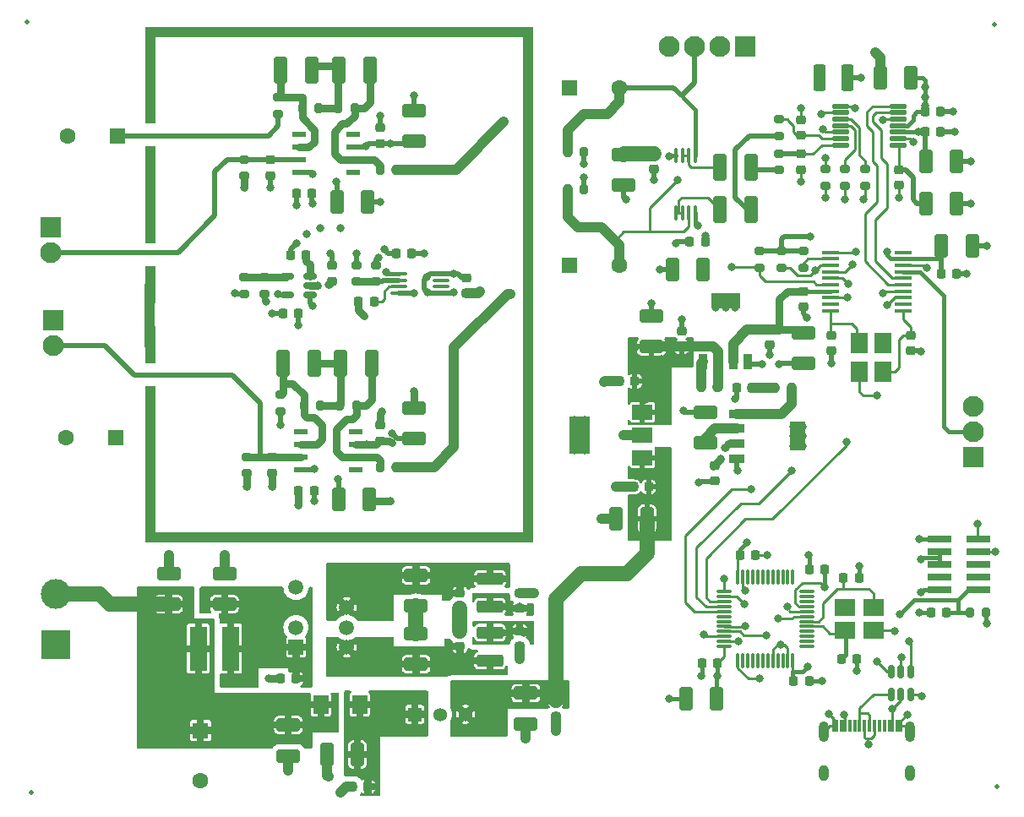
<source format=gbr>
%TF.GenerationSoftware,KiCad,Pcbnew,(6.0.0-0)*%
%TF.CreationDate,2022-09-04T12:08:37+02:00*%
%TF.ProjectId,RIAA_ADC,52494141-5f41-4444-932e-6b696361645f,rev?*%
%TF.SameCoordinates,Original*%
%TF.FileFunction,Copper,L1,Top*%
%TF.FilePolarity,Positive*%
%FSLAX46Y46*%
G04 Gerber Fmt 4.6, Leading zero omitted, Abs format (unit mm)*
G04 Created by KiCad (PCBNEW (6.0.0-0)) date 2022-09-04 12:08:37*
%MOMM*%
%LPD*%
G01*
G04 APERTURE LIST*
G04 Aperture macros list*
%AMRoundRect*
0 Rectangle with rounded corners*
0 $1 Rounding radius*
0 $2 $3 $4 $5 $6 $7 $8 $9 X,Y pos of 4 corners*
0 Add a 4 corners polygon primitive as box body*
4,1,4,$2,$3,$4,$5,$6,$7,$8,$9,$2,$3,0*
0 Add four circle primitives for the rounded corners*
1,1,$1+$1,$2,$3*
1,1,$1+$1,$4,$5*
1,1,$1+$1,$6,$7*
1,1,$1+$1,$8,$9*
0 Add four rect primitives between the rounded corners*
20,1,$1+$1,$2,$3,$4,$5,0*
20,1,$1+$1,$4,$5,$6,$7,0*
20,1,$1+$1,$6,$7,$8,$9,0*
20,1,$1+$1,$8,$9,$2,$3,0*%
G04 Aperture macros list end*
%TA.AperFunction,SMDPad,CuDef*%
%ADD10RoundRect,0.225000X0.250000X-0.225000X0.250000X0.225000X-0.250000X0.225000X-0.250000X-0.225000X0*%
%TD*%
%TA.AperFunction,SMDPad,CuDef*%
%ADD11RoundRect,0.200000X0.275000X-0.200000X0.275000X0.200000X-0.275000X0.200000X-0.275000X-0.200000X0*%
%TD*%
%TA.AperFunction,ComponentPad*%
%ADD12R,1.600000X1.600000*%
%TD*%
%TA.AperFunction,ComponentPad*%
%ADD13C,1.600000*%
%TD*%
%TA.AperFunction,SMDPad,CuDef*%
%ADD14RoundRect,0.250000X-0.925000X0.412500X-0.925000X-0.412500X0.925000X-0.412500X0.925000X0.412500X0*%
%TD*%
%TA.AperFunction,SMDPad,CuDef*%
%ADD15C,0.500000*%
%TD*%
%TA.AperFunction,SMDPad,CuDef*%
%ADD16RoundRect,0.250000X0.412500X0.925000X-0.412500X0.925000X-0.412500X-0.925000X0.412500X-0.925000X0*%
%TD*%
%TA.AperFunction,SMDPad,CuDef*%
%ADD17RoundRect,0.250000X-0.412500X-1.100000X0.412500X-1.100000X0.412500X1.100000X-0.412500X1.100000X0*%
%TD*%
%TA.AperFunction,ComponentPad*%
%ADD18R,1.500000X1.500000*%
%TD*%
%TA.AperFunction,ComponentPad*%
%ADD19C,1.500000*%
%TD*%
%TA.AperFunction,SMDPad,CuDef*%
%ADD20RoundRect,0.200000X-0.275000X0.200000X-0.275000X-0.200000X0.275000X-0.200000X0.275000X0.200000X0*%
%TD*%
%TA.AperFunction,SMDPad,CuDef*%
%ADD21R,2.000000X1.500000*%
%TD*%
%TA.AperFunction,SMDPad,CuDef*%
%ADD22R,2.000000X3.800000*%
%TD*%
%TA.AperFunction,SMDPad,CuDef*%
%ADD23RoundRect,0.225000X-0.250000X0.225000X-0.250000X-0.225000X0.250000X-0.225000X0.250000X0.225000X0*%
%TD*%
%TA.AperFunction,SMDPad,CuDef*%
%ADD24RoundRect,0.250000X-0.375000X-1.075000X0.375000X-1.075000X0.375000X1.075000X-0.375000X1.075000X0*%
%TD*%
%TA.AperFunction,SMDPad,CuDef*%
%ADD25R,1.460500X0.558800*%
%TD*%
%TA.AperFunction,SMDPad,CuDef*%
%ADD26R,1.800000X2.100000*%
%TD*%
%TA.AperFunction,SMDPad,CuDef*%
%ADD27RoundRect,0.225000X-0.225000X-0.250000X0.225000X-0.250000X0.225000X0.250000X-0.225000X0.250000X0*%
%TD*%
%TA.AperFunction,SMDPad,CuDef*%
%ADD28RoundRect,0.200000X-0.200000X-0.275000X0.200000X-0.275000X0.200000X0.275000X-0.200000X0.275000X0*%
%TD*%
%TA.AperFunction,SMDPad,CuDef*%
%ADD29RoundRect,0.225000X0.225000X0.250000X-0.225000X0.250000X-0.225000X-0.250000X0.225000X-0.250000X0*%
%TD*%
%TA.AperFunction,SMDPad,CuDef*%
%ADD30R,1.498600X1.905000*%
%TD*%
%TA.AperFunction,SMDPad,CuDef*%
%ADD31R,1.600200X0.838200*%
%TD*%
%TA.AperFunction,SMDPad,CuDef*%
%ADD32R,1.600200X2.997200*%
%TD*%
%TA.AperFunction,SMDPad,CuDef*%
%ADD33RoundRect,0.250000X0.925000X-0.412500X0.925000X0.412500X-0.925000X0.412500X-0.925000X-0.412500X0*%
%TD*%
%TA.AperFunction,SMDPad,CuDef*%
%ADD34RoundRect,0.075000X0.662500X0.075000X-0.662500X0.075000X-0.662500X-0.075000X0.662500X-0.075000X0*%
%TD*%
%TA.AperFunction,SMDPad,CuDef*%
%ADD35RoundRect,0.075000X0.075000X0.662500X-0.075000X0.662500X-0.075000X-0.662500X0.075000X-0.662500X0*%
%TD*%
%TA.AperFunction,ComponentPad*%
%ADD36R,2.100000X2.100000*%
%TD*%
%TA.AperFunction,ComponentPad*%
%ADD37C,2.100000*%
%TD*%
%TA.AperFunction,SMDPad,CuDef*%
%ADD38RoundRect,0.150000X0.512500X0.150000X-0.512500X0.150000X-0.512500X-0.150000X0.512500X-0.150000X0*%
%TD*%
%TA.AperFunction,SMDPad,CuDef*%
%ADD39RoundRect,0.250000X-0.412500X-0.925000X0.412500X-0.925000X0.412500X0.925000X-0.412500X0.925000X0*%
%TD*%
%TA.AperFunction,SMDPad,CuDef*%
%ADD40RoundRect,0.020500X0.764500X0.184500X-0.764500X0.184500X-0.764500X-0.184500X0.764500X-0.184500X0*%
%TD*%
%TA.AperFunction,SMDPad,CuDef*%
%ADD41RoundRect,0.150000X-0.150000X0.512500X-0.150000X-0.512500X0.150000X-0.512500X0.150000X0.512500X0*%
%TD*%
%TA.AperFunction,SMDPad,CuDef*%
%ADD42R,2.100000X1.800000*%
%TD*%
%TA.AperFunction,SMDPad,CuDef*%
%ADD43RoundRect,0.250000X1.075000X-0.375000X1.075000X0.375000X-1.075000X0.375000X-1.075000X-0.375000X0*%
%TD*%
%TA.AperFunction,SMDPad,CuDef*%
%ADD44R,1.651000X0.431800*%
%TD*%
%TA.AperFunction,ComponentPad*%
%ADD45R,1.358000X1.358000*%
%TD*%
%TA.AperFunction,ComponentPad*%
%ADD46C,1.358000*%
%TD*%
%TA.AperFunction,SMDPad,CuDef*%
%ADD47R,0.300000X1.150000*%
%TD*%
%TA.AperFunction,ComponentPad*%
%ADD48O,1.000000X1.600000*%
%TD*%
%TA.AperFunction,ComponentPad*%
%ADD49O,1.000000X2.100000*%
%TD*%
%TA.AperFunction,SMDPad,CuDef*%
%ADD50R,2.400000X0.740000*%
%TD*%
%TA.AperFunction,SMDPad,CuDef*%
%ADD51RoundRect,0.250000X-1.075000X0.375000X-1.075000X-0.375000X1.075000X-0.375000X1.075000X0.375000X0*%
%TD*%
%TA.AperFunction,SMDPad,CuDef*%
%ADD52R,1.000000X1.000000*%
%TD*%
%TA.AperFunction,SMDPad,CuDef*%
%ADD53R,1.000000X3.800000*%
%TD*%
%TA.AperFunction,SMDPad,CuDef*%
%ADD54R,3.800000X1.000000*%
%TD*%
%TA.AperFunction,SMDPad,CuDef*%
%ADD55R,1.000000X2.700000*%
%TD*%
%TA.AperFunction,SMDPad,CuDef*%
%ADD56R,2.350000X1.000000*%
%TD*%
%TA.AperFunction,SMDPad,CuDef*%
%ADD57RoundRect,0.200000X0.200000X0.275000X-0.200000X0.275000X-0.200000X-0.275000X0.200000X-0.275000X0*%
%TD*%
%TA.AperFunction,SMDPad,CuDef*%
%ADD58R,1.752600X4.495800*%
%TD*%
%TA.AperFunction,ComponentPad*%
%ADD59R,3.000000X3.000000*%
%TD*%
%TA.AperFunction,ComponentPad*%
%ADD60C,3.000000*%
%TD*%
%TA.AperFunction,SMDPad,CuDef*%
%ADD61R,0.838200X1.600200*%
%TD*%
%TA.AperFunction,SMDPad,CuDef*%
%ADD62R,2.997200X1.600200*%
%TD*%
%TA.AperFunction,SMDPad,CuDef*%
%ADD63RoundRect,0.100000X0.100000X-0.637500X0.100000X0.637500X-0.100000X0.637500X-0.100000X-0.637500X0*%
%TD*%
%TA.AperFunction,SMDPad,CuDef*%
%ADD64RoundRect,0.100000X-0.712500X-0.100000X0.712500X-0.100000X0.712500X0.100000X-0.712500X0.100000X0*%
%TD*%
%TA.AperFunction,ViaPad*%
%ADD65C,0.800000*%
%TD*%
%TA.AperFunction,Conductor*%
%ADD66C,0.500000*%
%TD*%
%TA.AperFunction,Conductor*%
%ADD67C,0.400000*%
%TD*%
%TA.AperFunction,Conductor*%
%ADD68C,1.000000*%
%TD*%
%TA.AperFunction,Conductor*%
%ADD69C,0.250000*%
%TD*%
%TA.AperFunction,Conductor*%
%ADD70C,1.500000*%
%TD*%
%TA.AperFunction,Conductor*%
%ADD71C,0.750000*%
%TD*%
G04 APERTURE END LIST*
D10*
%TO.P,C74,1*%
%TO.N,+5V*%
X204002651Y-73950000D03*
%TO.P,C74,2*%
%TO.N,GND*%
X204002651Y-72400000D03*
%TD*%
%TO.P,C31,1*%
%TO.N,-15V*%
X169002651Y-67350000D03*
%TO.P,C31,2*%
%TO.N,GND*%
X169002651Y-65800000D03*
%TD*%
D11*
%TO.P,R20,1*%
%TO.N,RST_WM*%
X211802651Y-66000000D03*
%TO.P,R20,2*%
%TO.N,+3.3VA*%
X211802651Y-64350000D03*
%TD*%
%TO.P,R4,1*%
%TO.N,Net-(C6-Pad1)*%
X163602651Y-50600000D03*
%TO.P,R4,2*%
%TO.N,Net-(C13-Pad1)*%
X163602651Y-48950000D03*
%TD*%
D12*
%TO.P,C22,1*%
%TO.N,Net-(C22-Pad1)*%
X192800000Y-65775000D03*
D13*
%TO.P,C22,2*%
%TO.N,PHONO_OUT_L*%
X197800000Y-65775000D03*
%TD*%
D14*
%TO.P,C48,1*%
%TO.N,+3.3VA*%
X216200000Y-72500000D03*
%TO.P,C48,2*%
%TO.N,GND*%
X216200000Y-75575000D03*
%TD*%
D15*
%TO.P,FID4,*%
%TO.N,*%
X235600000Y-118000000D03*
%TD*%
D16*
%TO.P,C8,1*%
%TO.N,GND*%
X172740151Y-89175000D03*
%TO.P,C8,2*%
%TO.N,-12VA*%
X169665151Y-89175000D03*
%TD*%
D17*
%TO.P,C15,1*%
%TO.N,Net-(C13-Pad2)*%
X169640151Y-46175000D03*
%TO.P,C15,2*%
%TO.N,Net-(C15-Pad2)*%
X172765151Y-46175000D03*
%TD*%
D10*
%TO.P,C19,1*%
%TO.N,+12VA*%
X173802651Y-53550000D03*
%TO.P,C19,2*%
%TO.N,GND*%
X173802651Y-52000000D03*
%TD*%
D18*
%TO.P,U4,1,+VINVCC*%
%TO.N,Net-(C27-Pad1)*%
X165375151Y-104057500D03*
D19*
%TO.P,U4,2,-VINGND*%
%TO.N,GND*%
X165375151Y-102057500D03*
%TO.P,U4,4,ON/OFF*%
%TO.N,unconnected-(U4-Pad4)*%
X165375151Y-98057500D03*
%TO.P,U4,5,-VOUT*%
%TO.N,Net-(C37-Pad2)*%
X170455151Y-104057500D03*
%TO.P,U4,6,GND*%
%TO.N,GND*%
X170455151Y-102057500D03*
%TO.P,U4,7,+VOUT*%
%TO.N,Net-(C39-Pad1)*%
X170455151Y-100057500D03*
%TD*%
D12*
%TO.P,C23,1*%
%TO.N,Net-(C23-Pad1)*%
X192800000Y-47975000D03*
D13*
%TO.P,C23,2*%
%TO.N,PHONO_OUT_R*%
X197800000Y-47975000D03*
%TD*%
D20*
%TO.P,R17,1*%
%TO.N,+12VA*%
X173402651Y-65750000D03*
%TO.P,R17,2*%
%TO.N,Net-(R17-Pad2)*%
X173402651Y-67400000D03*
%TD*%
D21*
%TO.P,U11,1,Input*%
%TO.N,Net-(C59-Pad1)*%
X200090151Y-85075000D03*
%TO.P,U11,2,GND*%
%TO.N,GND*%
X200090151Y-82775000D03*
%TO.P,U11,3,Output*%
%TO.N,+5V*%
X200090151Y-80475000D03*
D22*
%TO.P,U11,4,GND*%
%TO.N,GND*%
X193790151Y-82775000D03*
%TD*%
D23*
%TO.P,C57,1*%
%TO.N,GND*%
X216002651Y-51200000D03*
%TO.P,C57,2*%
%TO.N,Net-(C57-Pad2)*%
X216002651Y-52750000D03*
%TD*%
%TO.P,C43,1*%
%TO.N,+3V3*%
X207300000Y-85825000D03*
%TO.P,C43,2*%
%TO.N,GND*%
X207300000Y-87375000D03*
%TD*%
D24*
%TO.P,L5,1,1*%
%TO.N,+5V*%
X217800000Y-47000000D03*
%TO.P,L5,2,2*%
%TO.N,Net-(C63-Pad1)*%
X220600000Y-47000000D03*
%TD*%
D25*
%TO.P,U1,1,NC*%
%TO.N,unconnected-(U1-Pad1)*%
X165878501Y-82470000D03*
%TO.P,U1,2,-IN*%
%TO.N,Net-(C12-Pad1)*%
X165878501Y-83740000D03*
%TO.P,U1,3,+IN*%
%TO.N,Net-(C2-Pad1)*%
X165878501Y-85010000D03*
%TO.P,U1,4,V-*%
%TO.N,-12VA*%
X165878501Y-86280000D03*
%TO.P,U1,5,NC*%
%TO.N,unconnected-(U1-Pad5)*%
X171326801Y-86280000D03*
%TO.P,U1,6,OUT*%
%TO.N,Net-(C14-Pad2)*%
X171326801Y-85010000D03*
%TO.P,U1,7,V+*%
%TO.N,+12VA*%
X171326801Y-83740000D03*
%TO.P,U1,8,NC*%
%TO.N,unconnected-(U1-Pad8)*%
X171326801Y-82470000D03*
%TD*%
D17*
%TO.P,C13,1*%
%TO.N,Net-(C13-Pad1)*%
X163840151Y-46175000D03*
%TO.P,C13,2*%
%TO.N,Net-(C13-Pad2)*%
X166965151Y-46175000D03*
%TD*%
D14*
%TO.P,C37,1*%
%TO.N,GND*%
X177402651Y-102637500D03*
%TO.P,C37,2*%
%TO.N,Net-(C37-Pad2)*%
X177402651Y-105712500D03*
%TD*%
D10*
%TO.P,C18,1*%
%TO.N,+12VA*%
X173802651Y-83350000D03*
%TO.P,C18,2*%
%TO.N,GND*%
X173802651Y-81800000D03*
%TD*%
D11*
%TO.P,R26,1*%
%TO.N,GND*%
X220402651Y-57800000D03*
%TO.P,R26,2*%
%TO.N,Net-(R26-Pad2)*%
X220402651Y-56150000D03*
%TD*%
D23*
%TO.P,C3,1*%
%TO.N,Net-(C3-Pad1)*%
X162802651Y-55200000D03*
%TO.P,C3,2*%
%TO.N,GND*%
X162802651Y-56750000D03*
%TD*%
D26*
%TO.P,Y2,1,1*%
%TO.N,Net-(C60-Pad2)*%
X221850000Y-73550000D03*
%TO.P,Y2,2,2*%
%TO.N,GND*%
X221850000Y-76450000D03*
%TO.P,Y2,3,3*%
%TO.N,Net-(C65-Pad2)*%
X224150000Y-76450000D03*
%TO.P,Y2,4,4*%
%TO.N,GND*%
X224150000Y-73550000D03*
%TD*%
D16*
%TO.P,C66,1*%
%TO.N,Net-(C59-Pad1)*%
X200540151Y-91175000D03*
%TO.P,C66,2*%
%TO.N,GND*%
X197465151Y-91175000D03*
%TD*%
%TO.P,C9,1*%
%TO.N,GND*%
X172540151Y-59375000D03*
%TO.P,C9,2*%
%TO.N,-12VA*%
X169465151Y-59375000D03*
%TD*%
D27*
%TO.P,C72,1*%
%TO.N,+3.3VA*%
X228427651Y-50375000D03*
%TO.P,C72,2*%
%TO.N,GND*%
X229977651Y-50375000D03*
%TD*%
D17*
%TO.P,C54,1*%
%TO.N,Net-(C54-Pad1)*%
X207840151Y-60175000D03*
%TO.P,C54,2*%
%TO.N,Net-(C54-Pad2)*%
X210965151Y-60175000D03*
%TD*%
D28*
%TO.P,R8,1*%
%TO.N,Net-(C12-Pad2)*%
X169777651Y-79775000D03*
%TO.P,R8,2*%
%TO.N,Net-(C14-Pad2)*%
X171427651Y-79775000D03*
%TD*%
D29*
%TO.P,C11,1*%
%TO.N,-12VA*%
X166977651Y-58575000D03*
%TO.P,C11,2*%
%TO.N,GND*%
X165427651Y-58575000D03*
%TD*%
D30*
%TO.P,L4,1,1*%
%TO.N,VCC*%
X167852651Y-109775000D03*
%TO.P,L4,2,2*%
%TO.N,Net-(C51-Pad1)*%
X171752651Y-109775000D03*
%TD*%
D31*
%TO.P,U8,1,~{SD}*%
%TO.N,Net-(R14-Pad1)*%
X209577400Y-80639400D03*
%TO.P,U8,2,VIN*%
%TO.N,+5V*%
X209577400Y-82138000D03*
%TO.P,U8,3,VOUT*%
%TO.N,+3V3*%
X209577400Y-83662000D03*
%TO.P,U8,4,~{ERROR}*%
%TO.N,GND*%
X209577400Y-85160600D03*
D32*
%TO.P,U8,5,GND*%
X215622600Y-82900000D03*
%TD*%
D33*
%TO.P,C17,1*%
%TO.N,+12VA*%
X177202651Y-53312500D03*
%TO.P,C17,2*%
%TO.N,GND*%
X177202651Y-50237500D03*
%TD*%
D20*
%TO.P,R1,1*%
%TO.N,Net-(C2-Pad1)*%
X160402651Y-84950000D03*
%TO.P,R1,2*%
%TO.N,GND*%
X160402651Y-86600000D03*
%TD*%
D29*
%TO.P,C56,1*%
%TO.N,-12VA*%
X206377651Y-63375000D03*
%TO.P,C56,2*%
%TO.N,GND*%
X204827651Y-63375000D03*
%TD*%
D34*
%TO.P,U3,1,VBAT*%
%TO.N,+BATT*%
X216562500Y-103950000D03*
%TO.P,U3,2,PC13*%
%TO.N,unconnected-(U3-Pad2)*%
X216562500Y-103450000D03*
%TO.P,U3,3,PC14*%
%TO.N,unconnected-(U3-Pad3)*%
X216562500Y-102950000D03*
%TO.P,U3,4,PC15*%
%TO.N,unconnected-(U3-Pad4)*%
X216562500Y-102450000D03*
%TO.P,U3,5,PD0*%
%TO.N,Net-(C1-Pad2)*%
X216562500Y-101950000D03*
%TO.P,U3,6,PD1*%
%TO.N,Net-(C4-Pad2)*%
X216562500Y-101450000D03*
%TO.P,U3,7,NRST*%
%TO.N,/NRST*%
X216562500Y-100950000D03*
%TO.P,U3,8,VSSA*%
%TO.N,GND*%
X216562500Y-100450000D03*
%TO.P,U3,9,VDDA*%
%TO.N,+3V3*%
X216562500Y-99950000D03*
%TO.P,U3,10,PA0*%
%TO.N,unconnected-(U3-Pad10)*%
X216562500Y-99450000D03*
%TO.P,U3,11,PA1*%
%TO.N,unconnected-(U3-Pad11)*%
X216562500Y-98950000D03*
%TO.P,U3,12,PA2*%
%TO.N,unconnected-(U3-Pad12)*%
X216562500Y-98450000D03*
D35*
%TO.P,U3,13,PA3*%
%TO.N,unconnected-(U3-Pad13)*%
X215150000Y-97037500D03*
%TO.P,U3,14,PA4*%
%TO.N,unconnected-(U3-Pad14)*%
X214650000Y-97037500D03*
%TO.P,U3,15,PA5*%
%TO.N,unconnected-(U3-Pad15)*%
X214150000Y-97037500D03*
%TO.P,U3,16,PA6*%
%TO.N,unconnected-(U3-Pad16)*%
X213650000Y-97037500D03*
%TO.P,U3,17,PA7*%
%TO.N,unconnected-(U3-Pad17)*%
X213150000Y-97037500D03*
%TO.P,U3,18,PB0*%
%TO.N,unconnected-(U3-Pad18)*%
X212650000Y-97037500D03*
%TO.P,U3,19,PB1*%
%TO.N,unconnected-(U3-Pad19)*%
X212150000Y-97037500D03*
%TO.P,U3,20,PB2*%
%TO.N,unconnected-(U3-Pad20)*%
X211650000Y-97037500D03*
%TO.P,U3,21,PB10*%
%TO.N,unconnected-(U3-Pad21)*%
X211150000Y-97037500D03*
%TO.P,U3,22,PB11*%
%TO.N,unconnected-(U3-Pad22)*%
X210650000Y-97037500D03*
%TO.P,U3,23,VSS*%
%TO.N,GND*%
X210150000Y-97037500D03*
%TO.P,U3,24,VDD*%
%TO.N,+3V3*%
X209650000Y-97037500D03*
D34*
%TO.P,U3,25,PB12*%
%TO.N,SS_WM*%
X208237500Y-98450000D03*
%TO.P,U3,26,PB13*%
%TO.N,SCLK_WM*%
X208237500Y-98950000D03*
%TO.P,U3,27,PB14*%
%TO.N,MISO_WM*%
X208237500Y-99450000D03*
%TO.P,U3,28,PB15*%
%TO.N,MOSI_WM*%
X208237500Y-99950000D03*
%TO.P,U3,29,PA8*%
%TO.N,RST_WM*%
X208237500Y-100450000D03*
%TO.P,U3,30,PA9*%
%TO.N,unconnected-(U3-Pad30)*%
X208237500Y-100950000D03*
%TO.P,U3,31,PA10*%
%TO.N,unconnected-(U3-Pad31)*%
X208237500Y-101450000D03*
%TO.P,U3,32,PA11*%
%TO.N,USB_DM*%
X208237500Y-101950000D03*
%TO.P,U3,33,PA12*%
%TO.N,USB_DP*%
X208237500Y-102450000D03*
%TO.P,U3,34,PA13*%
%TO.N,SWDIO*%
X208237500Y-102950000D03*
%TO.P,U3,35,VSS*%
%TO.N,GND*%
X208237500Y-103450000D03*
%TO.P,U3,36,VDD*%
%TO.N,+3V3*%
X208237500Y-103950000D03*
D35*
%TO.P,U3,37,PA14*%
%TO.N,SWCLK*%
X209650000Y-105362500D03*
%TO.P,U3,38,PA15*%
%TO.N,unconnected-(U3-Pad38)*%
X210150000Y-105362500D03*
%TO.P,U3,39,PB3*%
%TO.N,unconnected-(U3-Pad39)*%
X210650000Y-105362500D03*
%TO.P,U3,40,PB4*%
%TO.N,unconnected-(U3-Pad40)*%
X211150000Y-105362500D03*
%TO.P,U3,41,PB5*%
%TO.N,unconnected-(U3-Pad41)*%
X211650000Y-105362500D03*
%TO.P,U3,42,PB6*%
%TO.N,unconnected-(U3-Pad42)*%
X212150000Y-105362500D03*
%TO.P,U3,43,PB7*%
%TO.N,unconnected-(U3-Pad43)*%
X212650000Y-105362500D03*
%TO.P,U3,44,BOOT0*%
%TO.N,GND*%
X213150000Y-105362500D03*
%TO.P,U3,45,PB8*%
%TO.N,unconnected-(U3-Pad45)*%
X213650000Y-105362500D03*
%TO.P,U3,46,PB9*%
%TO.N,unconnected-(U3-Pad46)*%
X214150000Y-105362500D03*
%TO.P,U3,47,VSS*%
%TO.N,GND*%
X214650000Y-105362500D03*
%TO.P,U3,48,VDD*%
%TO.N,+3V3*%
X215150000Y-105362500D03*
%TD*%
D23*
%TO.P,C64,1*%
%TO.N,Net-(C61-Pad1)*%
X225802651Y-56200000D03*
%TO.P,C64,2*%
%TO.N,GND*%
X225802651Y-57750000D03*
%TD*%
D29*
%TO.P,C73,1*%
%TO.N,+5V*%
X199315151Y-77375000D03*
%TO.P,C73,2*%
%TO.N,GND*%
X197765151Y-77375000D03*
%TD*%
D27*
%TO.P,C7,1*%
%TO.N,GND*%
X229025000Y-100600000D03*
%TO.P,C7,2*%
%TO.N,/NRST*%
X230575000Y-100600000D03*
%TD*%
D33*
%TO.P,C16,1*%
%TO.N,+12VA*%
X177202651Y-83112500D03*
%TO.P,C16,2*%
%TO.N,GND*%
X177202651Y-80037500D03*
%TD*%
D27*
%TO.P,C35,1*%
%TO.N,-12VA*%
X164027651Y-70575000D03*
%TO.P,C35,2*%
%TO.N,GND*%
X165577651Y-70575000D03*
%TD*%
D28*
%TO.P,R27,1*%
%TO.N,Net-(R27-Pad1)*%
X205977651Y-77975000D03*
%TO.P,R27,2*%
%TO.N,+5V*%
X207627651Y-77975000D03*
%TD*%
D11*
%TO.P,R24,1*%
%TO.N,GND*%
X218402651Y-57800000D03*
%TO.P,R24,2*%
%TO.N,Net-(R24-Pad2)*%
X218402651Y-56150000D03*
%TD*%
D23*
%TO.P,C42,1*%
%TO.N,-15V*%
X187802651Y-102400000D03*
%TO.P,C42,2*%
%TO.N,GND*%
X187802651Y-103950000D03*
%TD*%
D14*
%TO.P,C59,1*%
%TO.N,Net-(C59-Pad1)*%
X188402651Y-108637500D03*
%TO.P,C59,2*%
%TO.N,GND*%
X188402651Y-111712500D03*
%TD*%
D36*
%TO.P,J1,1,Pin_1*%
%TO.N,GND*%
X141000000Y-71230000D03*
D37*
%TO.P,J1,2,Pin_2*%
%TO.N,Net-(C2-Pad1)*%
X141000000Y-73770000D03*
%TD*%
D38*
%TO.P,U5,1,GND*%
%TO.N,GND*%
X166740151Y-68725000D03*
%TO.P,U5,2,VIN*%
%TO.N,-15V*%
X166740151Y-67775000D03*
%TO.P,U5,3,BYP*%
%TO.N,Net-(C34-Pad1)*%
X166740151Y-66825000D03*
%TO.P,U5,4,ADJ*%
%TO.N,Net-(R15-Pad2)*%
X164465151Y-66825000D03*
%TO.P,U5,5,VOUT*%
%TO.N,-12VA*%
X164465151Y-68725000D03*
%TD*%
D23*
%TO.P,C49,1*%
%TO.N,+12VA*%
X201202651Y-54600000D03*
%TO.P,C49,2*%
%TO.N,GND*%
X201202651Y-56150000D03*
%TD*%
D36*
%TO.P,J3,1,Pin_1*%
%TO.N,PHONO_OUT_L*%
X210400000Y-43800000D03*
D37*
%TO.P,J3,2,Pin_2*%
%TO.N,GND*%
X207860000Y-43800000D03*
%TO.P,J3,3,Pin_3*%
%TO.N,PHONO_OUT_R*%
X205320000Y-43800000D03*
%TO.P,J3,4,Pin_4*%
%TO.N,GND*%
X202780000Y-43800000D03*
%TD*%
D11*
%TO.P,R18,1*%
%TO.N,Net-(R17-Pad2)*%
X171402651Y-67400000D03*
%TO.P,R18,2*%
%TO.N,GND*%
X171402651Y-65750000D03*
%TD*%
D39*
%TO.P,C63,1*%
%TO.N,Net-(C63-Pad1)*%
X228465151Y-55375000D03*
%TO.P,C63,2*%
%TO.N,GND*%
X231540151Y-55375000D03*
%TD*%
D23*
%TO.P,C62,1*%
%TO.N,Net-(C59-Pad1)*%
X191402651Y-109400000D03*
%TO.P,C62,2*%
%TO.N,GND*%
X191402651Y-110950000D03*
%TD*%
D40*
%TO.P,U12,1,VREF*%
%TO.N,Net-(C61-Pad1)*%
X225672651Y-53725000D03*
%TO.P,U12,2,AGND*%
%TO.N,GND*%
X225672651Y-53075000D03*
%TO.P,U12,3,VCC*%
%TO.N,Net-(C63-Pad1)*%
X225672651Y-52425000D03*
%TO.P,U12,4,VDD*%
%TO.N,+3.3VA*%
X225672651Y-51775000D03*
%TO.P,U12,5,DGND*%
%TO.N,GND*%
X225672651Y-51125000D03*
%TO.P,U12,6,SCKI*%
%TO.N,SCKI_ADC*%
X225672651Y-50475000D03*
%TO.P,U12,7,LRCK*%
%TO.N,LRCK_ADC*%
X225672651Y-49825000D03*
%TO.P,U12,8,BCK*%
%TO.N,BCK_ADC*%
X219932651Y-49825000D03*
%TO.P,U12,9,DOUT*%
%TO.N,DOUT_ADC*%
X219932651Y-50475000D03*
%TO.P,U12,10,MD0*%
%TO.N,Net-(R25-Pad2)*%
X219932651Y-51125000D03*
%TO.P,U12,11,MD1*%
%TO.N,Net-(R26-Pad2)*%
X219932651Y-51775000D03*
%TO.P,U12,12,FMT*%
%TO.N,Net-(R24-Pad2)*%
X219932651Y-52425000D03*
%TO.P,U12,13,VINL*%
%TO.N,Net-(C57-Pad2)*%
X219932651Y-53075000D03*
%TO.P,U12,14,VINR*%
%TO.N,Net-(C58-Pad2)*%
X219932651Y-53725000D03*
%TD*%
D41*
%TO.P,U7,1,I/O1*%
%TO.N,USB_DM*%
X226950000Y-106462500D03*
%TO.P,U7,2,GND*%
%TO.N,GND*%
X226000000Y-106462500D03*
%TO.P,U7,3,I/O2*%
%TO.N,USB_DP*%
X225050000Y-106462500D03*
%TO.P,U7,4,I/O3*%
%TO.N,USB_D_ESD-*%
X225050000Y-108737500D03*
%TO.P,U7,5,VBUS*%
%TO.N,VBUS*%
X226000000Y-108737500D03*
%TO.P,U7,6,I/O4*%
%TO.N,USB_D_ESD+*%
X226950000Y-108737500D03*
%TD*%
D16*
%TO.P,C28,1*%
%TO.N,+3V3*%
X207537500Y-109200000D03*
%TO.P,C28,2*%
%TO.N,GND*%
X204462500Y-109200000D03*
%TD*%
D28*
%TO.P,R11,1*%
%TO.N,Net-(C15-Pad2)*%
X173777651Y-56175000D03*
%TO.P,R11,2*%
%TO.N,Net-(C23-Pad1)*%
X175427651Y-56175000D03*
%TD*%
D27*
%TO.P,C36,1*%
%TO.N,+12VA*%
X171627651Y-69375000D03*
%TO.P,C36,2*%
%TO.N,Net-(C36-Pad2)*%
X173177651Y-69375000D03*
%TD*%
D42*
%TO.P,Y1,1,1*%
%TO.N,Net-(C1-Pad2)*%
X220350000Y-102350000D03*
%TO.P,Y1,2,2*%
%TO.N,GND*%
X223250000Y-102350000D03*
%TO.P,Y1,3,3*%
%TO.N,Net-(C4-Pad2)*%
X223250000Y-100050000D03*
%TO.P,Y1,4,4*%
%TO.N,GND*%
X220350000Y-100050000D03*
%TD*%
D16*
%TO.P,C51,1*%
%TO.N,Net-(C51-Pad1)*%
X171540151Y-114775000D03*
%TO.P,C51,2*%
%TO.N,GND*%
X168465151Y-114775000D03*
%TD*%
D29*
%TO.P,C32,1*%
%TO.N,+5V*%
X211075000Y-78000000D03*
%TO.P,C32,2*%
%TO.N,GND*%
X209525000Y-78000000D03*
%TD*%
D25*
%TO.P,U2,1,NC*%
%TO.N,unconnected-(U2-Pad1)*%
X165678501Y-52670000D03*
%TO.P,U2,2,-IN*%
%TO.N,Net-(C13-Pad1)*%
X165678501Y-53940000D03*
%TO.P,U2,3,+IN*%
%TO.N,Net-(C3-Pad1)*%
X165678501Y-55210000D03*
%TO.P,U2,4,V-*%
%TO.N,-12VA*%
X165678501Y-56480000D03*
%TO.P,U2,5,NC*%
%TO.N,unconnected-(U2-Pad5)*%
X171126801Y-56480000D03*
%TO.P,U2,6,OUT*%
%TO.N,Net-(C15-Pad2)*%
X171126801Y-55210000D03*
%TO.P,U2,7,V+*%
%TO.N,+12VA*%
X171126801Y-53940000D03*
%TO.P,U2,8,NC*%
%TO.N,unconnected-(U2-Pad8)*%
X171126801Y-52670000D03*
%TD*%
D36*
%TO.P,J2,1,Pin_1*%
%TO.N,GND*%
X140800000Y-61930000D03*
D37*
%TO.P,J2,2,Pin_2*%
%TO.N,Net-(C3-Pad1)*%
X140800000Y-64470000D03*
%TD*%
D43*
%TO.P,L2,1,1*%
%TO.N,Net-(C37-Pad2)*%
X184802651Y-105375000D03*
%TO.P,L2,2,2*%
%TO.N,-15V*%
X184802651Y-102575000D03*
%TD*%
D28*
%TO.P,R10,1*%
%TO.N,Net-(C14-Pad2)*%
X173777651Y-85975000D03*
%TO.P,R10,2*%
%TO.N,Net-(C22-Pad1)*%
X175427651Y-85975000D03*
%TD*%
%TO.P,R13,1*%
%TO.N,PHONO_OUT_R*%
X192577651Y-54375000D03*
%TO.P,R13,2*%
%TO.N,GND*%
X194227651Y-54375000D03*
%TD*%
D44*
%TO.P,U10,1,SCLK*%
%TO.N,SCLK_WM*%
X218970451Y-64450000D03*
%TO.P,U10,2,GPO0/SWIFMODE*%
%TO.N,Net-(R21-Pad1)*%
X218970451Y-65100001D03*
%TO.P,U10,3,SDIN/HWMODE*%
%TO.N,MOSI_WM*%
X218970451Y-65749999D03*
%TO.P,U10,4,SDOUT/GPO2*%
%TO.N,MISO_WM*%
X218970451Y-66400001D03*
%TO.P,U10,5,CSB/GPO1*%
%TO.N,SS_WM*%
X218970451Y-67049999D03*
%TO.P,U10,6,RESETB*%
%TO.N,RST_WM*%
X218970451Y-67699998D03*
%TO.P,U10,7,PVDD*%
%TO.N,+3.3VA*%
X218970451Y-68349999D03*
%TO.P,U10,8,PGND*%
%TO.N,GND*%
X218970451Y-68999998D03*
%TO.P,U10,9,CLKOUT*%
%TO.N,unconnected-(U10-Pad9)*%
X218970451Y-69649999D03*
%TO.P,U10,10,XOP*%
%TO.N,Net-(C60-Pad2)*%
X218970451Y-70299998D03*
%TO.P,U10,11,XIN*%
%TO.N,Net-(C65-Pad2)*%
X226234851Y-70300000D03*
%TO.P,U10,12,DOUT*%
%TO.N,unconnected-(U10-Pad12)*%
X226234851Y-69650002D03*
%TO.P,U10,13,DIN*%
%TO.N,DOUT_ADC*%
X226234851Y-69000001D03*
%TO.P,U10,14,BCLK*%
%TO.N,BCK_ADC*%
X226234851Y-68350002D03*
%TO.P,U10,15,LRCLK*%
%TO.N,LRCK_ADC*%
X226234851Y-67700001D03*
%TO.P,U10,16,MCLK*%
%TO.N,SCKI_ADC*%
X226234851Y-67050002D03*
%TO.P,U10,17,TX0*%
%TO.N,Net-(J7-Pad2)*%
X226234851Y-66400001D03*
%TO.P,U10,18,DGND*%
%TO.N,GND*%
X226234851Y-65750002D03*
%TO.P,U10,19,DVDD*%
%TO.N,+3.3VA*%
X226234851Y-65100001D03*
%TO.P,U10,20,RX0*%
%TO.N,unconnected-(U10-Pad20)*%
X226234851Y-64450002D03*
%TD*%
D11*
%TO.P,R25,1*%
%TO.N,GND*%
X222402651Y-57800000D03*
%TO.P,R25,2*%
%TO.N,Net-(R25-Pad2)*%
X222402651Y-56150000D03*
%TD*%
D29*
%TO.P,C34,1*%
%TO.N,Net-(C34-Pad1)*%
X166377651Y-64775000D03*
%TO.P,C34,2*%
%TO.N,-12VA*%
X164827651Y-64775000D03*
%TD*%
D23*
%TO.P,C50,1*%
%TO.N,+3.3VA*%
X216202651Y-68400000D03*
%TO.P,C50,2*%
%TO.N,GND*%
X216202651Y-69950000D03*
%TD*%
D20*
%TO.P,R16,1*%
%TO.N,Net-(R15-Pad2)*%
X162202651Y-66950000D03*
%TO.P,R16,2*%
%TO.N,-12VA*%
X162202651Y-68600000D03*
%TD*%
D45*
%TO.P,PS1,1,+VIN*%
%TO.N,Net-(C51-Pad1)*%
X177262651Y-110762500D03*
D46*
%TO.P,PS1,2,GND*%
%TO.N,GND*%
X179802651Y-110762500D03*
%TO.P,PS1,3,+VOUT*%
%TO.N,Net-(C59-Pad1)*%
X182342651Y-110762500D03*
%TD*%
D11*
%TO.P,R22,1*%
%TO.N,Net-(C54-Pad2)*%
X213802651Y-52800000D03*
%TO.P,R22,2*%
%TO.N,Net-(C57-Pad2)*%
X213802651Y-51150000D03*
%TD*%
%TO.P,R15,1*%
%TO.N,GND*%
X160202651Y-68600000D03*
%TO.P,R15,2*%
%TO.N,Net-(R15-Pad2)*%
X160202651Y-66950000D03*
%TD*%
D47*
%TO.P,J5,A1,GND*%
%TO.N,GND*%
X219250000Y-111930000D03*
%TO.P,J5,A4,VBUS*%
%TO.N,VBUS*%
X220050000Y-111930000D03*
%TO.P,J5,A5,CC1*%
%TO.N,unconnected-(J5-PadA5)*%
X221350000Y-111930000D03*
%TO.P,J5,A6,D+*%
%TO.N,USB_D_ESD+*%
X222350000Y-111930000D03*
%TO.P,J5,A7,D-*%
%TO.N,USB_D_ESD-*%
X222850000Y-111930000D03*
%TO.P,J5,A8,SBU1*%
%TO.N,unconnected-(J5-PadA8)*%
X223850000Y-111930000D03*
%TO.P,J5,A9,VBUS*%
%TO.N,VBUS*%
X225150000Y-111930000D03*
%TO.P,J5,A12,GND*%
%TO.N,GND*%
X225950000Y-111930000D03*
%TO.P,J5,B1,GND*%
X225650000Y-111930000D03*
%TO.P,J5,B4,VBUS*%
%TO.N,VBUS*%
X224850000Y-111930000D03*
%TO.P,J5,B5,CC2*%
%TO.N,unconnected-(J5-PadB5)*%
X224350000Y-111930000D03*
%TO.P,J5,B6,D+*%
%TO.N,USB_D_ESD+*%
X223350000Y-111930000D03*
%TO.P,J5,B7,D-*%
%TO.N,USB_D_ESD-*%
X221850000Y-111930000D03*
%TO.P,J5,B8,SBU2*%
%TO.N,unconnected-(J5-PadB8)*%
X220850000Y-111930000D03*
%TO.P,J5,B9,VBUS*%
%TO.N,VBUS*%
X220350000Y-111930000D03*
%TO.P,J5,B12,GND*%
%TO.N,GND*%
X219550000Y-111930000D03*
D48*
%TO.P,J5,S1,SHIELD*%
X226920000Y-116675000D03*
D49*
X226920000Y-112495000D03*
X218280000Y-112495000D03*
D48*
X218280000Y-116675000D03*
%TD*%
D11*
%TO.P,R3,1*%
%TO.N,Net-(C5-Pad1)*%
X163802651Y-80400000D03*
%TO.P,R3,2*%
%TO.N,Net-(C12-Pad1)*%
X163802651Y-78750000D03*
%TD*%
D33*
%TO.P,C75,1*%
%TO.N,+5V*%
X201002651Y-73912500D03*
%TO.P,C75,2*%
%TO.N,GND*%
X201002651Y-70837500D03*
%TD*%
D50*
%TO.P,J4,1,Pin_1*%
%TO.N,+3V3*%
X229850000Y-93160000D03*
%TO.P,J4,2,Pin_2*%
%TO.N,SWDIO*%
X233750000Y-93160000D03*
%TO.P,J4,3,Pin_3*%
%TO.N,GND*%
X229850000Y-94430000D03*
%TO.P,J4,4,Pin_4*%
%TO.N,SWCLK*%
X233750000Y-94430000D03*
%TO.P,J4,5,Pin_5*%
%TO.N,GND*%
X229850000Y-95700000D03*
%TO.P,J4,6,Pin_6*%
%TO.N,unconnected-(J4-Pad6)*%
X233750000Y-95700000D03*
%TO.P,J4,7,Pin_7*%
%TO.N,unconnected-(J4-Pad7)*%
X229850000Y-96970000D03*
%TO.P,J4,8,Pin_8*%
%TO.N,unconnected-(J4-Pad8)*%
X233750000Y-96970000D03*
%TO.P,J4,9,Pin_9*%
%TO.N,GND*%
X229850000Y-98240000D03*
%TO.P,J4,10,Pin_10*%
%TO.N,/NRST*%
X233750000Y-98240000D03*
%TD*%
D51*
%TO.P,L3,1,1*%
%TO.N,Net-(C39-Pad1)*%
X184802651Y-97175000D03*
%TO.P,L3,2,2*%
%TO.N,+15V*%
X184802651Y-99975000D03*
%TD*%
D29*
%TO.P,C4,1*%
%TO.N,GND*%
X221775000Y-97100000D03*
%TO.P,C4,2*%
%TO.N,Net-(C4-Pad2)*%
X220225000Y-97100000D03*
%TD*%
%TO.P,C20,1*%
%TO.N,GND*%
X211400000Y-94800000D03*
%TO.P,C20,2*%
%TO.N,+3V3*%
X209850000Y-94800000D03*
%TD*%
%TO.P,C68,1*%
%TO.N,Net-(C59-Pad1)*%
X200715151Y-87975000D03*
%TO.P,C68,2*%
%TO.N,GND*%
X199165151Y-87975000D03*
%TD*%
%TO.P,C52,1*%
%TO.N,Net-(C51-Pad1)*%
X172577651Y-117975000D03*
%TO.P,C52,2*%
%TO.N,GND*%
X171027651Y-117975000D03*
%TD*%
D33*
%TO.P,C27,1*%
%TO.N,Net-(C27-Pad1)*%
X158202651Y-99712500D03*
%TO.P,C27,2*%
%TO.N,GND*%
X158202651Y-96637500D03*
%TD*%
D11*
%TO.P,R21,1*%
%TO.N,Net-(R21-Pad1)*%
X216202651Y-66000000D03*
%TO.P,R21,2*%
%TO.N,+3.3VA*%
X216202651Y-64350000D03*
%TD*%
D27*
%TO.P,C26,1*%
%TO.N,GND*%
X206025000Y-105600000D03*
%TO.P,C26,2*%
%TO.N,+3V3*%
X207575000Y-105600000D03*
%TD*%
D17*
%TO.P,C12,1*%
%TO.N,Net-(C12-Pad1)*%
X164040151Y-75575000D03*
%TO.P,C12,2*%
%TO.N,Net-(C12-Pad2)*%
X167165151Y-75575000D03*
%TD*%
D12*
%TO.P,C5,1*%
%TO.N,Net-(C5-Pad1)*%
X147300000Y-83000000D03*
D13*
%TO.P,C5,2*%
%TO.N,GND*%
X142300000Y-83000000D03*
%TD*%
D17*
%TO.P,C55,1*%
%TO.N,Net-(C55-Pad1)*%
X207840151Y-55975000D03*
%TO.P,C55,2*%
%TO.N,Net-(C55-Pad2)*%
X210965151Y-55975000D03*
%TD*%
D36*
%TO.P,J7,1,Pin_1*%
%TO.N,+3.3VA*%
X233200000Y-85000000D03*
D37*
%TO.P,J7,2,Pin_2*%
%TO.N,Net-(J7-Pad2)*%
X233200000Y-82460000D03*
%TO.P,J7,3,Pin_3*%
%TO.N,GND*%
X233200000Y-79920000D03*
%TD*%
D15*
%TO.P,FID3,*%
%TO.N,*%
X138400000Y-41400000D03*
%TD*%
D33*
%TO.P,C25,1*%
%TO.N,VCC*%
X152602651Y-99712500D03*
%TO.P,C25,2*%
%TO.N,GND*%
X152602651Y-96637500D03*
%TD*%
D39*
%TO.P,C53,1*%
%TO.N,GND*%
X203065151Y-66175000D03*
%TO.P,C53,2*%
%TO.N,-12VA*%
X206140151Y-66175000D03*
%TD*%
D12*
%TO.P,C6,1*%
%TO.N,Net-(C6-Pad1)*%
X147500000Y-52800000D03*
D13*
%TO.P,C6,2*%
%TO.N,GND*%
X142500000Y-52800000D03*
%TD*%
D12*
%TO.P,C45,1*%
%TO.N,VCC*%
X155802651Y-112375000D03*
D13*
%TO.P,C45,2*%
%TO.N,GND*%
X155802651Y-117375000D03*
%TD*%
D52*
%TO.P,SHIELD1,1,GND*%
%TO.N,GND*%
X150750000Y-93000000D03*
D53*
X150750000Y-73700000D03*
D54*
X157700000Y-93000000D03*
X175700000Y-93000000D03*
D52*
X188650000Y-93000000D03*
D55*
X188650000Y-44250000D03*
D53*
X150750000Y-61700000D03*
D54*
X157700000Y-42400000D03*
D52*
X188650000Y-42400000D03*
D56*
X152425000Y-42400000D03*
D55*
X188650000Y-91150000D03*
D54*
X163700000Y-42400000D03*
D53*
X188650000Y-67700000D03*
X150750000Y-55700000D03*
D54*
X175700000Y-42400000D03*
D53*
X150750000Y-67700000D03*
D55*
X150750000Y-44250000D03*
D56*
X152425000Y-93000000D03*
X186975000Y-42400000D03*
D53*
X188650000Y-79700000D03*
X188650000Y-49700000D03*
X150750000Y-79700000D03*
D56*
X186975000Y-93000000D03*
D53*
X150750000Y-85700000D03*
X188650000Y-61700000D03*
X188650000Y-73700000D03*
D54*
X181700000Y-93000000D03*
X169700000Y-93000000D03*
X169700000Y-42400000D03*
X163700000Y-93000000D03*
X181700000Y-42400000D03*
D52*
X150750000Y-42400000D03*
D55*
X150750000Y-91150000D03*
D53*
X188650000Y-85700000D03*
X150750000Y-49700000D03*
X188650000Y-55700000D03*
%TD*%
D57*
%TO.P,R14,1*%
%TO.N,Net-(R14-Pad1)*%
X215025000Y-78000000D03*
%TO.P,R14,2*%
%TO.N,+5V*%
X213375000Y-78000000D03*
%TD*%
D11*
%TO.P,R19,1*%
%TO.N,MOSI_WM*%
X214002651Y-66000000D03*
%TO.P,R19,2*%
%TO.N,+3.3VA*%
X214002651Y-64350000D03*
%TD*%
D23*
%TO.P,C2,1*%
%TO.N,Net-(C2-Pad1)*%
X163002651Y-85000000D03*
%TO.P,C2,2*%
%TO.N,GND*%
X163002651Y-86550000D03*
%TD*%
D28*
%TO.P,R6,1*%
%TO.N,Net-(C12-Pad1)*%
X166177651Y-79775000D03*
%TO.P,R6,2*%
%TO.N,Net-(C12-Pad2)*%
X167827651Y-79775000D03*
%TD*%
D58*
%TO.P,L1,1,1*%
%TO.N,VCC*%
X155577650Y-104175000D03*
%TO.P,L1,2,2*%
%TO.N,Net-(C27-Pad1)*%
X158827652Y-104175000D03*
%TD*%
D14*
%TO.P,C47,1*%
%TO.N,+12VA*%
X198202651Y-54637500D03*
%TO.P,C47,2*%
%TO.N,GND*%
X198202651Y-57712500D03*
%TD*%
D10*
%TO.P,C60,1*%
%TO.N,GND*%
X219002651Y-74350000D03*
%TO.P,C60,2*%
%TO.N,Net-(C60-Pad2)*%
X219002651Y-72800000D03*
%TD*%
D17*
%TO.P,C14,1*%
%TO.N,Net-(C12-Pad2)*%
X169840151Y-75575000D03*
%TO.P,C14,2*%
%TO.N,Net-(C14-Pad2)*%
X172965151Y-75575000D03*
%TD*%
D14*
%TO.P,C46,1*%
%TO.N,VCC*%
X164602651Y-111837500D03*
%TO.P,C46,2*%
%TO.N,GND*%
X164602651Y-114912500D03*
%TD*%
D10*
%TO.P,C58,1*%
%TO.N,GND*%
X216002651Y-56175000D03*
%TO.P,C58,2*%
%TO.N,Net-(C58-Pad2)*%
X216002651Y-54625000D03*
%TD*%
D39*
%TO.P,C61,1*%
%TO.N,Net-(C61-Pad1)*%
X228465151Y-59575000D03*
%TO.P,C61,2*%
%TO.N,GND*%
X231540151Y-59575000D03*
%TD*%
D29*
%TO.P,C1,1*%
%TO.N,GND*%
X221575000Y-105200000D03*
%TO.P,C1,2*%
%TO.N,Net-(C1-Pad2)*%
X220025000Y-105200000D03*
%TD*%
D28*
%TO.P,R9,1*%
%TO.N,Net-(C13-Pad2)*%
X169577651Y-49975000D03*
%TO.P,R9,2*%
%TO.N,Net-(C15-Pad2)*%
X171227651Y-49975000D03*
%TD*%
D29*
%TO.P,C24,1*%
%TO.N,GND*%
X216775000Y-107400000D03*
%TO.P,C24,2*%
%TO.N,+3V3*%
X215225000Y-107400000D03*
%TD*%
D27*
%TO.P,C71,1*%
%TO.N,+3.3VA*%
X230027651Y-66575000D03*
%TO.P,C71,2*%
%TO.N,GND*%
X231577651Y-66575000D03*
%TD*%
D28*
%TO.P,R12,1*%
%TO.N,PHONO_OUT_L*%
X192577651Y-58175000D03*
%TO.P,R12,2*%
%TO.N,GND*%
X194227651Y-58175000D03*
%TD*%
D29*
%TO.P,C29,1*%
%TO.N,Net-(C27-Pad1)*%
X165377651Y-107175000D03*
%TO.P,C29,2*%
%TO.N,GND*%
X163827651Y-107175000D03*
%TD*%
D27*
%TO.P,C21,1*%
%TO.N,GND*%
X216825000Y-96200000D03*
%TO.P,C21,2*%
%TO.N,+3V3*%
X218375000Y-96200000D03*
%TD*%
D59*
%TO.P,J6,1,Pin_1*%
%TO.N,GND*%
X141300000Y-103740000D03*
D60*
%TO.P,J6,2,Pin_2*%
%TO.N,VCC*%
X141300000Y-98660000D03*
%TD*%
D10*
%TO.P,C65,1*%
%TO.N,GND*%
X227002651Y-74350000D03*
%TO.P,C65,2*%
%TO.N,Net-(C65-Pad2)*%
X227002651Y-72800000D03*
%TD*%
D61*
%TO.P,U13,1,~{SD}*%
%TO.N,Net-(R27-Pad1)*%
X206142051Y-75397600D03*
%TO.P,U13,2,VIN*%
%TO.N,+5V*%
X207640651Y-75397600D03*
%TO.P,U13,3,VOUT*%
%TO.N,+3.3VA*%
X209164651Y-75397600D03*
%TO.P,U13,4,~{ERROR}*%
%TO.N,GND*%
X210663251Y-75397600D03*
D62*
%TO.P,U13,5,GND*%
X208402651Y-69352400D03*
%TD*%
D27*
%TO.P,C38,1*%
%TO.N,+12VA*%
X175427651Y-64575000D03*
%TO.P,C38,2*%
%TO.N,GND*%
X176977651Y-64575000D03*
%TD*%
%TO.P,C67,1*%
%TO.N,Net-(C63-Pad1)*%
X228427651Y-52375000D03*
%TO.P,C67,2*%
%TO.N,GND*%
X229977651Y-52375000D03*
%TD*%
D63*
%TO.P,U9,1*%
%TO.N,Net-(C54-Pad1)*%
X203427651Y-60500000D03*
%TO.P,U9,2,-*%
X204077651Y-60500000D03*
%TO.P,U9,3,+*%
%TO.N,PHONO_OUT_L*%
X204727651Y-60500000D03*
%TO.P,U9,4,V-*%
%TO.N,-12VA*%
X205377651Y-60500000D03*
%TO.P,U9,5,+*%
%TO.N,PHONO_OUT_R*%
X205377651Y-54775000D03*
%TO.P,U9,6,-*%
%TO.N,Net-(C55-Pad1)*%
X204727651Y-54775000D03*
%TO.P,U9,7*%
X204077651Y-54775000D03*
%TO.P,U9,8,V+*%
%TO.N,+12VA*%
X203427651Y-54775000D03*
%TD*%
D10*
%TO.P,C44,1*%
%TO.N,+15V*%
X187802651Y-100150000D03*
%TO.P,C44,2*%
%TO.N,GND*%
X187802651Y-98600000D03*
%TD*%
D20*
%TO.P,R2,1*%
%TO.N,Net-(C3-Pad1)*%
X160202651Y-55150000D03*
%TO.P,R2,2*%
%TO.N,GND*%
X160202651Y-56800000D03*
%TD*%
D10*
%TO.P,C40,1*%
%TO.N,Net-(C37-Pad2)*%
X181802651Y-103950000D03*
%TO.P,C40,2*%
%TO.N,GND*%
X181802651Y-102400000D03*
%TD*%
D23*
%TO.P,C41,1*%
%TO.N,Net-(C39-Pad1)*%
X181802651Y-98600000D03*
%TO.P,C41,2*%
%TO.N,GND*%
X181802651Y-100150000D03*
%TD*%
D29*
%TO.P,C10,1*%
%TO.N,-12VA*%
X167177651Y-88375000D03*
%TO.P,C10,2*%
%TO.N,GND*%
X165627651Y-88375000D03*
%TD*%
D64*
%TO.P,U6,1,OUT*%
%TO.N,+12VA*%
X175690151Y-66600000D03*
%TO.P,U6,2,ADJ*%
%TO.N,Net-(R17-Pad2)*%
X175690151Y-67250000D03*
%TO.P,U6,3,BYP*%
%TO.N,Net-(C36-Pad2)*%
X175690151Y-67900000D03*
%TO.P,U6,4,GND*%
%TO.N,GND*%
X175690151Y-68550000D03*
%TO.P,U6,5,~{SHDN}*%
%TO.N,+15V*%
X179915151Y-68550000D03*
%TO.P,U6,6,NC*%
%TO.N,unconnected-(U6-Pad6)*%
X179915151Y-67900000D03*
%TO.P,U6,7,NC*%
%TO.N,unconnected-(U6-Pad7)*%
X179915151Y-67250000D03*
%TO.P,U6,8,IN*%
%TO.N,+15V*%
X179915151Y-66600000D03*
%TD*%
D28*
%TO.P,R7,1*%
%TO.N,Net-(C13-Pad1)*%
X165977651Y-49975000D03*
%TO.P,R7,2*%
%TO.N,Net-(C13-Pad2)*%
X167627651Y-49975000D03*
%TD*%
D57*
%TO.P,R5,1*%
%TO.N,+3V3*%
X234525000Y-100600000D03*
%TO.P,R5,2*%
%TO.N,/NRST*%
X232875000Y-100600000D03*
%TD*%
D23*
%TO.P,C30,1*%
%TO.N,+15V*%
X182402651Y-67000000D03*
%TO.P,C30,2*%
%TO.N,GND*%
X182402651Y-68550000D03*
%TD*%
D15*
%TO.P,FID1,*%
%TO.N,*%
X235400000Y-41600000D03*
%TD*%
D33*
%TO.P,C33,1*%
%TO.N,+5V*%
X206400000Y-83537500D03*
%TO.P,C33,2*%
%TO.N,GND*%
X206400000Y-80462500D03*
%TD*%
D16*
%TO.P,C70,1*%
%TO.N,+3.3VA*%
X227000000Y-46975000D03*
%TO.P,C70,2*%
%TO.N,GND*%
X223925000Y-46975000D03*
%TD*%
D23*
%TO.P,C76,1*%
%TO.N,+3.3VA*%
X212802651Y-72200000D03*
%TO.P,C76,2*%
%TO.N,GND*%
X212802651Y-73750000D03*
%TD*%
D15*
%TO.P,FID2,*%
%TO.N,*%
X138800000Y-118600000D03*
%TD*%
D11*
%TO.P,R23,1*%
%TO.N,Net-(C55-Pad2)*%
X213802651Y-56200000D03*
%TO.P,R23,2*%
%TO.N,Net-(C58-Pad2)*%
X213802651Y-54550000D03*
%TD*%
D14*
%TO.P,C39,1*%
%TO.N,Net-(C39-Pad1)*%
X177402651Y-96837500D03*
%TO.P,C39,2*%
%TO.N,GND*%
X177402651Y-99912500D03*
%TD*%
D39*
%TO.P,C69,1*%
%TO.N,+3.3VA*%
X230065151Y-63775000D03*
%TO.P,C69,2*%
%TO.N,GND*%
X233140151Y-63775000D03*
%TD*%
D65*
%TO.N,Net-(C5-Pad1)*%
X163800000Y-81800000D03*
%TO.N,GND*%
X188400000Y-113200000D03*
X225400000Y-102400000D03*
X169800000Y-118600000D03*
X150702651Y-67775000D03*
X201802651Y-66175000D03*
X158600000Y-42400000D03*
X164600000Y-116400000D03*
X193302651Y-82275000D03*
X197402651Y-87975000D03*
X188650000Y-81350000D03*
X213900000Y-103800000D03*
X228002651Y-74375000D03*
X193302651Y-81275000D03*
X220602651Y-68975000D03*
X214600000Y-100000000D03*
X188650000Y-46350000D03*
X160402651Y-87975000D03*
X188650000Y-61350000D03*
X216100000Y-82900000D03*
X166000000Y-93000000D03*
X158200000Y-94800000D03*
X205700000Y-87500000D03*
X151000000Y-93000000D03*
X226050000Y-105025000D03*
X194302651Y-84275000D03*
X156600000Y-42400000D03*
X188650000Y-85350000D03*
X152425000Y-42400000D03*
X220402651Y-59175000D03*
X164600000Y-42400000D03*
X209600000Y-86300000D03*
X173802651Y-50775000D03*
X228000000Y-95200000D03*
X162802651Y-57975000D03*
X233002651Y-59575000D03*
X227800000Y-100600000D03*
X224202651Y-51199500D03*
X160202651Y-57975000D03*
X188650000Y-75350000D03*
X184600000Y-42400000D03*
X188650000Y-55350000D03*
X178000000Y-93000000D03*
X162600000Y-42400000D03*
X189200000Y-98600000D03*
X223400000Y-44400000D03*
X209402651Y-68975000D03*
X216602651Y-70975000D03*
X165402651Y-59775000D03*
X228602651Y-65975000D03*
X212600000Y-94800000D03*
X174002651Y-80375000D03*
X188650000Y-51350000D03*
X188650000Y-77350000D03*
X220400000Y-99600000D03*
X210400000Y-98400000D03*
X225802651Y-58975000D03*
X177402651Y-101175000D03*
X218402651Y-58975000D03*
X213800000Y-75700000D03*
X188650000Y-73350000D03*
X188650000Y-57350000D03*
X204002651Y-71175000D03*
X150750000Y-59250000D03*
X168802651Y-64575000D03*
X188650000Y-69350000D03*
X212802651Y-74775000D03*
X196252651Y-77425000D03*
X203402651Y-63575000D03*
X174000000Y-93000000D03*
X219002651Y-75575000D03*
X204200000Y-80300000D03*
X194302651Y-82275000D03*
X186600000Y-42400000D03*
X182600000Y-42400000D03*
X194202651Y-55575000D03*
X218750000Y-110750000D03*
X215200000Y-82900000D03*
X191400000Y-112400000D03*
X150750000Y-89250000D03*
X216002651Y-57375000D03*
X198402651Y-59175000D03*
X154600000Y-42400000D03*
X193302651Y-83275000D03*
X188650000Y-91350000D03*
X150750000Y-45250000D03*
X194202651Y-56975000D03*
X159202651Y-68575000D03*
X184000000Y-93000000D03*
X150750000Y-79700000D03*
X168600000Y-42400000D03*
X196002651Y-91175000D03*
X177202651Y-78375000D03*
X218100000Y-107400000D03*
X223600000Y-78800000D03*
X221800000Y-95900000D03*
X207402651Y-68975000D03*
X168000000Y-93000000D03*
X161000000Y-93000000D03*
X163000000Y-93000000D03*
X208402651Y-68975000D03*
X150750000Y-85250000D03*
X231202651Y-50375000D03*
X178600000Y-42400000D03*
X150702651Y-70297349D03*
X201202651Y-57175000D03*
X206000000Y-106900000D03*
X188650000Y-83350000D03*
X177202651Y-48775000D03*
X232602651Y-66575000D03*
X150702651Y-73297349D03*
X181802651Y-101175000D03*
X165602651Y-89775000D03*
X209700000Y-103400000D03*
X150750000Y-91250000D03*
X198202651Y-82775000D03*
X188650000Y-53350000D03*
X228000000Y-98500000D03*
X150750000Y-56250000D03*
X233002651Y-55375000D03*
X212100000Y-75700000D03*
X188650000Y-71350000D03*
X202800000Y-109200000D03*
X177202651Y-68575000D03*
X215200000Y-81900000D03*
X176600000Y-42400000D03*
X222202651Y-59175000D03*
X187800000Y-105200000D03*
X162602651Y-107175000D03*
X165602651Y-71775000D03*
X170600000Y-42400000D03*
X188650000Y-88350000D03*
X226600000Y-110775000D03*
X188650000Y-44350000D03*
X201002651Y-69575000D03*
X168600000Y-117000000D03*
X171402651Y-64575000D03*
X163002651Y-87975000D03*
X150750000Y-47250000D03*
X208402651Y-69975000D03*
X227202651Y-53375000D03*
X216100000Y-83900000D03*
X188650000Y-42400000D03*
X224200000Y-73200000D03*
X231402651Y-52375000D03*
X216002651Y-49975000D03*
X154000000Y-93000000D03*
X183800000Y-68400000D03*
X234602651Y-63775000D03*
X173802651Y-59375000D03*
X150800000Y-42600000D03*
X150750000Y-87250000D03*
X166600000Y-42400000D03*
X216700000Y-94800000D03*
X152600000Y-94800000D03*
X150750000Y-49700000D03*
X157000000Y-93000000D03*
X193302651Y-84275000D03*
X172600000Y-42400000D03*
X215200000Y-83900000D03*
X194302651Y-81275000D03*
X209400000Y-79100000D03*
X221600000Y-106400000D03*
X178202651Y-64575000D03*
X180600000Y-42400000D03*
X188650000Y-63350000D03*
X176000000Y-93000000D03*
X167000000Y-69800000D03*
X188650000Y-79350000D03*
X150750000Y-81250000D03*
X174802651Y-89375000D03*
X160600000Y-42400000D03*
X174600000Y-42400000D03*
X209402651Y-69975000D03*
X207402651Y-69975000D03*
X150750000Y-61700000D03*
X194302651Y-83275000D03*
X216100000Y-81900000D03*
X171000000Y-93000000D03*
%TO.N,-12VA*%
X167800000Y-62000000D03*
X167200000Y-86200000D03*
X163000000Y-70600000D03*
X169400000Y-57400000D03*
X167000000Y-59600000D03*
X169600000Y-87200000D03*
X162400000Y-69400000D03*
X166400000Y-62600000D03*
X163600000Y-68600000D03*
X167200000Y-89400000D03*
X205600000Y-61800000D03*
X206200000Y-66800000D03*
X169800000Y-62000000D03*
X165400000Y-63600000D03*
X167000000Y-56600000D03*
X206200000Y-65400000D03*
X206400000Y-62800000D03*
%TO.N,+12VA*%
X174400000Y-66400000D03*
X176602651Y-53575000D03*
X202800000Y-54800000D03*
X173600000Y-65000000D03*
X172460000Y-83740000D03*
X200202651Y-54575000D03*
X201202651Y-54600000D03*
X177602651Y-53575000D03*
X174202651Y-64175000D03*
X175002651Y-82575000D03*
X174802651Y-53575000D03*
X175002651Y-83575000D03*
X198202651Y-54637500D03*
X172200000Y-70800000D03*
X172400000Y-53800000D03*
%TO.N,Net-(C22-Pad1)*%
X186802651Y-68602651D03*
%TO.N,PHONO_OUT_L*%
X203602651Y-57175000D03*
%TO.N,Net-(C23-Pad1)*%
X186202651Y-51375000D03*
%TO.N,+3V3*%
X216650000Y-105975000D03*
X207962500Y-85162500D03*
X208347389Y-84022389D03*
X234600000Y-101700000D03*
X218375000Y-98025000D03*
X207600000Y-106900000D03*
X227800000Y-93200000D03*
X210575000Y-93500000D03*
%TO.N,+15V*%
X186402651Y-99975000D03*
X187802651Y-99975000D03*
X178438826Y-66938826D03*
X178513826Y-68486174D03*
X181200000Y-66600000D03*
X181200000Y-68500000D03*
X184802651Y-99975000D03*
%TO.N,-15V*%
X167525000Y-67775000D03*
X186602651Y-102575000D03*
X184802651Y-102575000D03*
X188202651Y-102575000D03*
X168626325Y-67726325D03*
%TO.N,+3.3VA*%
X228427651Y-47872349D03*
X216902651Y-62875000D03*
X228427651Y-48872349D03*
X213802651Y-72175000D03*
X224602651Y-64375000D03*
X228427651Y-49772349D03*
%TO.N,+5V*%
X202852011Y-73897989D03*
X201950000Y-80925000D03*
X217850000Y-47450000D03*
X200350000Y-79225000D03*
X201975000Y-75200000D03*
X200400000Y-77200000D03*
X217800000Y-46450000D03*
X202300000Y-78000000D03*
X212300000Y-78000000D03*
X201775000Y-76450000D03*
X205002011Y-73897989D03*
X201100000Y-77900000D03*
X199400000Y-73975000D03*
X199775000Y-75350000D03*
X204200000Y-75250000D03*
X207125640Y-73897989D03*
X209062000Y-82138000D03*
X206002011Y-73897989D03*
%TO.N,SWDIO*%
X206200000Y-102800000D03*
X233700000Y-91700000D03*
%TO.N,SWCLK*%
X211825000Y-107200000D03*
X235475000Y-94475000D03*
%TO.N,/NRST*%
X213700000Y-101175000D03*
X225875000Y-100750000D03*
%TO.N,VBUS*%
X220300000Y-110800000D03*
X225150000Y-110250000D03*
%TO.N,USB_D_ESD+*%
X228075000Y-108975000D03*
X222725000Y-113750000D03*
%TO.N,MOSI_WM*%
X217372475Y-66272475D03*
X215037500Y-86337500D03*
%TO.N,RST_WM*%
X209000000Y-65900000D03*
X211000000Y-88225000D03*
%TO.N,Net-(R24-Pad2)*%
X218208288Y-52167374D03*
X218402651Y-54975000D03*
%TO.N,SS_WM*%
X220700000Y-67600000D03*
X208225000Y-97200000D03*
%TO.N,SCLK_WM*%
X210275000Y-99700000D03*
X221500000Y-64400000D03*
%TO.N,MISO_WM*%
X220500000Y-83425000D03*
X221100000Y-65700000D03*
%TO.N,USB_DM*%
X226800000Y-103400000D03*
X210375000Y-101950000D03*
%TO.N,USB_DP*%
X212500000Y-102825000D03*
X223625000Y-105450000D03*
%TO.N,DOUT_ADC*%
X218002651Y-50575000D03*
X224602651Y-69775000D03*
%TO.N,BCK_ADC*%
X224202651Y-68575000D03*
X221402651Y-49975000D03*
%TO.N,Net-(C63-Pad1)*%
X227752651Y-52425000D03*
X222000000Y-47000000D03*
%TD*%
D66*
%TO.N,Net-(C5-Pad1)*%
X163800000Y-81800000D02*
X163800000Y-80402651D01*
X163800000Y-80402651D02*
X163802651Y-80400000D01*
%TO.N,GND*%
X209525000Y-78975000D02*
X209400000Y-79100000D01*
D67*
X229850000Y-98240000D02*
X228260000Y-98240000D01*
D68*
X168600000Y-42400000D02*
X170600000Y-42400000D01*
X161000000Y-93000000D02*
X157000000Y-93000000D01*
X176000000Y-93000000D02*
X174000000Y-93000000D01*
X166000000Y-93000000D02*
X163000000Y-93000000D01*
D69*
X219250000Y-111930000D02*
X219250000Y-111250000D01*
D67*
X221575000Y-105200000D02*
X221575000Y-106375000D01*
D68*
X184000000Y-93000000D02*
X181000000Y-93000000D01*
X197765151Y-77375000D02*
X196302651Y-77375000D01*
D66*
X201002651Y-70837500D02*
X201002651Y-69575000D01*
D68*
X172600000Y-42400000D02*
X174600000Y-42400000D01*
X150750000Y-59250000D02*
X150750000Y-61700000D01*
X171000000Y-93000000D02*
X168000000Y-93000000D01*
D66*
X177177651Y-68550000D02*
X177202651Y-68575000D01*
D69*
X218402651Y-57800000D02*
X218402651Y-58975000D01*
D66*
X210965651Y-75700000D02*
X210663251Y-75397600D01*
D69*
X208237500Y-103450000D02*
X209650000Y-103450000D01*
D66*
X194227651Y-58175000D02*
X194227651Y-57000000D01*
D69*
X216562500Y-100450000D02*
X214850000Y-100450000D01*
X223250000Y-102350000D02*
X225350000Y-102350000D01*
D68*
X174000000Y-93000000D02*
X171000000Y-93000000D01*
D69*
X214650000Y-104150000D02*
X214300000Y-103800000D01*
D66*
X165577651Y-71750000D02*
X165602651Y-71775000D01*
D68*
X160600000Y-42400000D02*
X162600000Y-42400000D01*
D69*
X225672651Y-51125000D02*
X224277151Y-51125000D01*
D66*
X165427651Y-58575000D02*
X165427651Y-59750000D01*
D68*
X186600000Y-42400000D02*
X188650000Y-42400000D01*
D66*
X209525000Y-78000000D02*
X209525000Y-78975000D01*
D68*
X188650000Y-63350000D02*
X188650000Y-69350000D01*
D66*
X171402651Y-65750000D02*
X171402651Y-64575000D01*
D68*
X150750000Y-49700000D02*
X150750000Y-47250000D01*
D70*
X181802651Y-100150000D02*
X181802651Y-101175000D01*
D67*
X204462500Y-109200000D02*
X202800000Y-109200000D01*
D66*
X166740151Y-68725000D02*
X166740151Y-69540151D01*
D69*
X211400000Y-94800000D02*
X212600000Y-94800000D01*
D66*
X231540151Y-55375000D02*
X233002651Y-55375000D01*
D68*
X188650000Y-75350000D02*
X188650000Y-77350000D01*
D66*
X212100000Y-75700000D02*
X210965651Y-75700000D01*
X205725000Y-87475000D02*
X205700000Y-87500000D01*
D68*
X181000000Y-93000000D02*
X178000000Y-93000000D01*
X188650000Y-44350000D02*
X188650000Y-46350000D01*
D71*
X163002651Y-86550000D02*
X163002651Y-87975000D01*
D66*
X229977651Y-52375000D02*
X231402651Y-52375000D01*
X229977651Y-50375000D02*
X231202651Y-50375000D01*
D69*
X220577653Y-68999998D02*
X220602651Y-68975000D01*
D66*
X173802651Y-52000000D02*
X173802651Y-50775000D01*
X204827651Y-63375000D02*
X203602651Y-63375000D01*
D68*
X152600000Y-96634849D02*
X152602651Y-96637500D01*
X188650000Y-91350000D02*
X188650000Y-93000000D01*
D66*
X177202651Y-50237500D02*
X177202651Y-48775000D01*
X216200000Y-75575000D02*
X213925000Y-75575000D01*
D69*
X213600000Y-103800000D02*
X213150000Y-104250000D01*
X222200000Y-78800000D02*
X221850000Y-78450000D01*
D71*
X173802651Y-80575000D02*
X174002651Y-80375000D01*
D69*
X224277151Y-51125000D02*
X224202651Y-51199500D01*
D68*
X151000000Y-93000000D02*
X150750000Y-93000000D01*
X188650000Y-93000000D02*
X186000000Y-93000000D01*
X150750000Y-55700000D02*
X150750000Y-56250000D01*
D69*
X210150000Y-97037500D02*
X210150000Y-98150000D01*
X210150000Y-98150000D02*
X210400000Y-98400000D01*
D68*
X188402651Y-113197349D02*
X188400000Y-113200000D01*
D69*
X226902651Y-53075000D02*
X227202651Y-53375000D01*
D66*
X206400000Y-80462500D02*
X204362500Y-80462500D01*
D68*
X150750000Y-93000000D02*
X150750000Y-91250000D01*
D69*
X213150000Y-104250000D02*
X213150000Y-105362500D01*
D66*
X227002651Y-74350000D02*
X227977651Y-74350000D01*
D68*
X170600000Y-42400000D02*
X172600000Y-42400000D01*
X166600000Y-42400000D02*
X168600000Y-42400000D01*
D67*
X229025000Y-100600000D02*
X227800000Y-100600000D01*
D68*
X174600000Y-42400000D02*
X176600000Y-42400000D01*
D69*
X226000000Y-106462500D02*
X226000000Y-105075000D01*
D67*
X221775000Y-95925000D02*
X221800000Y-95900000D01*
D71*
X163827651Y-107175000D02*
X162602651Y-107175000D01*
D69*
X218970451Y-68999998D02*
X220577653Y-68999998D01*
D68*
X188650000Y-59350000D02*
X188650000Y-61350000D01*
D66*
X198202651Y-57712500D02*
X198202651Y-58975000D01*
D68*
X188650000Y-69350000D02*
X188650000Y-71350000D01*
D66*
X160202651Y-68600000D02*
X159227651Y-68600000D01*
D68*
X180600000Y-42400000D02*
X182600000Y-42400000D01*
D69*
X209650000Y-103450000D02*
X209700000Y-103400000D01*
D68*
X157000000Y-93000000D02*
X154000000Y-93000000D01*
D69*
X226000000Y-105075000D02*
X226050000Y-105025000D01*
D66*
X207200000Y-87475000D02*
X205725000Y-87475000D01*
X216202651Y-70575000D02*
X216602651Y-70975000D01*
X204362500Y-80462500D02*
X204200000Y-80300000D01*
X169002651Y-65800000D02*
X169002651Y-64775000D01*
D67*
X216775000Y-107400000D02*
X218100000Y-107400000D01*
D66*
X169002651Y-64775000D02*
X168802651Y-64575000D01*
D68*
X188650000Y-61350000D02*
X188650000Y-63350000D01*
D66*
X198202651Y-58975000D02*
X198402651Y-59175000D01*
D68*
X150702651Y-67775000D02*
X150702651Y-70297349D01*
D66*
X162802651Y-56750000D02*
X162802651Y-57975000D01*
D68*
X150750000Y-85250000D02*
X150750000Y-81250000D01*
X164602651Y-116397349D02*
X164600000Y-116400000D01*
D69*
X225950000Y-111930000D02*
X225950000Y-111425000D01*
D66*
X165577651Y-70575000D02*
X165577651Y-71750000D01*
D69*
X218845000Y-111930000D02*
X218280000Y-112495000D01*
X221575000Y-106375000D02*
X221600000Y-106400000D01*
D68*
X188650000Y-85350000D02*
X188650000Y-88350000D01*
X164602651Y-114912500D02*
X164602651Y-116397349D01*
X182402651Y-68550000D02*
X183650000Y-68550000D01*
D69*
X226234851Y-65750002D02*
X228377653Y-65750002D01*
D66*
X166740151Y-69540151D02*
X167000000Y-69800000D01*
D68*
X188650000Y-55350000D02*
X188650000Y-57350000D01*
X200090151Y-82775000D02*
X198202651Y-82775000D01*
D71*
X172740151Y-89375000D02*
X174802651Y-89375000D01*
D68*
X152425000Y-42400000D02*
X154600000Y-42400000D01*
X150702651Y-70297349D02*
X150702651Y-73297349D01*
D66*
X233140151Y-63775000D02*
X234602651Y-63775000D01*
D71*
X165627651Y-89750000D02*
X165602651Y-89775000D01*
D68*
X188650000Y-42400000D02*
X188650000Y-44350000D01*
D71*
X160202651Y-56800000D02*
X160202651Y-57975000D01*
D68*
X162600000Y-42400000D02*
X164600000Y-42400000D01*
D66*
X194227651Y-55550000D02*
X194202651Y-55575000D01*
D67*
X221775000Y-97100000D02*
X221775000Y-95925000D01*
D71*
X165627651Y-88375000D02*
X165627651Y-89750000D01*
D68*
X178600000Y-42400000D02*
X180600000Y-42400000D01*
X188650000Y-88350000D02*
X188650000Y-91350000D01*
D69*
X216002651Y-56175000D02*
X216002651Y-57375000D01*
D68*
X182600000Y-42400000D02*
X184600000Y-42400000D01*
D69*
X206025000Y-106875000D02*
X206000000Y-106900000D01*
D71*
X177202651Y-80037500D02*
X177202651Y-78375000D01*
D68*
X188650000Y-46350000D02*
X188650000Y-51350000D01*
X171027651Y-117975000D02*
X170425000Y-117975000D01*
X188650000Y-77350000D02*
X188650000Y-79350000D01*
X188650000Y-81350000D02*
X188650000Y-83350000D01*
X191402651Y-110950000D02*
X191402651Y-112397349D01*
X187802651Y-98600000D02*
X189200000Y-98600000D01*
X170425000Y-117975000D02*
X169800000Y-118600000D01*
X199165151Y-87975000D02*
X197402651Y-87975000D01*
D67*
X216825000Y-96200000D02*
X216825000Y-94925000D01*
D68*
X150702651Y-73297349D02*
X150702651Y-73775000D01*
X164600000Y-42400000D02*
X166600000Y-42400000D01*
D69*
X222402651Y-58975000D02*
X222202651Y-59175000D01*
D68*
X188650000Y-57350000D02*
X188650000Y-59350000D01*
D66*
X231577651Y-66575000D02*
X232602651Y-66575000D01*
D68*
X223925000Y-46975000D02*
X223925000Y-44925000D01*
D70*
X177402651Y-99912500D02*
X177402651Y-101175000D01*
D71*
X160402651Y-86600000D02*
X160402651Y-87975000D01*
D68*
X168000000Y-93000000D02*
X166000000Y-93000000D01*
D67*
X228260000Y-98240000D02*
X228000000Y-98500000D01*
D68*
X154600000Y-42400000D02*
X156600000Y-42400000D01*
X187802651Y-103950000D02*
X187802651Y-105197349D01*
D67*
X229850000Y-94430000D02*
X229850000Y-95700000D01*
D68*
X154000000Y-93000000D02*
X151000000Y-93000000D01*
X196302651Y-77375000D02*
X196252651Y-77425000D01*
X188650000Y-51350000D02*
X188650000Y-53350000D01*
D69*
X220402651Y-57800000D02*
X220402651Y-59175000D01*
D67*
X229850000Y-95050000D02*
X228150000Y-95050000D01*
D68*
X188650000Y-71350000D02*
X188650000Y-73350000D01*
X188650000Y-73350000D02*
X188650000Y-75350000D01*
D69*
X213900000Y-103800000D02*
X213600000Y-103800000D01*
D66*
X231540151Y-59575000D02*
X233002651Y-59575000D01*
D68*
X150750000Y-87250000D02*
X150750000Y-85250000D01*
X191402651Y-112397349D02*
X191400000Y-112400000D01*
D69*
X214650000Y-105362500D02*
X214650000Y-104150000D01*
X226355000Y-111930000D02*
X226920000Y-112495000D01*
D66*
X219002651Y-74350000D02*
X219002651Y-75575000D01*
X159227651Y-68600000D02*
X159202651Y-68575000D01*
X203602651Y-63375000D02*
X203402651Y-63575000D01*
D69*
X221850000Y-78450000D02*
X221850000Y-76450000D01*
D68*
X156600000Y-42400000D02*
X158600000Y-42400000D01*
X168465151Y-116865151D02*
X168600000Y-117000000D01*
X183650000Y-68550000D02*
X183800000Y-68400000D01*
D67*
X229850000Y-94430000D02*
X229850000Y-95050000D01*
D69*
X225650000Y-111930000D02*
X226355000Y-111930000D01*
D66*
X172540151Y-59375000D02*
X173802651Y-59375000D01*
D69*
X216825000Y-94925000D02*
X216700000Y-94800000D01*
D68*
X168465151Y-114775000D02*
X168465151Y-116865151D01*
D67*
X228150000Y-95050000D02*
X228000000Y-95200000D01*
D68*
X197465151Y-91175000D02*
X196002651Y-91175000D01*
X188650000Y-53350000D02*
X188650000Y-55350000D01*
X158600000Y-42400000D02*
X160600000Y-42400000D01*
D69*
X219250000Y-111930000D02*
X218845000Y-111930000D01*
D66*
X201202651Y-56150000D02*
X201202651Y-57175000D01*
D69*
X225802651Y-57750000D02*
X225802651Y-58975000D01*
D66*
X175690151Y-68550000D02*
X177177651Y-68550000D01*
X216202651Y-69950000D02*
X216202651Y-70575000D01*
X212802651Y-73750000D02*
X212802651Y-74775000D01*
D68*
X188650000Y-79350000D02*
X188650000Y-81350000D01*
X178000000Y-93000000D02*
X176000000Y-93000000D01*
X223925000Y-44925000D02*
X223400000Y-44400000D01*
D66*
X194227651Y-54375000D02*
X194227651Y-55550000D01*
D68*
X184600000Y-42400000D02*
X186600000Y-42400000D01*
D66*
X209577400Y-85160600D02*
X209577400Y-86277400D01*
D68*
X176600000Y-42400000D02*
X178600000Y-42400000D01*
X150750000Y-47250000D02*
X150750000Y-45250000D01*
D69*
X214300000Y-103800000D02*
X213900000Y-103800000D01*
D70*
X181802651Y-101175000D02*
X181802651Y-102400000D01*
D66*
X213925000Y-75575000D02*
X213800000Y-75700000D01*
D70*
X177402651Y-101175000D02*
X177402651Y-102637500D01*
D69*
X216002651Y-51200000D02*
X216002651Y-49975000D01*
D68*
X186000000Y-93000000D02*
X184000000Y-93000000D01*
D67*
X229850000Y-95050000D02*
X229850000Y-95700000D01*
D69*
X228377653Y-65750002D02*
X228602651Y-65975000D01*
D68*
X188650000Y-83350000D02*
X188650000Y-85350000D01*
D66*
X203065151Y-66175000D02*
X201802651Y-66175000D01*
D68*
X150750000Y-81250000D02*
X150750000Y-79700000D01*
X150750000Y-91250000D02*
X150750000Y-89250000D01*
D69*
X222402651Y-57800000D02*
X222402651Y-58975000D01*
X225350000Y-102350000D02*
X225400000Y-102400000D01*
D68*
X150750000Y-45250000D02*
X150750000Y-44250000D01*
D66*
X176977651Y-64575000D02*
X178202651Y-64575000D01*
D69*
X219250000Y-111250000D02*
X218750000Y-110750000D01*
D66*
X204002651Y-72400000D02*
X204002651Y-71175000D01*
D68*
X158200000Y-94800000D02*
X158200000Y-96634849D01*
D69*
X225672651Y-53075000D02*
X226902651Y-53075000D01*
D71*
X173802651Y-81800000D02*
X173802651Y-80575000D01*
D66*
X227977651Y-74350000D02*
X228002651Y-74375000D01*
D69*
X225950000Y-111425000D02*
X226600000Y-110775000D01*
X223600000Y-78800000D02*
X222200000Y-78800000D01*
D66*
X165427651Y-59750000D02*
X165402651Y-59775000D01*
D68*
X163000000Y-93000000D02*
X161000000Y-93000000D01*
D69*
X214850000Y-100450000D02*
X214800000Y-100400000D01*
D68*
X188402651Y-111712500D02*
X188402651Y-113197349D01*
D67*
X206025000Y-105600000D02*
X206025000Y-106875000D01*
D68*
X187802651Y-105197349D02*
X187800000Y-105200000D01*
D66*
X209577400Y-86277400D02*
X209600000Y-86300000D01*
D68*
X150750000Y-56250000D02*
X150750000Y-59250000D01*
D66*
X194227651Y-57000000D02*
X194202651Y-56975000D01*
D68*
X158200000Y-96634849D02*
X158202651Y-96637500D01*
X150750000Y-89250000D02*
X150750000Y-87250000D01*
X152600000Y-94800000D02*
X152600000Y-96634849D01*
D66*
%TO.N,Net-(C6-Pad1)*%
X162600000Y-52800000D02*
X163602651Y-51797349D01*
X147500000Y-52800000D02*
X162600000Y-52800000D01*
X163602651Y-51797349D02*
X163602651Y-50600000D01*
D67*
%TO.N,-12VA*%
X206377651Y-63375000D02*
X206377651Y-62822349D01*
D66*
X163025000Y-70575000D02*
X163000000Y-70600000D01*
X162202651Y-68600000D02*
X162202651Y-69202651D01*
D67*
X206140151Y-66175000D02*
X206140151Y-65459849D01*
D66*
X164827651Y-64172349D02*
X165400000Y-63600000D01*
X169665151Y-87265151D02*
X169600000Y-87200000D01*
D67*
X206140151Y-65459849D02*
X206200000Y-65400000D01*
D66*
X164827651Y-64775000D02*
X164827651Y-64172349D01*
X169465151Y-59375000D02*
X169465151Y-57465151D01*
X167177651Y-89377651D02*
X167200000Y-89400000D01*
D67*
X206377651Y-62822349D02*
X206400000Y-62800000D01*
D66*
X164027651Y-70575000D02*
X163025000Y-70575000D01*
X166977651Y-59577651D02*
X167000000Y-59600000D01*
X165678501Y-56480000D02*
X166880000Y-56480000D01*
X166880000Y-56480000D02*
X167000000Y-56600000D01*
X163725000Y-68725000D02*
X163600000Y-68600000D01*
D67*
X205377651Y-61577651D02*
X205600000Y-61800000D01*
D66*
X162202651Y-69202651D02*
X162400000Y-69400000D01*
X167120000Y-86280000D02*
X167200000Y-86200000D01*
X164465151Y-68725000D02*
X163725000Y-68725000D01*
X166977651Y-58575000D02*
X166977651Y-59577651D01*
X169465151Y-57465151D02*
X169400000Y-57400000D01*
X165878501Y-86280000D02*
X167120000Y-86280000D01*
X167177651Y-88375000D02*
X167177651Y-89377651D01*
X169665151Y-89175000D02*
X169665151Y-87265151D01*
D67*
X205377651Y-60500000D02*
X205377651Y-61577651D01*
D71*
%TO.N,Net-(C12-Pad1)*%
X165878501Y-83740000D02*
X167437651Y-83740000D01*
X164040151Y-78512500D02*
X163802651Y-78750000D01*
X165040151Y-77612500D02*
X164040151Y-77612500D01*
X166177651Y-78750000D02*
X165040151Y-77612500D01*
X166177651Y-79775000D02*
X166177651Y-78750000D01*
X166177651Y-79775000D02*
X166177651Y-80750000D01*
X168002651Y-83175000D02*
X168002651Y-81775000D01*
X167202651Y-80975000D02*
X166402651Y-80975000D01*
X166177651Y-80750000D02*
X166402651Y-80975000D01*
X164040151Y-77612500D02*
X164040151Y-78512500D01*
X168002651Y-81775000D02*
X167202651Y-80975000D01*
X167437651Y-83740000D02*
X168002651Y-83175000D01*
X164040151Y-75575000D02*
X164040151Y-77612500D01*
%TO.N,Net-(C12-Pad2)*%
X169840151Y-75575000D02*
X169840151Y-79712500D01*
X169840151Y-79712500D02*
X169777651Y-79775000D01*
X169840151Y-75575000D02*
X167165151Y-75575000D01*
X169777651Y-79775000D02*
X167827651Y-79775000D01*
%TO.N,Net-(C13-Pad1)*%
X163840151Y-48712500D02*
X163602651Y-48950000D01*
X167202651Y-53375000D02*
X166637651Y-53940000D01*
X165977651Y-50950000D02*
X167202651Y-52175000D01*
X166637651Y-53940000D02*
X165678501Y-53940000D01*
X165977651Y-49975000D02*
X165977651Y-50950000D01*
X163840151Y-45775000D02*
X163840151Y-48712500D01*
X167202651Y-52175000D02*
X167202651Y-53375000D01*
X165977651Y-49975000D02*
X165977651Y-48950000D01*
X165977651Y-48950000D02*
X163602651Y-48950000D01*
%TO.N,Net-(C13-Pad2)*%
X169577651Y-45837500D02*
X169640151Y-45775000D01*
X167627651Y-49975000D02*
X169577651Y-49975000D01*
X169577651Y-49975000D02*
X169577651Y-45837500D01*
X166965151Y-45775000D02*
X169640151Y-45775000D01*
%TO.N,Net-(C14-Pad2)*%
X171427651Y-80750000D02*
X171002651Y-81175000D01*
X172402651Y-79775000D02*
X171427651Y-79775000D01*
X169402651Y-82175000D02*
X170402651Y-81175000D01*
X169402651Y-84375000D02*
X169402651Y-82175000D01*
X171326801Y-85010000D02*
X170037651Y-85010000D01*
X170037651Y-85010000D02*
X169402651Y-84375000D01*
X170402651Y-81175000D02*
X171002651Y-81175000D01*
X172965151Y-79212500D02*
X172402651Y-79775000D01*
X173437651Y-85010000D02*
X173777651Y-85350000D01*
X171326801Y-85010000D02*
X173437651Y-85010000D01*
X172965151Y-75575000D02*
X172965151Y-79212500D01*
X171427651Y-79775000D02*
X171427651Y-80750000D01*
X173777651Y-85350000D02*
X173777651Y-85975000D01*
%TO.N,Net-(C15-Pad2)*%
X169837651Y-55210000D02*
X171126801Y-55210000D01*
X172202651Y-49975000D02*
X172765151Y-49412500D01*
X169202651Y-54575000D02*
X169837651Y-55210000D01*
X172765151Y-49412500D02*
X172765151Y-45775000D01*
X169202651Y-52375000D02*
X169202651Y-54575000D01*
X170402651Y-51575000D02*
X170002651Y-51575000D01*
X171126801Y-55210000D02*
X173237651Y-55210000D01*
X171227651Y-49975000D02*
X172202651Y-49975000D01*
X170002651Y-51575000D02*
X169202651Y-52375000D01*
X173237651Y-55210000D02*
X173777651Y-55750000D01*
X173777651Y-55750000D02*
X173777651Y-56175000D01*
X171227651Y-50750000D02*
X170402651Y-51575000D01*
X171227651Y-49975000D02*
X171227651Y-50750000D01*
D66*
%TO.N,+12VA*%
X175540151Y-83112500D02*
X175002651Y-82575000D01*
D71*
X171627651Y-70227651D02*
X172200000Y-70800000D01*
D66*
X171126801Y-53940000D02*
X172260000Y-53940000D01*
X177202651Y-83112500D02*
X175540151Y-83112500D01*
D71*
X171326801Y-83740000D02*
X172460000Y-83740000D01*
D66*
X172625000Y-53575000D02*
X172400000Y-53800000D01*
X173402651Y-65197349D02*
X173600000Y-65000000D01*
D71*
X174777651Y-83350000D02*
X175002651Y-83575000D01*
D67*
X203427651Y-54775000D02*
X202825000Y-54775000D01*
D66*
X175427651Y-64575000D02*
X174602651Y-64575000D01*
D67*
X174600000Y-66600000D02*
X174400000Y-66400000D01*
X202825000Y-54775000D02*
X202800000Y-54800000D01*
D70*
X198240151Y-54600000D02*
X198202651Y-54637500D01*
D67*
X175690151Y-66600000D02*
X174600000Y-66600000D01*
D66*
X172260000Y-53940000D02*
X172400000Y-53800000D01*
X174602651Y-64575000D02*
X174202651Y-64175000D01*
X173402651Y-65750000D02*
X173402651Y-65197349D01*
D71*
X173802651Y-83350000D02*
X174777651Y-83350000D01*
X173412651Y-83740000D02*
X173802651Y-83350000D01*
D66*
X177602651Y-53575000D02*
X172625000Y-53575000D01*
D71*
X172460000Y-83740000D02*
X173412651Y-83740000D01*
D70*
X201202651Y-54600000D02*
X198240151Y-54600000D01*
D71*
X171627651Y-69375000D02*
X171627651Y-70227651D01*
D68*
%TO.N,Net-(C22-Pad1)*%
X181200000Y-74000000D02*
X181200000Y-84000000D01*
X186802651Y-68602651D02*
X186597349Y-68602651D01*
X175427651Y-85975000D02*
X178802651Y-85975000D01*
X186597349Y-68602651D02*
X181200000Y-74000000D01*
X181200000Y-84000000D02*
X179225000Y-85975000D01*
X179225000Y-85975000D02*
X178802651Y-85975000D01*
%TO.N,PHONO_OUT_L*%
X196002651Y-61975000D02*
X193602651Y-61975000D01*
X193602651Y-61975000D02*
X192577651Y-60950000D01*
X192577651Y-60950000D02*
X192577651Y-58175000D01*
D69*
X204202651Y-62375000D02*
X200802651Y-62375000D01*
D68*
X197800000Y-65775000D02*
X197800000Y-63772349D01*
D69*
X200802651Y-59975000D02*
X203602651Y-57175000D01*
X200802651Y-62375000D02*
X200802651Y-60175000D01*
X200802651Y-62375000D02*
X198202651Y-62375000D01*
D68*
X197302651Y-63275000D02*
X196002651Y-61975000D01*
D69*
X198202651Y-62375000D02*
X197302651Y-63275000D01*
D68*
X197800000Y-63772349D02*
X197302651Y-63275000D01*
D69*
X200802651Y-60175000D02*
X200802651Y-59975000D01*
X204727651Y-61850000D02*
X204202651Y-62375000D01*
X204727651Y-60500000D02*
X204727651Y-61850000D01*
D68*
%TO.N,Net-(C23-Pad1)*%
X181002651Y-56175000D02*
X181402651Y-56175000D01*
X181402651Y-56175000D02*
X186202651Y-51375000D01*
X175427651Y-56175000D02*
X181002651Y-56175000D01*
D67*
%TO.N,PHONO_OUT_R*%
X205377651Y-50150000D02*
X205063825Y-49836175D01*
X205377651Y-54775000D02*
X205377651Y-50150000D01*
X205063825Y-49836175D02*
X204302651Y-49075000D01*
D66*
X205320000Y-47480000D02*
X204013826Y-48786174D01*
X205320000Y-43800000D02*
X205320000Y-47480000D01*
D68*
X194202651Y-50575000D02*
X196602651Y-50575000D01*
D67*
X204302651Y-49075000D02*
X204013826Y-48786174D01*
D68*
X197800000Y-49377651D02*
X196602651Y-50575000D01*
D66*
X204013826Y-48786174D02*
X203202651Y-47975000D01*
D68*
X197800000Y-47975000D02*
X197800000Y-49377651D01*
D66*
X203202651Y-47975000D02*
X197800000Y-47975000D01*
D68*
X192577651Y-54375000D02*
X192577651Y-52200000D01*
X192577651Y-52200000D02*
X194202651Y-50575000D01*
D70*
%TO.N,VCC*%
X145660000Y-98660000D02*
X141300000Y-98660000D01*
X146712500Y-99712500D02*
X145660000Y-98660000D01*
X152602651Y-99712500D02*
X146712500Y-99712500D01*
D69*
%TO.N,+3V3*%
X208237500Y-104937500D02*
X207575000Y-105600000D01*
D67*
X215150000Y-106525000D02*
X216100000Y-106525000D01*
D69*
X215400000Y-98309994D02*
X216109994Y-97600000D01*
X209650000Y-97037500D02*
X209650000Y-95000000D01*
D67*
X218375000Y-98025000D02*
X218375000Y-96200000D01*
X234525000Y-101625000D02*
X234600000Y-101700000D01*
D71*
X207200000Y-85925000D02*
X207962500Y-85162500D01*
D67*
X207537500Y-109200000D02*
X207537500Y-106962500D01*
X207575000Y-105600000D02*
X207575000Y-106875000D01*
D69*
X207537500Y-106962500D02*
X207600000Y-106900000D01*
X208237500Y-103950000D02*
X208237500Y-104937500D01*
X216109994Y-97600000D02*
X217950000Y-97600000D01*
D67*
X209850000Y-94800000D02*
X209850000Y-94225000D01*
X229850000Y-93160000D02*
X227840000Y-93160000D01*
X216100000Y-106525000D02*
X216650000Y-105975000D01*
D69*
X215400000Y-99590006D02*
X215400000Y-98309994D01*
X215759994Y-99950000D02*
X215400000Y-99590006D01*
X215150000Y-105362500D02*
X215150000Y-106525000D01*
D67*
X209650000Y-95000000D02*
X209850000Y-94800000D01*
D71*
X208347389Y-84022389D02*
X208707778Y-83662000D01*
D69*
X216562500Y-99950000D02*
X215759994Y-99950000D01*
D67*
X215150000Y-106525000D02*
X215150000Y-107325000D01*
X209850000Y-94225000D02*
X210575000Y-93500000D01*
D69*
X207575000Y-106875000D02*
X207600000Y-106900000D01*
X217950000Y-97600000D02*
X218375000Y-98025000D01*
D67*
X234525000Y-100600000D02*
X234525000Y-101625000D01*
X215150000Y-107325000D02*
X215225000Y-107400000D01*
X227840000Y-93160000D02*
X227800000Y-93200000D01*
D71*
X208707778Y-83662000D02*
X209577400Y-83662000D01*
D66*
%TO.N,+15V*%
X181627651Y-66600000D02*
X181200000Y-66600000D01*
X182402651Y-67000000D02*
X182027651Y-67000000D01*
X178577651Y-68550000D02*
X178513826Y-68486174D01*
X178202651Y-68175000D02*
X178202651Y-67175000D01*
X178202651Y-67175000D02*
X178438826Y-66938826D01*
X178777651Y-66600000D02*
X179915151Y-66600000D01*
X178438826Y-66938826D02*
X178777651Y-66600000D01*
X181150000Y-68550000D02*
X181200000Y-68500000D01*
X179915151Y-68550000D02*
X181150000Y-68550000D01*
X182027651Y-67000000D02*
X181627651Y-66600000D01*
X178513826Y-68486174D02*
X178202651Y-68175000D01*
X181200000Y-66600000D02*
X179915151Y-66600000D01*
X179915151Y-68550000D02*
X178577651Y-68550000D01*
D71*
%TO.N,-15V*%
X166740151Y-67775000D02*
X167525000Y-67775000D01*
X168626325Y-67726325D02*
X169002651Y-67350000D01*
D67*
%TO.N,+3.3VA*%
X228427651Y-47872349D02*
X228427651Y-47227651D01*
X224927652Y-65100001D02*
X224602651Y-64775000D01*
X218970451Y-68349999D02*
X217777650Y-68349999D01*
X228427651Y-47227651D02*
X228175000Y-46975000D01*
D71*
X213802651Y-72175000D02*
X215875000Y-72175000D01*
D67*
X228175000Y-46975000D02*
X227000000Y-46975000D01*
X226234851Y-65100001D02*
X229977652Y-65100001D01*
X227602651Y-50375000D02*
X228427651Y-50375000D01*
D66*
X214002651Y-64350000D02*
X214002651Y-63175000D01*
D68*
X209164651Y-73613000D02*
X209164651Y-75397600D01*
X213802651Y-72175000D02*
X212827651Y-72175000D01*
D66*
X230027651Y-66575000D02*
X230027651Y-65150000D01*
X214002651Y-63175000D02*
X214302651Y-62875000D01*
X230027651Y-63812500D02*
X230065151Y-63775000D01*
X216202651Y-64350000D02*
X211802651Y-64350000D01*
D67*
X229977652Y-65100001D02*
X230027651Y-65150000D01*
D66*
X216227651Y-68375000D02*
X216202651Y-68400000D01*
X228465151Y-50337500D02*
X228427651Y-50375000D01*
D71*
X215875000Y-72175000D02*
X216200000Y-72500000D01*
D67*
X227202651Y-50775000D02*
X227602651Y-50375000D01*
X228427651Y-50375000D02*
X228427651Y-49772349D01*
X226602651Y-51775000D02*
X227202651Y-51175000D01*
D71*
X213802651Y-69175000D02*
X214577651Y-68400000D01*
D66*
X214302651Y-62875000D02*
X216902651Y-62875000D01*
D68*
X212802651Y-72200000D02*
X210577651Y-72200000D01*
D67*
X226234851Y-65100001D02*
X224927652Y-65100001D01*
D71*
X213802651Y-69175000D02*
X213802651Y-72175000D01*
D67*
X227202651Y-51175000D02*
X227202651Y-50775000D01*
D66*
X230027651Y-65150000D02*
X230027651Y-63812500D01*
D67*
X224602651Y-64775000D02*
X224602651Y-64375000D01*
X225672651Y-51775000D02*
X226602651Y-51775000D01*
X216202651Y-68400000D02*
X216252652Y-68349999D01*
X216252652Y-68349999D02*
X218027652Y-68349999D01*
D66*
X212827651Y-72175000D02*
X212802651Y-72200000D01*
D67*
X228427651Y-49772349D02*
X228427651Y-48872349D01*
D71*
X214577651Y-68400000D02*
X216202651Y-68400000D01*
D68*
X210577651Y-72200000D02*
X209164651Y-73613000D01*
D67*
X228427651Y-48872349D02*
X228427651Y-47872349D01*
D68*
%TO.N,+5V*%
X206400000Y-83100000D02*
X206400000Y-83537500D01*
X207640651Y-74413000D02*
X207640651Y-75397600D01*
X207362000Y-82138000D02*
X206400000Y-83100000D01*
X207640651Y-75397600D02*
X207640651Y-77962000D01*
X212300000Y-78000000D02*
X213375000Y-78000000D01*
X209577400Y-82138000D02*
X209062000Y-82138000D01*
X202852011Y-73897989D02*
X205002011Y-73897989D01*
X205002011Y-73897989D02*
X206002011Y-73897989D01*
X207125640Y-73897989D02*
X207640651Y-74413000D01*
X201002651Y-73912500D02*
X201017162Y-73897989D01*
X201017162Y-73897989D02*
X202852011Y-73897989D01*
X207640651Y-77962000D02*
X207627651Y-77975000D01*
X209062000Y-82138000D02*
X207362000Y-82138000D01*
X211075000Y-78000000D02*
X212300000Y-78000000D01*
X206002011Y-73897989D02*
X207125640Y-73897989D01*
D71*
%TO.N,Net-(C34-Pad1)*%
X166377651Y-64775000D02*
X166377651Y-65350000D01*
X166740151Y-66825000D02*
X166740151Y-65712500D01*
X166740151Y-65712500D02*
X166377651Y-65350000D01*
D66*
%TO.N,Net-(C55-Pad2)*%
X211190151Y-56200000D02*
X210965151Y-55975000D01*
X213802651Y-56200000D02*
X211190151Y-56200000D01*
%TO.N,Net-(C2-Pad1)*%
X161800000Y-79600000D02*
X161800000Y-85000000D01*
X149200000Y-76800000D02*
X159000000Y-76800000D01*
D71*
X163002651Y-85000000D02*
X165868501Y-85000000D01*
D66*
X159000000Y-76800000D02*
X161800000Y-79600000D01*
D71*
X160452651Y-85000000D02*
X160402651Y-84950000D01*
X165868501Y-85000000D02*
X165878501Y-85010000D01*
D66*
X146170000Y-73770000D02*
X149200000Y-76800000D01*
D71*
X161800000Y-85000000D02*
X160452651Y-85000000D01*
X163002651Y-85000000D02*
X161800000Y-85000000D01*
D66*
X141000000Y-73770000D02*
X146170000Y-73770000D01*
%TO.N,Net-(C3-Pad1)*%
X160202651Y-55150000D02*
X160650000Y-55150000D01*
X153530000Y-64470000D02*
X157200000Y-60800000D01*
X157200000Y-56400000D02*
X158450000Y-55150000D01*
X160650000Y-55150000D02*
X162752651Y-55150000D01*
X158450000Y-55150000D02*
X160650000Y-55150000D01*
X140800000Y-64470000D02*
X153530000Y-64470000D01*
X157200000Y-60800000D02*
X157200000Y-56400000D01*
X165678501Y-55210000D02*
X162812651Y-55210000D01*
X162812651Y-55210000D02*
X162802651Y-55200000D01*
X162752651Y-55150000D02*
X162802651Y-55200000D01*
D69*
%TO.N,SWDIO*%
X206350000Y-102950000D02*
X206200000Y-102800000D01*
X233700000Y-91700000D02*
X233700000Y-93110000D01*
X208237500Y-102950000D02*
X206350000Y-102950000D01*
X233700000Y-93110000D02*
X233750000Y-93160000D01*
%TO.N,SWCLK*%
X210684994Y-107200000D02*
X211825000Y-107200000D01*
X233750000Y-94430000D02*
X235430000Y-94430000D01*
X209650000Y-105362500D02*
X209650000Y-106165006D01*
X209650000Y-106165006D02*
X210684994Y-107200000D01*
X235430000Y-94430000D02*
X235475000Y-94475000D01*
%TO.N,/NRST*%
X216562500Y-100950000D02*
X215274614Y-100950000D01*
X215049614Y-101175000D02*
X213700000Y-101175000D01*
D67*
X231700000Y-99300000D02*
X231700000Y-100600000D01*
X231700000Y-100600000D02*
X230575000Y-100600000D01*
D69*
X215274614Y-100950000D02*
X215049614Y-101175000D01*
D67*
X227325000Y-99300000D02*
X225875000Y-100750000D01*
X232760000Y-98240000D02*
X231700000Y-99300000D01*
X233750000Y-98240000D02*
X232760000Y-98240000D01*
X232875000Y-100600000D02*
X231700000Y-100600000D01*
X231700000Y-99300000D02*
X227325000Y-99300000D01*
D69*
%TO.N,VBUS*%
X226000000Y-109400000D02*
X225150000Y-110250000D01*
X220350000Y-110850000D02*
X220300000Y-110800000D01*
X226000000Y-108737500D02*
X226000000Y-109400000D01*
X225150000Y-110250000D02*
X225150000Y-111930000D01*
X220350000Y-111930000D02*
X220350000Y-110850000D01*
%TO.N,USB_D_ESD+*%
X227837500Y-108737500D02*
X228075000Y-108975000D01*
X226950000Y-108737500D02*
X227837500Y-108737500D01*
X222350000Y-111930000D02*
X222350000Y-113050000D01*
X222725000Y-113750000D02*
X222675000Y-113700000D01*
X222675000Y-113700000D02*
X222675000Y-113200000D01*
X223350000Y-112850000D02*
X223350000Y-111930000D01*
X222500000Y-113200000D02*
X222675000Y-113200000D01*
X223000000Y-113200000D02*
X223350000Y-112850000D01*
X222675000Y-113200000D02*
X223000000Y-113200000D01*
X222350000Y-113050000D02*
X222500000Y-113200000D01*
%TO.N,USB_D_ESD-*%
X222850000Y-111930000D02*
X222850000Y-110875000D01*
X221850000Y-110675000D02*
X221850000Y-111930000D01*
X222850000Y-110875000D02*
X222650000Y-110675000D01*
X225050000Y-108737500D02*
X223262500Y-108737500D01*
X221850000Y-110150000D02*
X221850000Y-110675000D01*
X223262500Y-108737500D02*
X221850000Y-110150000D01*
X222650000Y-110675000D02*
X221850000Y-110675000D01*
D67*
%TO.N,Net-(J7-Pad2)*%
X230300000Y-68803029D02*
X230300000Y-81950000D01*
X230300000Y-81950000D02*
X230810000Y-82460000D01*
X230810000Y-82460000D02*
X233200000Y-82460000D01*
X226234851Y-66400001D02*
X227896972Y-66400001D01*
X227896972Y-66400001D02*
X230300000Y-68803029D01*
D69*
%TO.N,MOSI_WM*%
X205500000Y-99000000D02*
X206450000Y-99950000D01*
X214827651Y-66000000D02*
X214002651Y-66000000D01*
X216869950Y-66775000D02*
X215602651Y-66775000D01*
X217372475Y-66272475D02*
X216869950Y-66775000D01*
X218970451Y-65749999D02*
X217894951Y-65749999D01*
X211750000Y-89625000D02*
X209925000Y-89625000D01*
X205500000Y-94050000D02*
X205500000Y-99000000D01*
X217894951Y-65749999D02*
X217372475Y-66272475D01*
X215602651Y-66775000D02*
X214827651Y-66000000D01*
X209925000Y-89625000D02*
X205500000Y-94050000D01*
X215037500Y-86337500D02*
X211750000Y-89625000D01*
X206450000Y-99950000D02*
X208237500Y-99950000D01*
%TO.N,RST_WM*%
X211702651Y-65900000D02*
X209000000Y-65900000D01*
X217527649Y-67699998D02*
X217202651Y-67375000D01*
X211802651Y-66775000D02*
X211802651Y-66000000D01*
X211802651Y-66000000D02*
X211702651Y-65900000D01*
X204400000Y-99575000D02*
X205275000Y-100450000D01*
X217202651Y-67375000D02*
X212402651Y-67375000D01*
X205275000Y-100450000D02*
X208237500Y-100450000D01*
X209025000Y-88225000D02*
X204400000Y-92850000D01*
X218970451Y-67699998D02*
X217527649Y-67699998D01*
X204400000Y-92850000D02*
X204400000Y-99575000D01*
X211000000Y-88225000D02*
X209025000Y-88225000D01*
X212402651Y-67375000D02*
X211802651Y-66775000D01*
%TO.N,Net-(R21-Pad1)*%
X216677650Y-65100001D02*
X218970451Y-65100001D01*
X216202651Y-66000000D02*
X216202651Y-65575000D01*
X216202651Y-65575000D02*
X216677650Y-65100001D01*
%TO.N,Net-(R24-Pad2)*%
X219932651Y-52425000D02*
X218465914Y-52425000D01*
X218465914Y-52425000D02*
X218208288Y-52167374D01*
X218402651Y-54975000D02*
X218402651Y-56150000D01*
%TO.N,Net-(R25-Pad2)*%
X219932651Y-51125000D02*
X220988369Y-51125000D01*
X221852171Y-51988803D02*
X221852171Y-54725480D01*
X220988369Y-51125000D02*
X221852171Y-51988803D01*
X222402651Y-55275960D02*
X222402651Y-56150000D01*
X221852171Y-54725480D02*
X222402651Y-55275960D01*
%TO.N,Net-(R26-Pad2)*%
X221402651Y-54175000D02*
X220402651Y-55175000D01*
X219932651Y-51775000D02*
X221002651Y-51775000D01*
X220402651Y-55175000D02*
X220402651Y-56150000D01*
X221002651Y-51775000D02*
X221402651Y-52175000D01*
X221402651Y-52175000D02*
X221402651Y-54175000D01*
D68*
%TO.N,Net-(R27-Pad1)*%
X205977651Y-75562000D02*
X206142051Y-75397600D01*
X205977651Y-77975000D02*
X205977651Y-75562000D01*
D67*
%TO.N,Net-(C1-Pad2)*%
X220450000Y-102650000D02*
X220450000Y-104775000D01*
X220450000Y-104775000D02*
X220025000Y-105200000D01*
D69*
X218150000Y-101950000D02*
X218850000Y-102650000D01*
X216562500Y-101950000D02*
X218150000Y-101950000D01*
X218850000Y-102650000D02*
X220450000Y-102650000D01*
%TO.N,Net-(C4-Pad2)*%
X219000978Y-98799022D02*
X219625000Y-98175000D01*
X223250000Y-100050000D02*
X223250000Y-98650000D01*
X219000978Y-98800000D02*
X219000978Y-98799022D01*
X222775000Y-98175000D02*
X220225000Y-98175000D01*
X223250000Y-98650000D02*
X222775000Y-98175000D01*
X219000978Y-98800000D02*
X218200000Y-99600978D01*
X219625000Y-98175000D02*
X220225000Y-98175000D01*
X217750000Y-101450000D02*
X216562500Y-101450000D01*
X218200000Y-99600978D02*
X218200000Y-101000000D01*
X220225000Y-97100000D02*
X220225000Y-98175000D01*
X218200000Y-101000000D02*
X217750000Y-101450000D01*
%TO.N,SS_WM*%
X220149999Y-67049999D02*
X220700000Y-67600000D01*
X208225000Y-98437500D02*
X208237500Y-98450000D01*
X218970451Y-67049999D02*
X220149999Y-67049999D01*
X208225000Y-97200000D02*
X208225000Y-98437500D01*
%TO.N,SCLK_WM*%
X208237500Y-98950000D02*
X209525000Y-98950000D01*
X221450000Y-64450000D02*
X221500000Y-64400000D01*
X218970451Y-64450000D02*
X221150000Y-64450000D01*
X210175000Y-99600000D02*
X210275000Y-99700000D01*
X209525000Y-98950000D02*
X210175000Y-99600000D01*
X221150000Y-64450000D02*
X221450000Y-64450000D01*
%TO.N,MISO_WM*%
X220500000Y-83825000D02*
X220500000Y-83425000D01*
X218970451Y-66400001D02*
X220399999Y-66400001D01*
X206850000Y-99450000D02*
X206475000Y-99075000D01*
X213125000Y-91200000D02*
X220500000Y-83825000D01*
X208237500Y-99450000D02*
X206850000Y-99450000D01*
X220399999Y-66400001D02*
X221100000Y-65700000D01*
X206475000Y-99075000D02*
X206475000Y-95100000D01*
X210375000Y-91200000D02*
X213125000Y-91200000D01*
X206475000Y-95100000D02*
X210375000Y-91200000D01*
%TO.N,USB_DM*%
X210349520Y-101975480D02*
X208262980Y-101975480D01*
X226950000Y-106462500D02*
X226950000Y-103550000D01*
X210375000Y-101950000D02*
X210349520Y-101975480D01*
X208262980Y-101975480D02*
X208237500Y-101950000D01*
X226950000Y-103550000D02*
X226800000Y-103400000D01*
%TO.N,USB_DP*%
X212500000Y-102825000D02*
X210225386Y-102825000D01*
X225050000Y-106462500D02*
X224637500Y-106462500D01*
X209850386Y-102450000D02*
X208237500Y-102450000D01*
X224637500Y-106462500D02*
X223625000Y-105450000D01*
X210225386Y-102825000D02*
X209850386Y-102450000D01*
%TO.N,DOUT_ADC*%
X226234851Y-69000001D02*
X225377650Y-69000001D01*
X225377650Y-69000001D02*
X224602651Y-69775000D01*
X218102651Y-50475000D02*
X218002651Y-50575000D01*
X219932651Y-50475000D02*
X218102651Y-50475000D01*
%TO.N,BCK_ADC*%
X219932651Y-49825000D02*
X221252651Y-49825000D01*
X226234851Y-68350002D02*
X224427649Y-68350002D01*
X221252651Y-49825000D02*
X221402651Y-49975000D01*
X224427649Y-68350002D02*
X224202651Y-68575000D01*
%TO.N,LRCK_ADC*%
X223202651Y-52375000D02*
X222602651Y-51775000D01*
X224727652Y-67700001D02*
X222402651Y-65375000D01*
X223202651Y-55375000D02*
X223202651Y-52375000D01*
X223602651Y-59375000D02*
X223602651Y-55775000D01*
X222402651Y-65375000D02*
X222402651Y-60575000D01*
X222402651Y-60575000D02*
X223602651Y-59375000D01*
X222602651Y-51775000D02*
X222602651Y-50375000D01*
X222602651Y-50375000D02*
X223152651Y-49825000D01*
X223602651Y-55775000D02*
X223202651Y-55375000D01*
X223152651Y-49825000D02*
X225672651Y-49825000D01*
X226234851Y-67700001D02*
X224727652Y-67700001D01*
%TO.N,SCKI_ADC*%
X223202651Y-50775000D02*
X223502651Y-50475000D01*
X223202651Y-51375000D02*
X223202651Y-50775000D01*
X225077653Y-67050002D02*
X223402651Y-65375000D01*
X223502651Y-50475000D02*
X225672651Y-50475000D01*
X223402651Y-65375000D02*
X223402651Y-61175000D01*
X224002651Y-54975000D02*
X224002651Y-52175000D01*
X224602651Y-59975000D02*
X224602651Y-55575000D01*
X223402651Y-61175000D02*
X224602651Y-59975000D01*
X226234851Y-67050002D02*
X225077653Y-67050002D01*
X224002651Y-52175000D02*
X223202651Y-51375000D01*
X224602651Y-55575000D02*
X224002651Y-54975000D01*
%TO.N,Net-(C36-Pad2)*%
X174677651Y-67900000D02*
X174202651Y-68375000D01*
X174002651Y-69375000D02*
X173177651Y-69375000D01*
X174202651Y-68375000D02*
X174202651Y-69175000D01*
X174202651Y-69175000D02*
X174002651Y-69375000D01*
X175690151Y-67900000D02*
X174677651Y-67900000D01*
%TO.N,Net-(C55-Pad1)*%
X204727651Y-55700000D02*
X205002651Y-55975000D01*
X204727651Y-54775000D02*
X204727651Y-55700000D01*
X204077651Y-54775000D02*
X204727651Y-54775000D01*
X205002651Y-55975000D02*
X207840151Y-55975000D01*
%TO.N,Net-(C54-Pad1)*%
X204002651Y-58975000D02*
X206640151Y-58975000D01*
X203727651Y-60500000D02*
X203427651Y-60500000D01*
X203727651Y-59250000D02*
X204002651Y-58975000D01*
X203727651Y-60500000D02*
X203727651Y-59250000D01*
X206640151Y-58975000D02*
X207840151Y-60175000D01*
X204077651Y-60500000D02*
X203727651Y-60500000D01*
%TO.N,Net-(C58-Pad2)*%
X219932651Y-53725000D02*
X218052651Y-53725000D01*
D66*
X216002651Y-54625000D02*
X213877651Y-54625000D01*
X213877651Y-54625000D02*
X213802651Y-54550000D01*
D69*
X218052651Y-53725000D02*
X217152651Y-54625000D01*
X217152651Y-54625000D02*
X216002651Y-54625000D01*
D66*
%TO.N,Net-(C54-Pad2)*%
X209402651Y-58975000D02*
X209402651Y-54175000D01*
X209402651Y-54175000D02*
X210777651Y-52800000D01*
X210777651Y-52800000D02*
X213802651Y-52800000D01*
X210602651Y-60175000D02*
X209402651Y-58975000D01*
X210965151Y-60175000D02*
X210602651Y-60175000D01*
D69*
%TO.N,Net-(C57-Pad2)*%
X215577651Y-52750000D02*
X215202651Y-52375000D01*
X219932651Y-53075000D02*
X218102651Y-53075000D01*
X213802651Y-51150000D02*
X214577651Y-51150000D01*
X216002651Y-52750000D02*
X215577651Y-52750000D01*
X215202651Y-51775000D02*
X215202651Y-52375000D01*
X214802651Y-51375000D02*
X215202651Y-51775000D01*
X217777651Y-52750000D02*
X216002651Y-52750000D01*
X214577651Y-51150000D02*
X214802651Y-51375000D01*
X218102651Y-53075000D02*
X217777651Y-52750000D01*
D70*
%TO.N,Net-(C59-Pad1)*%
X200540151Y-91175000D02*
X200540151Y-94634849D01*
X193975000Y-96650000D02*
X191402651Y-99222349D01*
X200540151Y-94634849D02*
X198525000Y-96650000D01*
X198525000Y-96650000D02*
X193975000Y-96650000D01*
X191402651Y-99222349D02*
X191402651Y-109400000D01*
D69*
%TO.N,Net-(C60-Pad2)*%
X218970451Y-70299998D02*
X218970451Y-71607200D01*
X218970451Y-71607200D02*
X221034851Y-71607200D01*
X221552651Y-72125000D02*
X221552651Y-73225000D01*
X218970451Y-72767800D02*
X219002651Y-72800000D01*
X221034851Y-71607200D02*
X221552651Y-72125000D01*
X218970451Y-71607200D02*
X218970451Y-72767800D01*
D66*
%TO.N,Net-(C61-Pad1)*%
X227602651Y-59575000D02*
X228465151Y-59575000D01*
X225802651Y-56200000D02*
X226427651Y-56200000D01*
X226427651Y-56200000D02*
X227202651Y-56975000D01*
D69*
X225802651Y-53855000D02*
X225672651Y-53725000D01*
X225802651Y-56200000D02*
X225802651Y-53855000D01*
D66*
X227202651Y-56975000D02*
X227202651Y-59175000D01*
X227202651Y-59175000D02*
X227602651Y-59575000D01*
D69*
%TO.N,Net-(C63-Pad1)*%
X228402651Y-52425000D02*
X228427651Y-52400000D01*
D66*
X220600000Y-47000000D02*
X222000000Y-47000000D01*
D67*
X227752651Y-52425000D02*
X228402651Y-52425000D01*
D66*
X228402651Y-52425000D02*
X228402651Y-55312500D01*
D67*
X225672651Y-52425000D02*
X227752651Y-52425000D01*
D66*
X228402651Y-55312500D02*
X228465151Y-55375000D01*
D68*
%TO.N,Net-(R14-Pad1)*%
X215025000Y-79675000D02*
X214060600Y-80639400D01*
X215025000Y-78000000D02*
X215025000Y-79675000D01*
X214060600Y-80639400D02*
X209577400Y-80639400D01*
D71*
%TO.N,Net-(R15-Pad2)*%
X160202651Y-66950000D02*
X164340151Y-66950000D01*
X164340151Y-66950000D02*
X164465151Y-66825000D01*
D66*
%TO.N,Net-(R17-Pad2)*%
X175690151Y-67250000D02*
X174127651Y-67250000D01*
D71*
X171402651Y-67400000D02*
X173402651Y-67400000D01*
D66*
X174127651Y-67250000D02*
X173977651Y-67400000D01*
X173977651Y-67400000D02*
X173402651Y-67400000D01*
D69*
%TO.N,Net-(C65-Pad2)*%
X225350000Y-76450000D02*
X225800000Y-76000000D01*
X225800000Y-76000000D02*
X225800000Y-73200000D01*
X226234851Y-70300000D02*
X226234851Y-71207200D01*
X224150000Y-76450000D02*
X225350000Y-76450000D01*
X225800000Y-73200000D02*
X226200000Y-72800000D01*
X226200000Y-72800000D02*
X227002651Y-72800000D01*
X227002651Y-71975000D02*
X227002651Y-72800000D01*
X226502651Y-71475000D02*
X227002651Y-71975000D01*
X226234851Y-71207200D02*
X226502651Y-71475000D01*
%TD*%
%TA.AperFunction,Conductor*%
%TO.N,Net-(C39-Pad1)*%
G36*
X186744772Y-95595002D02*
G01*
X186791265Y-95648658D01*
X186802651Y-95701000D01*
X186802651Y-97941289D01*
X186782649Y-98009410D01*
X186728993Y-98055903D01*
X186672611Y-98066075D01*
X186672611Y-98067000D01*
X186374457Y-98067000D01*
X186306336Y-98046998D01*
X186259843Y-97993342D01*
X186249739Y-97923068D01*
X186273631Y-97865434D01*
X186320671Y-97802670D01*
X186329201Y-97787088D01*
X186374157Y-97667168D01*
X186377782Y-97651923D01*
X186383282Y-97601292D01*
X186383651Y-97594478D01*
X186383651Y-97543115D01*
X186379176Y-97527876D01*
X186377786Y-97526671D01*
X186370103Y-97525000D01*
X183239767Y-97525000D01*
X183224528Y-97529475D01*
X183223323Y-97530865D01*
X183221652Y-97538548D01*
X183221652Y-97594475D01*
X183222022Y-97601296D01*
X183227520Y-97651916D01*
X183231147Y-97667173D01*
X183276101Y-97787088D01*
X183284631Y-97802670D01*
X183331671Y-97865434D01*
X183356519Y-97931941D01*
X183341466Y-98001323D01*
X183291292Y-98051554D01*
X183230845Y-98067000D01*
X183128651Y-98067000D01*
X183020671Y-98078609D01*
X183017387Y-98079323D01*
X183017383Y-98079324D01*
X182992312Y-98084778D01*
X182968329Y-98089995D01*
X182865279Y-98124293D01*
X182743641Y-98202465D01*
X182740246Y-98205407D01*
X182740243Y-98205409D01*
X182697926Y-98242077D01*
X182633345Y-98271570D01*
X182563071Y-98261465D01*
X182509416Y-98214972D01*
X182497431Y-98191080D01*
X182482045Y-98150036D01*
X182473515Y-98134455D01*
X182401648Y-98038564D01*
X182389087Y-98026003D01*
X182293196Y-97954136D01*
X182277611Y-97945604D01*
X182164397Y-97903163D01*
X182164001Y-97903068D01*
X182156070Y-97904489D01*
X182152651Y-97916924D01*
X182152651Y-98779849D01*
X182132649Y-98847970D01*
X182078993Y-98894463D01*
X182008719Y-98904567D01*
X181997238Y-98902368D01*
X181993713Y-98901522D01*
X181987240Y-98899968D01*
X181891760Y-98894463D01*
X181768568Y-98887360D01*
X181768565Y-98887360D01*
X181762961Y-98887037D01*
X181539936Y-98914025D01*
X181474347Y-98934203D01*
X181441103Y-98944430D01*
X181404054Y-98950000D01*
X181103897Y-98950000D01*
X181090366Y-98953973D01*
X181089508Y-98959939D01*
X181100672Y-98989719D01*
X181105854Y-99060526D01*
X181071932Y-99122895D01*
X181059393Y-99133909D01*
X180951810Y-99216460D01*
X180951799Y-99216470D01*
X180947359Y-99219877D01*
X180943593Y-99224016D01*
X180943583Y-99224025D01*
X180843696Y-99333800D01*
X180783056Y-99370722D01*
X180750503Y-99375000D01*
X180128651Y-99375000D01*
X180060530Y-99354998D01*
X180014037Y-99301342D01*
X180002651Y-99249000D01*
X180002651Y-98775000D01*
X178571593Y-98775000D01*
X178531927Y-98768593D01*
X178482512Y-98752203D01*
X178475676Y-98751503D01*
X178475673Y-98751502D01*
X178432620Y-98747091D01*
X178378051Y-98741500D01*
X177892690Y-98741500D01*
X177842044Y-98730873D01*
X177810826Y-98717169D01*
X177810824Y-98717168D01*
X177805684Y-98714912D01*
X177652664Y-98678175D01*
X177592697Y-98663778D01*
X177592696Y-98663778D01*
X177587240Y-98662468D01*
X177503176Y-98657621D01*
X177368568Y-98649860D01*
X177368565Y-98649860D01*
X177362961Y-98649537D01*
X177139936Y-98676525D01*
X177019416Y-98713602D01*
X176946838Y-98735930D01*
X176909789Y-98741500D01*
X176427251Y-98741500D01*
X176424005Y-98741837D01*
X176424001Y-98741837D01*
X176394068Y-98744943D01*
X176321485Y-98752474D01*
X176273380Y-98768523D01*
X176233504Y-98775000D01*
X175202651Y-98775000D01*
X175202651Y-101249000D01*
X175182649Y-101317121D01*
X175128993Y-101363614D01*
X175076651Y-101375000D01*
X171579195Y-101375000D01*
X171511074Y-101354998D01*
X171475982Y-101321271D01*
X171426059Y-101249973D01*
X171426057Y-101249970D01*
X171422900Y-101245462D01*
X171267189Y-101089751D01*
X171086805Y-100963444D01*
X170999185Y-100922586D01*
X170892210Y-100872703D01*
X170892204Y-100872701D01*
X170887227Y-100870380D01*
X170881919Y-100868958D01*
X170881917Y-100868957D01*
X170839847Y-100857684D01*
X170763875Y-100837327D01*
X170707392Y-100804716D01*
X170467963Y-100565287D01*
X170454019Y-100557673D01*
X170452186Y-100557804D01*
X170445571Y-100562055D01*
X170202910Y-100804716D01*
X170146427Y-100837327D01*
X170070455Y-100857684D01*
X170028385Y-100868957D01*
X170028383Y-100868958D01*
X170023075Y-100870380D01*
X170018094Y-100872703D01*
X170018093Y-100872703D01*
X169828485Y-100961118D01*
X169828480Y-100961121D01*
X169823498Y-100963444D01*
X169818991Y-100966600D01*
X169818989Y-100966601D01*
X169647624Y-101086592D01*
X169647621Y-101086594D01*
X169643113Y-101089751D01*
X169487402Y-101245462D01*
X169484245Y-101249970D01*
X169484243Y-101249973D01*
X169434320Y-101321271D01*
X169378863Y-101365599D01*
X169331107Y-101375000D01*
X168528651Y-101375000D01*
X168460530Y-101354998D01*
X168414037Y-101301342D01*
X168402651Y-101249000D01*
X168402651Y-100049530D01*
X169444898Y-100049530D01*
X169460375Y-100233842D01*
X169462588Y-100245901D01*
X169513572Y-100423702D01*
X169518087Y-100435107D01*
X169531696Y-100461586D01*
X169541415Y-100471805D01*
X169548215Y-100469461D01*
X169947364Y-100070312D01*
X169953742Y-100058632D01*
X170955324Y-100058632D01*
X170955455Y-100060465D01*
X170959706Y-100067080D01*
X171359530Y-100466904D01*
X171371910Y-100473664D01*
X171377651Y-100469366D01*
X171380569Y-100462813D01*
X171438951Y-100287308D01*
X171441671Y-100275336D01*
X171465182Y-100089228D01*
X171465674Y-100082201D01*
X171465970Y-100061023D01*
X171465675Y-100053995D01*
X171447368Y-99867289D01*
X171444985Y-99855251D01*
X171391528Y-99678192D01*
X171386851Y-99666845D01*
X171379363Y-99652763D01*
X171369503Y-99642682D01*
X171362375Y-99645251D01*
X170962938Y-100044688D01*
X170955324Y-100058632D01*
X169953742Y-100058632D01*
X169954978Y-100056368D01*
X169954847Y-100054535D01*
X169950596Y-100047920D01*
X169551583Y-99648907D01*
X169539203Y-99642147D01*
X169532814Y-99646930D01*
X169528997Y-99653873D01*
X169524162Y-99665154D01*
X169468236Y-99841456D01*
X169465686Y-99853450D01*
X169445069Y-100037261D01*
X169444898Y-100049530D01*
X168402651Y-100049530D01*
X168402651Y-99143473D01*
X170040607Y-99143473D01*
X170043062Y-99150436D01*
X170442339Y-99549713D01*
X170456283Y-99557327D01*
X170458116Y-99557196D01*
X170464731Y-99552945D01*
X170863390Y-99154286D01*
X170870150Y-99141906D01*
X170865491Y-99135682D01*
X170852301Y-99128550D01*
X170840987Y-99123795D01*
X170664301Y-99069101D01*
X170652288Y-99066635D01*
X170468336Y-99047301D01*
X170456068Y-99047216D01*
X170271874Y-99063978D01*
X170259818Y-99066278D01*
X170082396Y-99118497D01*
X170071003Y-99123100D01*
X170050756Y-99133684D01*
X170040607Y-99143473D01*
X168402651Y-99143473D01*
X168402651Y-98247102D01*
X181091112Y-98247102D01*
X181096399Y-98250000D01*
X181434536Y-98250000D01*
X181449775Y-98245525D01*
X181450980Y-98244135D01*
X181452651Y-98236452D01*
X181452651Y-97918033D01*
X181448474Y-97903807D01*
X181442356Y-97902819D01*
X181440899Y-97903165D01*
X181327691Y-97945604D01*
X181312106Y-97954136D01*
X181216215Y-98026003D01*
X181203654Y-98038564D01*
X181131787Y-98134455D01*
X181123255Y-98150041D01*
X181092142Y-98233036D01*
X181091112Y-98247102D01*
X168402651Y-98247102D01*
X168402651Y-97294475D01*
X175971652Y-97294475D01*
X175972022Y-97301296D01*
X175977520Y-97351916D01*
X175981147Y-97367173D01*
X176026101Y-97487088D01*
X176034633Y-97502674D01*
X176110794Y-97604294D01*
X176123357Y-97616857D01*
X176224977Y-97693018D01*
X176240563Y-97701550D01*
X176360483Y-97746506D01*
X176375728Y-97750131D01*
X176426359Y-97755631D01*
X176433173Y-97756000D01*
X177034536Y-97756000D01*
X177049775Y-97751525D01*
X177050980Y-97750135D01*
X177052651Y-97742452D01*
X177052651Y-97737884D01*
X177752651Y-97737884D01*
X177757126Y-97753123D01*
X177758516Y-97754328D01*
X177766199Y-97755999D01*
X178372126Y-97755999D01*
X178378947Y-97755629D01*
X178429567Y-97750131D01*
X178444824Y-97746504D01*
X178564739Y-97701550D01*
X178580325Y-97693018D01*
X178681945Y-97616857D01*
X178694508Y-97604294D01*
X178770669Y-97502674D01*
X178779201Y-97487088D01*
X178824157Y-97367168D01*
X178827782Y-97351923D01*
X178833282Y-97301292D01*
X178833651Y-97294478D01*
X178833651Y-97205615D01*
X178829176Y-97190376D01*
X178827786Y-97189171D01*
X178820103Y-97187500D01*
X177770766Y-97187500D01*
X177755527Y-97191975D01*
X177754322Y-97193365D01*
X177752651Y-97201048D01*
X177752651Y-97737884D01*
X177052651Y-97737884D01*
X177052651Y-97205615D01*
X177048176Y-97190376D01*
X177046786Y-97189171D01*
X177039103Y-97187500D01*
X175989767Y-97187500D01*
X175974528Y-97191975D01*
X175973323Y-97193365D01*
X175971652Y-97201048D01*
X175971652Y-97294475D01*
X168402651Y-97294475D01*
X168402651Y-96806885D01*
X183221651Y-96806885D01*
X183226126Y-96822124D01*
X183227516Y-96823329D01*
X183235199Y-96825000D01*
X184434536Y-96825000D01*
X184449775Y-96820525D01*
X184450980Y-96819135D01*
X184452651Y-96811452D01*
X184452651Y-96806885D01*
X185152651Y-96806885D01*
X185157126Y-96822124D01*
X185158516Y-96823329D01*
X185166199Y-96825000D01*
X186365535Y-96825000D01*
X186380774Y-96820525D01*
X186381979Y-96819135D01*
X186383650Y-96811452D01*
X186383650Y-96755525D01*
X186383280Y-96748704D01*
X186377782Y-96698084D01*
X186374155Y-96682827D01*
X186329201Y-96562912D01*
X186320669Y-96547326D01*
X186244508Y-96445706D01*
X186231945Y-96433143D01*
X186130325Y-96356982D01*
X186114739Y-96348450D01*
X185994819Y-96303494D01*
X185979574Y-96299869D01*
X185928943Y-96294369D01*
X185922129Y-96294000D01*
X185170766Y-96294000D01*
X185155527Y-96298475D01*
X185154322Y-96299865D01*
X185152651Y-96307548D01*
X185152651Y-96806885D01*
X184452651Y-96806885D01*
X184452651Y-96312116D01*
X184448176Y-96296877D01*
X184446786Y-96295672D01*
X184439103Y-96294001D01*
X183683176Y-96294001D01*
X183676355Y-96294371D01*
X183625735Y-96299869D01*
X183610478Y-96303496D01*
X183490563Y-96348450D01*
X183474977Y-96356982D01*
X183373357Y-96433143D01*
X183360794Y-96445706D01*
X183284633Y-96547326D01*
X183276101Y-96562912D01*
X183231145Y-96682832D01*
X183227520Y-96698077D01*
X183222020Y-96748708D01*
X183221651Y-96755522D01*
X183221651Y-96806885D01*
X168402651Y-96806885D01*
X168402651Y-96469385D01*
X175971651Y-96469385D01*
X175976126Y-96484624D01*
X175977516Y-96485829D01*
X175985199Y-96487500D01*
X177034536Y-96487500D01*
X177049775Y-96483025D01*
X177050980Y-96481635D01*
X177052651Y-96473952D01*
X177052651Y-96469385D01*
X177752651Y-96469385D01*
X177757126Y-96484624D01*
X177758516Y-96485829D01*
X177766199Y-96487500D01*
X178815535Y-96487500D01*
X178830774Y-96483025D01*
X178831979Y-96481635D01*
X178833650Y-96473952D01*
X178833650Y-96380525D01*
X178833280Y-96373704D01*
X178827782Y-96323084D01*
X178824155Y-96307827D01*
X178779201Y-96187912D01*
X178770669Y-96172326D01*
X178694508Y-96070706D01*
X178681945Y-96058143D01*
X178580325Y-95981982D01*
X178564739Y-95973450D01*
X178444819Y-95928494D01*
X178429574Y-95924869D01*
X178378943Y-95919369D01*
X178372129Y-95919000D01*
X177770766Y-95919000D01*
X177755527Y-95923475D01*
X177754322Y-95924865D01*
X177752651Y-95932548D01*
X177752651Y-96469385D01*
X177052651Y-96469385D01*
X177052651Y-95937116D01*
X177048176Y-95921877D01*
X177046786Y-95920672D01*
X177039103Y-95919001D01*
X176433176Y-95919001D01*
X176426355Y-95919371D01*
X176375735Y-95924869D01*
X176360478Y-95928496D01*
X176240563Y-95973450D01*
X176224977Y-95981982D01*
X176123357Y-96058143D01*
X176110794Y-96070706D01*
X176034633Y-96172326D01*
X176026101Y-96187912D01*
X175981145Y-96307832D01*
X175977520Y-96323077D01*
X175972020Y-96373708D01*
X175971651Y-96380522D01*
X175971651Y-96469385D01*
X168402651Y-96469385D01*
X168402651Y-95701000D01*
X168422653Y-95632879D01*
X168476309Y-95586386D01*
X168528651Y-95575000D01*
X186676651Y-95575000D01*
X186744772Y-95595002D01*
G37*
%TD.AperFunction*%
%TD*%
%TA.AperFunction,Conductor*%
%TO.N,Net-(C59-Pad1)*%
G36*
X192744772Y-107395002D02*
G01*
X192791265Y-107448658D01*
X192802651Y-107501000D01*
X192802651Y-110049000D01*
X192782649Y-110117121D01*
X192728993Y-110163614D01*
X192676651Y-110175000D01*
X192190159Y-110175000D01*
X192122038Y-110154998D01*
X192114607Y-110149694D01*
X192110353Y-110145448D01*
X192059130Y-110113873D01*
X192011638Y-110061104D01*
X192000214Y-109991032D01*
X192024421Y-109931050D01*
X192073515Y-109865545D01*
X192082047Y-109849959D01*
X192113160Y-109766964D01*
X192114190Y-109752898D01*
X192108903Y-109750000D01*
X190703897Y-109750000D01*
X190690366Y-109753973D01*
X190689508Y-109759940D01*
X190723255Y-109849959D01*
X190731787Y-109865545D01*
X190780907Y-109931085D01*
X190805755Y-109997592D01*
X190790702Y-110066974D01*
X190746385Y-110113793D01*
X190693938Y-110146248D01*
X190691785Y-110148404D01*
X190627602Y-110174383D01*
X190615149Y-110175000D01*
X186602651Y-110175000D01*
X186602651Y-112849000D01*
X186582649Y-112917121D01*
X186528993Y-112963614D01*
X186476651Y-112975000D01*
X180928651Y-112975000D01*
X180860530Y-112954998D01*
X180814037Y-112901342D01*
X180802651Y-112849000D01*
X180802651Y-111622736D01*
X181983010Y-111622736D01*
X181986521Y-111627425D01*
X182046093Y-111653949D01*
X182058589Y-111658009D01*
X182237922Y-111696128D01*
X182250982Y-111697500D01*
X182434320Y-111697500D01*
X182447380Y-111696128D01*
X182626713Y-111658009D01*
X182639209Y-111653949D01*
X182691793Y-111630537D01*
X182702539Y-111621403D01*
X182700942Y-111615766D01*
X182355463Y-111270287D01*
X182341519Y-111262673D01*
X182339686Y-111262804D01*
X182333071Y-111267055D01*
X181989770Y-111610356D01*
X181983010Y-111622736D01*
X180802651Y-111622736D01*
X180802651Y-111440231D01*
X180818716Y-111378665D01*
X180889314Y-111252602D01*
X180892133Y-111247569D01*
X180921658Y-111160594D01*
X180960429Y-111046378D01*
X180960429Y-111046376D01*
X180962287Y-111040904D01*
X180975604Y-110949062D01*
X180993071Y-110828589D01*
X180993604Y-110824915D01*
X180995066Y-110769065D01*
X181403191Y-110769065D01*
X181422356Y-110951404D01*
X181425086Y-110964247D01*
X181473647Y-111113703D01*
X181481607Y-111125344D01*
X181484949Y-111124766D01*
X181486576Y-111123601D01*
X181834868Y-110775308D01*
X181841245Y-110763630D01*
X182842823Y-110763630D01*
X182842955Y-110765466D01*
X182847204Y-110772078D01*
X183193246Y-111118121D01*
X183205625Y-111124880D01*
X183208338Y-111122849D01*
X183209262Y-111121067D01*
X183260216Y-110964247D01*
X183262946Y-110951404D01*
X183282111Y-110769065D01*
X183282111Y-110755935D01*
X183262946Y-110573596D01*
X183260216Y-110560753D01*
X183211655Y-110411297D01*
X183203695Y-110399656D01*
X183200353Y-110400234D01*
X183198726Y-110401399D01*
X182850434Y-110749692D01*
X182842823Y-110763630D01*
X181841245Y-110763630D01*
X181842479Y-110761370D01*
X181842347Y-110759534D01*
X181838098Y-110752922D01*
X181492056Y-110406879D01*
X181479677Y-110400120D01*
X181476964Y-110402151D01*
X181476040Y-110403933D01*
X181425086Y-110560753D01*
X181422356Y-110573596D01*
X181403191Y-110755935D01*
X181403191Y-110769065D01*
X180995066Y-110769065D01*
X180995238Y-110762500D01*
X180975268Y-110545168D01*
X180916027Y-110335115D01*
X180819499Y-110139375D01*
X180820063Y-110139097D01*
X180802651Y-110077358D01*
X180802651Y-109903597D01*
X181982763Y-109903597D01*
X181984360Y-109909234D01*
X182329839Y-110254713D01*
X182343783Y-110262327D01*
X182345616Y-110262196D01*
X182352231Y-110257945D01*
X182695532Y-109914644D01*
X182702292Y-109902264D01*
X182698781Y-109897575D01*
X182639209Y-109871051D01*
X182626713Y-109866991D01*
X182447380Y-109828872D01*
X182434320Y-109827500D01*
X182250982Y-109827500D01*
X182237922Y-109828872D01*
X182058589Y-109866991D01*
X182046093Y-109871051D01*
X181993509Y-109894463D01*
X181982763Y-109903597D01*
X180802651Y-109903597D01*
X180802651Y-109094475D01*
X186971652Y-109094475D01*
X186972022Y-109101296D01*
X186977520Y-109151916D01*
X186981147Y-109167173D01*
X187026101Y-109287088D01*
X187034633Y-109302674D01*
X187110794Y-109404294D01*
X187123357Y-109416857D01*
X187224977Y-109493018D01*
X187240563Y-109501550D01*
X187360483Y-109546506D01*
X187375728Y-109550131D01*
X187426359Y-109555631D01*
X187433173Y-109556000D01*
X188034536Y-109556000D01*
X188049775Y-109551525D01*
X188050980Y-109550135D01*
X188052651Y-109542452D01*
X188052651Y-109537884D01*
X188752651Y-109537884D01*
X188757126Y-109553123D01*
X188758516Y-109554328D01*
X188766199Y-109555999D01*
X189372126Y-109555999D01*
X189378947Y-109555629D01*
X189429567Y-109550131D01*
X189444824Y-109546504D01*
X189564739Y-109501550D01*
X189580325Y-109493018D01*
X189681945Y-109416857D01*
X189694508Y-109404294D01*
X189770669Y-109302674D01*
X189779201Y-109287088D01*
X189824157Y-109167168D01*
X189827782Y-109151923D01*
X189833282Y-109101292D01*
X189833651Y-109094478D01*
X189833651Y-109047102D01*
X190691112Y-109047102D01*
X190696399Y-109050000D01*
X191034536Y-109050000D01*
X191049775Y-109045525D01*
X191050980Y-109044135D01*
X191052651Y-109036452D01*
X191052651Y-109031885D01*
X191752651Y-109031885D01*
X191757126Y-109047124D01*
X191758516Y-109048329D01*
X191766199Y-109050000D01*
X192101405Y-109050000D01*
X192114936Y-109046027D01*
X192115794Y-109040060D01*
X192082047Y-108950041D01*
X192073515Y-108934455D01*
X192001648Y-108838564D01*
X191989087Y-108826003D01*
X191893196Y-108754136D01*
X191877611Y-108745604D01*
X191764397Y-108703163D01*
X191764001Y-108703068D01*
X191756070Y-108704489D01*
X191752651Y-108716924D01*
X191752651Y-109031885D01*
X191052651Y-109031885D01*
X191052651Y-108718033D01*
X191048474Y-108703807D01*
X191042356Y-108702819D01*
X191040899Y-108703165D01*
X190927691Y-108745604D01*
X190912106Y-108754136D01*
X190816215Y-108826003D01*
X190803654Y-108838564D01*
X190731787Y-108934455D01*
X190723255Y-108950041D01*
X190692142Y-109033036D01*
X190691112Y-109047102D01*
X189833651Y-109047102D01*
X189833651Y-109005615D01*
X189829176Y-108990376D01*
X189827786Y-108989171D01*
X189820103Y-108987500D01*
X188770766Y-108987500D01*
X188755527Y-108991975D01*
X188754322Y-108993365D01*
X188752651Y-109001048D01*
X188752651Y-109537884D01*
X188052651Y-109537884D01*
X188052651Y-109005615D01*
X188048176Y-108990376D01*
X188046786Y-108989171D01*
X188039103Y-108987500D01*
X186989767Y-108987500D01*
X186974528Y-108991975D01*
X186973323Y-108993365D01*
X186971652Y-109001048D01*
X186971652Y-109094475D01*
X180802651Y-109094475D01*
X180802651Y-108269385D01*
X186971651Y-108269385D01*
X186976126Y-108284624D01*
X186977516Y-108285829D01*
X186985199Y-108287500D01*
X188034536Y-108287500D01*
X188049775Y-108283025D01*
X188050980Y-108281635D01*
X188052651Y-108273952D01*
X188052651Y-108269385D01*
X188752651Y-108269385D01*
X188757126Y-108284624D01*
X188758516Y-108285829D01*
X188766199Y-108287500D01*
X189815535Y-108287500D01*
X189830774Y-108283025D01*
X189831979Y-108281635D01*
X189833650Y-108273952D01*
X189833650Y-108180525D01*
X189833280Y-108173704D01*
X189827782Y-108123084D01*
X189824155Y-108107827D01*
X189779201Y-107987912D01*
X189770669Y-107972326D01*
X189694508Y-107870706D01*
X189681945Y-107858143D01*
X189580325Y-107781982D01*
X189564739Y-107773450D01*
X189444819Y-107728494D01*
X189429574Y-107724869D01*
X189378943Y-107719369D01*
X189372129Y-107719000D01*
X188770766Y-107719000D01*
X188755527Y-107723475D01*
X188754322Y-107724865D01*
X188752651Y-107732548D01*
X188752651Y-108269385D01*
X188052651Y-108269385D01*
X188052651Y-107737116D01*
X188048176Y-107721877D01*
X188046786Y-107720672D01*
X188039103Y-107719001D01*
X187433176Y-107719001D01*
X187426355Y-107719371D01*
X187375735Y-107724869D01*
X187360478Y-107728496D01*
X187240563Y-107773450D01*
X187224977Y-107781982D01*
X187123357Y-107858143D01*
X187110794Y-107870706D01*
X187034633Y-107972326D01*
X187026101Y-107987912D01*
X186981145Y-108107832D01*
X186977520Y-108123077D01*
X186972020Y-108173708D01*
X186971651Y-108180522D01*
X186971651Y-108269385D01*
X180802651Y-108269385D01*
X180802651Y-107501000D01*
X180822653Y-107432879D01*
X180876309Y-107386386D01*
X180928651Y-107375000D01*
X192676651Y-107375000D01*
X192744772Y-107395002D01*
G37*
%TD.AperFunction*%
%TD*%
%TA.AperFunction,Conductor*%
%TO.N,Net-(C27-Pad1)*%
G36*
X164057289Y-97995002D02*
G01*
X164103782Y-98048658D01*
X164114689Y-98090019D01*
X164131036Y-98276871D01*
X164188031Y-98489576D01*
X164190356Y-98494561D01*
X164278769Y-98684166D01*
X164278772Y-98684171D01*
X164281095Y-98689153D01*
X164284251Y-98693660D01*
X164284252Y-98693662D01*
X164367195Y-98812116D01*
X164407402Y-98869538D01*
X164563113Y-99025249D01*
X164743497Y-99151556D01*
X164943075Y-99244620D01*
X165155780Y-99301615D01*
X165375151Y-99320807D01*
X165594522Y-99301615D01*
X165807227Y-99244620D01*
X166006805Y-99151556D01*
X166187189Y-99025249D01*
X166342900Y-98869538D01*
X166383108Y-98812116D01*
X166466050Y-98693662D01*
X166466051Y-98693660D01*
X166469207Y-98689153D01*
X166471530Y-98684171D01*
X166471533Y-98684166D01*
X166559946Y-98494561D01*
X166562271Y-98489576D01*
X166619266Y-98276871D01*
X166635613Y-98090019D01*
X166661476Y-98023900D01*
X166718980Y-97982261D01*
X166761134Y-97975000D01*
X166876651Y-97975000D01*
X166944772Y-97995002D01*
X166991265Y-98048658D01*
X167002651Y-98101000D01*
X167002651Y-107959633D01*
X166982649Y-108027754D01*
X166928993Y-108074247D01*
X166858720Y-108084351D01*
X166742484Y-108067639D01*
X166742477Y-108067638D01*
X166738036Y-108067000D01*
X165926352Y-108067000D01*
X165858231Y-108046998D01*
X165811738Y-107993342D01*
X165801634Y-107923068D01*
X165831128Y-107858488D01*
X165850787Y-107840174D01*
X165939087Y-107773997D01*
X165951648Y-107761436D01*
X166023515Y-107665545D01*
X166032047Y-107649960D01*
X166074488Y-107536746D01*
X166074583Y-107536350D01*
X166073162Y-107528419D01*
X166060727Y-107525000D01*
X165153651Y-107525000D01*
X165085530Y-107504998D01*
X165039037Y-107451342D01*
X165027651Y-107399000D01*
X165027651Y-106806885D01*
X165727651Y-106806885D01*
X165732126Y-106822124D01*
X165733516Y-106823329D01*
X165741199Y-106825000D01*
X166059618Y-106825000D01*
X166073844Y-106820823D01*
X166074832Y-106814705D01*
X166074486Y-106813248D01*
X166032047Y-106700040D01*
X166023515Y-106684455D01*
X165951648Y-106588564D01*
X165939087Y-106576003D01*
X165843196Y-106504136D01*
X165827610Y-106495604D01*
X165744615Y-106464491D01*
X165730549Y-106463461D01*
X165727651Y-106468748D01*
X165727651Y-106806885D01*
X165027651Y-106806885D01*
X165027651Y-106476246D01*
X165023678Y-106462715D01*
X165017711Y-106461857D01*
X164927692Y-106495604D01*
X164912106Y-106504136D01*
X164846566Y-106553256D01*
X164780059Y-106578104D01*
X164710677Y-106563051D01*
X164663858Y-106518734D01*
X164631403Y-106466287D01*
X164629247Y-106464134D01*
X164603268Y-106399951D01*
X164602651Y-106387498D01*
X164602651Y-106175000D01*
X161602651Y-106175000D01*
X161602651Y-107941000D01*
X161582649Y-108009121D01*
X161528993Y-108055614D01*
X161476651Y-108067000D01*
X157836651Y-108067000D01*
X157768530Y-108046998D01*
X157722037Y-107993342D01*
X157710651Y-107941000D01*
X157710651Y-106789568D01*
X157730653Y-106721447D01*
X157784309Y-106674954D01*
X157861233Y-106665989D01*
X157920073Y-106677693D01*
X157932327Y-106678900D01*
X158459537Y-106678900D01*
X158474776Y-106674425D01*
X158475981Y-106673035D01*
X158477652Y-106665352D01*
X158477652Y-106660785D01*
X159177652Y-106660785D01*
X159182127Y-106676024D01*
X159183517Y-106677229D01*
X159191200Y-106678900D01*
X159722977Y-106678900D01*
X159735231Y-106677693D01*
X159791669Y-106666467D01*
X159814155Y-106657153D01*
X159878201Y-106614358D01*
X159895410Y-106597149D01*
X159938205Y-106533103D01*
X159947519Y-106510617D01*
X159958745Y-106454179D01*
X159959952Y-106441925D01*
X159959952Y-104826525D01*
X164369151Y-104826525D01*
X164370358Y-104838779D01*
X164381584Y-104895217D01*
X164390898Y-104917703D01*
X164433693Y-104981749D01*
X164450902Y-104998958D01*
X164514948Y-105041753D01*
X164537434Y-105051067D01*
X164593872Y-105062293D01*
X164606126Y-105063500D01*
X165007036Y-105063500D01*
X165022275Y-105059025D01*
X165023480Y-105057635D01*
X165025151Y-105049952D01*
X165025151Y-105045385D01*
X165725151Y-105045385D01*
X165729626Y-105060624D01*
X165731016Y-105061829D01*
X165738699Y-105063500D01*
X166144176Y-105063500D01*
X166156430Y-105062293D01*
X166212868Y-105051067D01*
X166235354Y-105041753D01*
X166299400Y-104998958D01*
X166316609Y-104981749D01*
X166359404Y-104917703D01*
X166368718Y-104895217D01*
X166379944Y-104838779D01*
X166381151Y-104826525D01*
X166381151Y-104425615D01*
X166376676Y-104410376D01*
X166375286Y-104409171D01*
X166367603Y-104407500D01*
X165743266Y-104407500D01*
X165728027Y-104411975D01*
X165726822Y-104413365D01*
X165725151Y-104421048D01*
X165725151Y-105045385D01*
X165025151Y-105045385D01*
X165025151Y-104425615D01*
X165020676Y-104410376D01*
X165019286Y-104409171D01*
X165011603Y-104407500D01*
X164387266Y-104407500D01*
X164372027Y-104411975D01*
X164370822Y-104413365D01*
X164369151Y-104421048D01*
X164369151Y-104826525D01*
X159959952Y-104826525D01*
X159959952Y-104543115D01*
X159955477Y-104527876D01*
X159954087Y-104526671D01*
X159946404Y-104525000D01*
X159195767Y-104525000D01*
X159180528Y-104529475D01*
X159179323Y-104530865D01*
X159177652Y-104538548D01*
X159177652Y-106660785D01*
X158477652Y-106660785D01*
X158477652Y-103806885D01*
X159177652Y-103806885D01*
X159182127Y-103822124D01*
X159183517Y-103823329D01*
X159191200Y-103825000D01*
X159941837Y-103825000D01*
X159957076Y-103820525D01*
X159958281Y-103819135D01*
X159959952Y-103811452D01*
X159959952Y-102057500D01*
X164111844Y-102057500D01*
X164131036Y-102276871D01*
X164188031Y-102489576D01*
X164190356Y-102494561D01*
X164278769Y-102684166D01*
X164278772Y-102684171D01*
X164281095Y-102689153D01*
X164407402Y-102869538D01*
X164464031Y-102926167D01*
X164498057Y-102988479D01*
X164492992Y-103059294D01*
X164457087Y-103104673D01*
X164459679Y-103107265D01*
X164433693Y-103133251D01*
X164390898Y-103197297D01*
X164381584Y-103219783D01*
X164370358Y-103276221D01*
X164369151Y-103288475D01*
X164369151Y-103689385D01*
X164373626Y-103704624D01*
X164375016Y-103705829D01*
X164382699Y-103707500D01*
X166363036Y-103707500D01*
X166378275Y-103703025D01*
X166379480Y-103701635D01*
X166381151Y-103693952D01*
X166381151Y-103288475D01*
X166379944Y-103276221D01*
X166368718Y-103219783D01*
X166359404Y-103197297D01*
X166316609Y-103133251D01*
X166290623Y-103107265D01*
X166292843Y-103105045D01*
X166259836Y-103065549D01*
X166250989Y-102995105D01*
X166286271Y-102926167D01*
X166342900Y-102869538D01*
X166469207Y-102689153D01*
X166471530Y-102684171D01*
X166471533Y-102684166D01*
X166559946Y-102494561D01*
X166562271Y-102489576D01*
X166619266Y-102276871D01*
X166638458Y-102057500D01*
X166619266Y-101838129D01*
X166562271Y-101625424D01*
X166518736Y-101532062D01*
X166471533Y-101430834D01*
X166471530Y-101430829D01*
X166469207Y-101425847D01*
X166342900Y-101245462D01*
X166187189Y-101089751D01*
X166006805Y-100963444D01*
X165807227Y-100870380D01*
X165594522Y-100813385D01*
X165375151Y-100794193D01*
X165155780Y-100813385D01*
X164943075Y-100870380D01*
X164849713Y-100913915D01*
X164748485Y-100961118D01*
X164748480Y-100961121D01*
X164743498Y-100963444D01*
X164738991Y-100966600D01*
X164738989Y-100966601D01*
X164567624Y-101086592D01*
X164567621Y-101086594D01*
X164563113Y-101089751D01*
X164407402Y-101245462D01*
X164281095Y-101425847D01*
X164278772Y-101430829D01*
X164278769Y-101430834D01*
X164231566Y-101532062D01*
X164188031Y-101625424D01*
X164131036Y-101838129D01*
X164111844Y-102057500D01*
X159959952Y-102057500D01*
X159959952Y-101908075D01*
X159958745Y-101895821D01*
X159947519Y-101839383D01*
X159938205Y-101816897D01*
X159895410Y-101752851D01*
X159878201Y-101735642D01*
X159814155Y-101692847D01*
X159791669Y-101683533D01*
X159735231Y-101672307D01*
X159722977Y-101671100D01*
X159195767Y-101671100D01*
X159180528Y-101675575D01*
X159179323Y-101676965D01*
X159177652Y-101684648D01*
X159177652Y-103806885D01*
X158477652Y-103806885D01*
X158477652Y-101689215D01*
X158473177Y-101673976D01*
X158471787Y-101672771D01*
X158464104Y-101671100D01*
X157932327Y-101671100D01*
X157920073Y-101672307D01*
X157861233Y-101684011D01*
X157790519Y-101677683D01*
X157734451Y-101634129D01*
X157710651Y-101560432D01*
X157710651Y-101301000D01*
X157699042Y-101193020D01*
X157687656Y-101140678D01*
X157653358Y-101037628D01*
X157622653Y-100989850D01*
X157602651Y-100921729D01*
X157602651Y-100775000D01*
X157602469Y-100775000D01*
X157602470Y-100721500D01*
X157640855Y-100661774D01*
X157705436Y-100632282D01*
X157723366Y-100631000D01*
X157834536Y-100631000D01*
X157849775Y-100626525D01*
X157850980Y-100625135D01*
X157852651Y-100617452D01*
X157852651Y-100612884D01*
X158552651Y-100612884D01*
X158557126Y-100628123D01*
X158558516Y-100629328D01*
X158566199Y-100630999D01*
X159172126Y-100630999D01*
X159178947Y-100630629D01*
X159229567Y-100625131D01*
X159244824Y-100621504D01*
X159364739Y-100576550D01*
X159380325Y-100568018D01*
X159481945Y-100491857D01*
X159494508Y-100479294D01*
X159570669Y-100377674D01*
X159579201Y-100362088D01*
X159624157Y-100242168D01*
X159627782Y-100226923D01*
X159633282Y-100176292D01*
X159633651Y-100169478D01*
X159633651Y-100080615D01*
X159629176Y-100065376D01*
X159627786Y-100064171D01*
X159620103Y-100062500D01*
X158570766Y-100062500D01*
X158555527Y-100066975D01*
X158554322Y-100068365D01*
X158552651Y-100076048D01*
X158552651Y-100612884D01*
X157852651Y-100612884D01*
X157852651Y-100080615D01*
X157848176Y-100065376D01*
X157846786Y-100064171D01*
X157839103Y-100062500D01*
X156789767Y-100062500D01*
X156774528Y-100066975D01*
X156773323Y-100068365D01*
X156771652Y-100076048D01*
X156771652Y-100169475D01*
X156772022Y-100176296D01*
X156777520Y-100226916D01*
X156781147Y-100242173D01*
X156826101Y-100362088D01*
X156834633Y-100377674D01*
X156900407Y-100465435D01*
X156925255Y-100531941D01*
X156910202Y-100601324D01*
X156860028Y-100651554D01*
X156799581Y-100667000D01*
X155836651Y-100667000D01*
X155768530Y-100646998D01*
X155722037Y-100593342D01*
X155710651Y-100541000D01*
X155710651Y-99344385D01*
X156771651Y-99344385D01*
X156776126Y-99359624D01*
X156777516Y-99360829D01*
X156785199Y-99362500D01*
X157834536Y-99362500D01*
X157849775Y-99358025D01*
X157850980Y-99356635D01*
X157852651Y-99348952D01*
X157852651Y-99344385D01*
X158552651Y-99344385D01*
X158557126Y-99359624D01*
X158558516Y-99360829D01*
X158566199Y-99362500D01*
X159615535Y-99362500D01*
X159630774Y-99358025D01*
X159631979Y-99356635D01*
X159633650Y-99348952D01*
X159633650Y-99255525D01*
X159633280Y-99248704D01*
X159627782Y-99198084D01*
X159624155Y-99182827D01*
X159579201Y-99062912D01*
X159570669Y-99047326D01*
X159494508Y-98945706D01*
X159481945Y-98933143D01*
X159380325Y-98856982D01*
X159364739Y-98848450D01*
X159244819Y-98803494D01*
X159229574Y-98799869D01*
X159178943Y-98794369D01*
X159172129Y-98794000D01*
X158570766Y-98794000D01*
X158555527Y-98798475D01*
X158554322Y-98799865D01*
X158552651Y-98807548D01*
X158552651Y-99344385D01*
X157852651Y-99344385D01*
X157852651Y-98812116D01*
X157848176Y-98796877D01*
X157846786Y-98795672D01*
X157839103Y-98794001D01*
X157233176Y-98794001D01*
X157226355Y-98794371D01*
X157175735Y-98799869D01*
X157160478Y-98803496D01*
X157040563Y-98848450D01*
X157024977Y-98856982D01*
X156923357Y-98933143D01*
X156910794Y-98945706D01*
X156834633Y-99047326D01*
X156826101Y-99062912D01*
X156781145Y-99182832D01*
X156777520Y-99198077D01*
X156772020Y-99248708D01*
X156771651Y-99255522D01*
X156771651Y-99344385D01*
X155710651Y-99344385D01*
X155710651Y-98101000D01*
X155730653Y-98032879D01*
X155784309Y-97986386D01*
X155836651Y-97975000D01*
X163989168Y-97975000D01*
X164057289Y-97995002D01*
G37*
%TD.AperFunction*%
%TD*%
%TA.AperFunction,Conductor*%
%TO.N,-15V*%
G36*
X189144772Y-101395002D02*
G01*
X189191265Y-101448658D01*
X189202651Y-101501000D01*
X189202651Y-103649000D01*
X189182649Y-103717121D01*
X189128993Y-103763614D01*
X189076651Y-103775000D01*
X188909998Y-103775000D01*
X188841877Y-103754998D01*
X188795384Y-103701342D01*
X188784671Y-103662004D01*
X188777987Y-103597588D01*
X188775538Y-103573981D01*
X188736053Y-103455631D01*
X188723724Y-103418676D01*
X188723723Y-103418674D01*
X188721407Y-103411732D01*
X188709827Y-103393018D01*
X188635257Y-103272515D01*
X188631403Y-103266287D01*
X188510353Y-103145448D01*
X188459130Y-103113873D01*
X188411638Y-103061104D01*
X188400214Y-102991032D01*
X188424421Y-102931050D01*
X188473515Y-102865545D01*
X188482047Y-102849959D01*
X188513160Y-102766964D01*
X188514190Y-102752898D01*
X188508903Y-102750000D01*
X187103897Y-102750000D01*
X187090366Y-102753973D01*
X187089508Y-102759940D01*
X187123255Y-102849959D01*
X187131787Y-102865545D01*
X187180907Y-102931085D01*
X187205755Y-102997592D01*
X187190702Y-103066974D01*
X187146385Y-103113793D01*
X187093938Y-103146248D01*
X186973099Y-103267298D01*
X186969259Y-103273528D01*
X186969258Y-103273529D01*
X186887906Y-103405507D01*
X186883349Y-103412899D01*
X186829502Y-103575243D01*
X186828802Y-103582080D01*
X186828801Y-103582082D01*
X186820629Y-103661843D01*
X186793788Y-103727570D01*
X186735673Y-103768352D01*
X186695285Y-103775000D01*
X183128651Y-103775000D01*
X183060530Y-103754998D01*
X183014037Y-103701342D01*
X183002651Y-103649000D01*
X183002651Y-103152711D01*
X183022653Y-103084590D01*
X183076309Y-103038097D01*
X183146583Y-103027993D01*
X183211163Y-103057487D01*
X183246633Y-103108482D01*
X183276101Y-103187089D01*
X183284633Y-103202674D01*
X183360794Y-103304294D01*
X183373357Y-103316857D01*
X183474977Y-103393018D01*
X183490563Y-103401550D01*
X183610483Y-103446506D01*
X183625728Y-103450131D01*
X183676359Y-103455631D01*
X183683173Y-103456000D01*
X184434536Y-103456000D01*
X184449775Y-103451525D01*
X184450980Y-103450135D01*
X184452651Y-103442452D01*
X184452651Y-103437884D01*
X185152651Y-103437884D01*
X185157126Y-103453123D01*
X185158516Y-103454328D01*
X185166199Y-103455999D01*
X185922126Y-103455999D01*
X185928947Y-103455629D01*
X185979567Y-103450131D01*
X185994824Y-103446504D01*
X186114739Y-103401550D01*
X186130325Y-103393018D01*
X186231945Y-103316857D01*
X186244508Y-103304294D01*
X186320669Y-103202674D01*
X186329201Y-103187088D01*
X186374157Y-103067168D01*
X186377782Y-103051923D01*
X186383282Y-103001292D01*
X186383651Y-102994478D01*
X186383651Y-102943115D01*
X186379176Y-102927876D01*
X186377786Y-102926671D01*
X186370103Y-102925000D01*
X185170766Y-102925000D01*
X185155527Y-102929475D01*
X185154322Y-102930865D01*
X185152651Y-102938548D01*
X185152651Y-103437884D01*
X184452651Y-103437884D01*
X184452651Y-102206885D01*
X185152651Y-102206885D01*
X185157126Y-102222124D01*
X185158516Y-102223329D01*
X185166199Y-102225000D01*
X186365535Y-102225000D01*
X186380774Y-102220525D01*
X186381979Y-102219135D01*
X186383650Y-102211452D01*
X186383650Y-102155525D01*
X186383280Y-102148704D01*
X186377782Y-102098084D01*
X186374155Y-102082827D01*
X186360762Y-102047102D01*
X187091112Y-102047102D01*
X187096399Y-102050000D01*
X187434536Y-102050000D01*
X187449775Y-102045525D01*
X187450980Y-102044135D01*
X187452651Y-102036452D01*
X187452651Y-102031885D01*
X188152651Y-102031885D01*
X188157126Y-102047124D01*
X188158516Y-102048329D01*
X188166199Y-102050000D01*
X188501405Y-102050000D01*
X188514936Y-102046027D01*
X188515794Y-102040060D01*
X188482047Y-101950041D01*
X188473515Y-101934455D01*
X188401648Y-101838564D01*
X188389087Y-101826003D01*
X188293196Y-101754136D01*
X188277611Y-101745604D01*
X188164397Y-101703163D01*
X188164001Y-101703068D01*
X188156070Y-101704489D01*
X188152651Y-101716924D01*
X188152651Y-102031885D01*
X187452651Y-102031885D01*
X187452651Y-101718033D01*
X187448474Y-101703807D01*
X187442356Y-101702819D01*
X187440899Y-101703165D01*
X187327691Y-101745604D01*
X187312106Y-101754136D01*
X187216215Y-101826003D01*
X187203654Y-101838564D01*
X187131787Y-101934455D01*
X187123255Y-101950041D01*
X187092142Y-102033036D01*
X187091112Y-102047102D01*
X186360762Y-102047102D01*
X186329201Y-101962912D01*
X186320669Y-101947326D01*
X186244508Y-101845706D01*
X186231945Y-101833143D01*
X186130325Y-101756982D01*
X186114739Y-101748450D01*
X185994819Y-101703494D01*
X185979574Y-101699869D01*
X185928943Y-101694369D01*
X185922129Y-101694000D01*
X185170766Y-101694000D01*
X185155527Y-101698475D01*
X185154322Y-101699865D01*
X185152651Y-101707548D01*
X185152651Y-102206885D01*
X184452651Y-102206885D01*
X184452651Y-101712116D01*
X184448176Y-101696877D01*
X184446786Y-101695672D01*
X184439103Y-101694001D01*
X183683176Y-101694001D01*
X183676355Y-101694371D01*
X183625735Y-101699869D01*
X183610478Y-101703496D01*
X183490563Y-101748450D01*
X183474977Y-101756982D01*
X183373357Y-101833143D01*
X183360794Y-101845706D01*
X183287977Y-101942865D01*
X183231117Y-101985380D01*
X183160299Y-101990406D01*
X183098006Y-101956346D01*
X183064016Y-101894014D01*
X183061151Y-101867300D01*
X183061151Y-101501000D01*
X183081153Y-101432879D01*
X183134809Y-101386386D01*
X183187151Y-101375000D01*
X189076651Y-101375000D01*
X189144772Y-101395002D01*
G37*
%TD.AperFunction*%
%TD*%
%TA.AperFunction,Conductor*%
%TO.N,VCC*%
G36*
X155144772Y-97995002D02*
G01*
X155191265Y-98048658D01*
X155202651Y-98101000D01*
X155202651Y-101175000D01*
X157076651Y-101175000D01*
X157144772Y-101195002D01*
X157191265Y-101248658D01*
X157202651Y-101301000D01*
X157202651Y-114175000D01*
X149528651Y-114175000D01*
X149460530Y-114154998D01*
X149414037Y-114101342D01*
X149402651Y-114049000D01*
X149402651Y-113194025D01*
X154746651Y-113194025D01*
X154747858Y-113206279D01*
X154759084Y-113262717D01*
X154768398Y-113285203D01*
X154811193Y-113349249D01*
X154828402Y-113366458D01*
X154892448Y-113409253D01*
X154914934Y-113418567D01*
X154971372Y-113429793D01*
X154983626Y-113431000D01*
X155434536Y-113431000D01*
X155449775Y-113426525D01*
X155450980Y-113425135D01*
X155452651Y-113417452D01*
X155452651Y-113412885D01*
X156152651Y-113412885D01*
X156157126Y-113428124D01*
X156158516Y-113429329D01*
X156166199Y-113431000D01*
X156621676Y-113431000D01*
X156633930Y-113429793D01*
X156690368Y-113418567D01*
X156712854Y-113409253D01*
X156776900Y-113366458D01*
X156794109Y-113349249D01*
X156836904Y-113285203D01*
X156846218Y-113262717D01*
X156857444Y-113206279D01*
X156858651Y-113194025D01*
X156858651Y-112743115D01*
X156854176Y-112727876D01*
X156852786Y-112726671D01*
X156845103Y-112725000D01*
X156170766Y-112725000D01*
X156155527Y-112729475D01*
X156154322Y-112730865D01*
X156152651Y-112738548D01*
X156152651Y-113412885D01*
X155452651Y-113412885D01*
X155452651Y-112743115D01*
X155448176Y-112727876D01*
X155446786Y-112726671D01*
X155439103Y-112725000D01*
X154764766Y-112725000D01*
X154749527Y-112729475D01*
X154748322Y-112730865D01*
X154746651Y-112738548D01*
X154746651Y-113194025D01*
X149402651Y-113194025D01*
X149402651Y-112006885D01*
X154746651Y-112006885D01*
X154751126Y-112022124D01*
X154752516Y-112023329D01*
X154760199Y-112025000D01*
X155434536Y-112025000D01*
X155449775Y-112020525D01*
X155450980Y-112019135D01*
X155452651Y-112011452D01*
X155452651Y-112006885D01*
X156152651Y-112006885D01*
X156157126Y-112022124D01*
X156158516Y-112023329D01*
X156166199Y-112025000D01*
X156840536Y-112025000D01*
X156855775Y-112020525D01*
X156856980Y-112019135D01*
X156858651Y-112011452D01*
X156858651Y-111555975D01*
X156857444Y-111543721D01*
X156846218Y-111487283D01*
X156836904Y-111464797D01*
X156794109Y-111400751D01*
X156776900Y-111383542D01*
X156712854Y-111340747D01*
X156690368Y-111331433D01*
X156633930Y-111320207D01*
X156621676Y-111319000D01*
X156170766Y-111319000D01*
X156155527Y-111323475D01*
X156154322Y-111324865D01*
X156152651Y-111332548D01*
X156152651Y-112006885D01*
X155452651Y-112006885D01*
X155452651Y-111337115D01*
X155448176Y-111321876D01*
X155446786Y-111320671D01*
X155439103Y-111319000D01*
X154983626Y-111319000D01*
X154971372Y-111320207D01*
X154914934Y-111331433D01*
X154892448Y-111340747D01*
X154828402Y-111383542D01*
X154811193Y-111400751D01*
X154768398Y-111464797D01*
X154759084Y-111487283D01*
X154747858Y-111543721D01*
X154746651Y-111555975D01*
X154746651Y-112006885D01*
X149402651Y-112006885D01*
X149402651Y-106441925D01*
X154445350Y-106441925D01*
X154446557Y-106454179D01*
X154457783Y-106510617D01*
X154467097Y-106533103D01*
X154509892Y-106597149D01*
X154527101Y-106614358D01*
X154591147Y-106657153D01*
X154613633Y-106666467D01*
X154670071Y-106677693D01*
X154682325Y-106678900D01*
X155209535Y-106678900D01*
X155224774Y-106674425D01*
X155225979Y-106673035D01*
X155227650Y-106665352D01*
X155227650Y-106660785D01*
X155927650Y-106660785D01*
X155932125Y-106676024D01*
X155933515Y-106677229D01*
X155941198Y-106678900D01*
X156472975Y-106678900D01*
X156485229Y-106677693D01*
X156541667Y-106666467D01*
X156564153Y-106657153D01*
X156628199Y-106614358D01*
X156645408Y-106597149D01*
X156688203Y-106533103D01*
X156697517Y-106510617D01*
X156708743Y-106454179D01*
X156709950Y-106441925D01*
X156709950Y-104543115D01*
X156705475Y-104527876D01*
X156704085Y-104526671D01*
X156696402Y-104525000D01*
X155945765Y-104525000D01*
X155930526Y-104529475D01*
X155929321Y-104530865D01*
X155927650Y-104538548D01*
X155927650Y-106660785D01*
X155227650Y-106660785D01*
X155227650Y-104543115D01*
X155223175Y-104527876D01*
X155221785Y-104526671D01*
X155214102Y-104525000D01*
X154463465Y-104525000D01*
X154448226Y-104529475D01*
X154447021Y-104530865D01*
X154445350Y-104538548D01*
X154445350Y-106441925D01*
X149402651Y-106441925D01*
X149402651Y-103806885D01*
X154445350Y-103806885D01*
X154449825Y-103822124D01*
X154451215Y-103823329D01*
X154458898Y-103825000D01*
X155209535Y-103825000D01*
X155224774Y-103820525D01*
X155225979Y-103819135D01*
X155227650Y-103811452D01*
X155227650Y-103806885D01*
X155927650Y-103806885D01*
X155932125Y-103822124D01*
X155933515Y-103823329D01*
X155941198Y-103825000D01*
X156691835Y-103825000D01*
X156707074Y-103820525D01*
X156708279Y-103819135D01*
X156709950Y-103811452D01*
X156709950Y-101908075D01*
X156708743Y-101895821D01*
X156697517Y-101839383D01*
X156688203Y-101816897D01*
X156645408Y-101752851D01*
X156628199Y-101735642D01*
X156564153Y-101692847D01*
X156541667Y-101683533D01*
X156485229Y-101672307D01*
X156472975Y-101671100D01*
X155945765Y-101671100D01*
X155930526Y-101675575D01*
X155929321Y-101676965D01*
X155927650Y-101684648D01*
X155927650Y-103806885D01*
X155227650Y-103806885D01*
X155227650Y-101689215D01*
X155223175Y-101673976D01*
X155221785Y-101672771D01*
X155214102Y-101671100D01*
X154682325Y-101671100D01*
X154670071Y-101672307D01*
X154613633Y-101683533D01*
X154591147Y-101692847D01*
X154527101Y-101735642D01*
X154509892Y-101752851D01*
X154467097Y-101816897D01*
X154457783Y-101839383D01*
X154446557Y-101895821D01*
X154445350Y-101908075D01*
X154445350Y-103806885D01*
X149402651Y-103806885D01*
X149402651Y-100169475D01*
X151171652Y-100169475D01*
X151172022Y-100176296D01*
X151177520Y-100226916D01*
X151181147Y-100242173D01*
X151226101Y-100362088D01*
X151234633Y-100377674D01*
X151310794Y-100479294D01*
X151323357Y-100491857D01*
X151424977Y-100568018D01*
X151440563Y-100576550D01*
X151560483Y-100621506D01*
X151575728Y-100625131D01*
X151626359Y-100630631D01*
X151633173Y-100631000D01*
X152234536Y-100631000D01*
X152249775Y-100626525D01*
X152250980Y-100625135D01*
X152252651Y-100617452D01*
X152252651Y-100612884D01*
X152952651Y-100612884D01*
X152957126Y-100628123D01*
X152958516Y-100629328D01*
X152966199Y-100630999D01*
X153572126Y-100630999D01*
X153578947Y-100630629D01*
X153629567Y-100625131D01*
X153644824Y-100621504D01*
X153764739Y-100576550D01*
X153780325Y-100568018D01*
X153881945Y-100491857D01*
X153894508Y-100479294D01*
X153970669Y-100377674D01*
X153979201Y-100362088D01*
X154024157Y-100242168D01*
X154027782Y-100226923D01*
X154033282Y-100176292D01*
X154033651Y-100169478D01*
X154033651Y-100080615D01*
X154029176Y-100065376D01*
X154027786Y-100064171D01*
X154020103Y-100062500D01*
X152970766Y-100062500D01*
X152955527Y-100066975D01*
X152954322Y-100068365D01*
X152952651Y-100076048D01*
X152952651Y-100612884D01*
X152252651Y-100612884D01*
X152252651Y-100080615D01*
X152248176Y-100065376D01*
X152246786Y-100064171D01*
X152239103Y-100062500D01*
X151189767Y-100062500D01*
X151174528Y-100066975D01*
X151173323Y-100068365D01*
X151171652Y-100076048D01*
X151171652Y-100169475D01*
X149402651Y-100169475D01*
X149402651Y-99344385D01*
X151171651Y-99344385D01*
X151176126Y-99359624D01*
X151177516Y-99360829D01*
X151185199Y-99362500D01*
X152234536Y-99362500D01*
X152249775Y-99358025D01*
X152250980Y-99356635D01*
X152252651Y-99348952D01*
X152252651Y-99344385D01*
X152952651Y-99344385D01*
X152957126Y-99359624D01*
X152958516Y-99360829D01*
X152966199Y-99362500D01*
X154015535Y-99362500D01*
X154030774Y-99358025D01*
X154031979Y-99356635D01*
X154033650Y-99348952D01*
X154033650Y-99255525D01*
X154033280Y-99248704D01*
X154027782Y-99198084D01*
X154024155Y-99182827D01*
X153979201Y-99062912D01*
X153970669Y-99047326D01*
X153894508Y-98945706D01*
X153881945Y-98933143D01*
X153780325Y-98856982D01*
X153764739Y-98848450D01*
X153644819Y-98803494D01*
X153629574Y-98799869D01*
X153578943Y-98794369D01*
X153572129Y-98794000D01*
X152970766Y-98794000D01*
X152955527Y-98798475D01*
X152954322Y-98799865D01*
X152952651Y-98807548D01*
X152952651Y-99344385D01*
X152252651Y-99344385D01*
X152252651Y-98812116D01*
X152248176Y-98796877D01*
X152246786Y-98795672D01*
X152239103Y-98794001D01*
X151633176Y-98794001D01*
X151626355Y-98794371D01*
X151575735Y-98799869D01*
X151560478Y-98803496D01*
X151440563Y-98848450D01*
X151424977Y-98856982D01*
X151323357Y-98933143D01*
X151310794Y-98945706D01*
X151234633Y-99047326D01*
X151226101Y-99062912D01*
X151181145Y-99182832D01*
X151177520Y-99198077D01*
X151172020Y-99248708D01*
X151171651Y-99255522D01*
X151171651Y-99344385D01*
X149402651Y-99344385D01*
X149402651Y-98101000D01*
X149422653Y-98032879D01*
X149476309Y-97986386D01*
X149528651Y-97975000D01*
X155076651Y-97975000D01*
X155144772Y-97995002D01*
G37*
%TD.AperFunction*%
%TD*%
%TA.AperFunction,Conductor*%
%TO.N,Net-(C51-Pad1)*%
G36*
X170865051Y-108395002D02*
G01*
X170911544Y-108448658D01*
X170921648Y-108518932D01*
X170892154Y-108583512D01*
X170866932Y-108605765D01*
X170829102Y-108631042D01*
X170811893Y-108648251D01*
X170769098Y-108712297D01*
X170759784Y-108734783D01*
X170748558Y-108791221D01*
X170747351Y-108803475D01*
X170747351Y-109406885D01*
X170751826Y-109422124D01*
X170753216Y-109423329D01*
X170760899Y-109425000D01*
X172739836Y-109425000D01*
X172755075Y-109420525D01*
X172756280Y-109419135D01*
X172757951Y-109411452D01*
X172757951Y-108803475D01*
X172756744Y-108791221D01*
X172745518Y-108734783D01*
X172736204Y-108712297D01*
X172693409Y-108648251D01*
X172676200Y-108631042D01*
X172638370Y-108605765D01*
X172592842Y-108551288D01*
X172583994Y-108480845D01*
X172614635Y-108416801D01*
X172675037Y-108379490D01*
X172708372Y-108375000D01*
X178476651Y-108375000D01*
X178544772Y-108395002D01*
X178591265Y-108448658D01*
X178602651Y-108501000D01*
X178602651Y-112849000D01*
X178582649Y-112917121D01*
X178528993Y-112963614D01*
X178476651Y-112975000D01*
X173802651Y-112975000D01*
X173802651Y-118849000D01*
X173782649Y-118917121D01*
X173728993Y-118963614D01*
X173676651Y-118975000D01*
X171928651Y-118975000D01*
X171860530Y-118954998D01*
X171814037Y-118901342D01*
X171802651Y-118849000D01*
X171802651Y-118762508D01*
X171822653Y-118694387D01*
X171827957Y-118686956D01*
X171832203Y-118682702D01*
X171863778Y-118631479D01*
X171916547Y-118583987D01*
X171986619Y-118572563D01*
X172046601Y-118596770D01*
X172112106Y-118645864D01*
X172127692Y-118654396D01*
X172210687Y-118685509D01*
X172224753Y-118686539D01*
X172227651Y-118681252D01*
X172227651Y-118673754D01*
X172927651Y-118673754D01*
X172931624Y-118687285D01*
X172937591Y-118688143D01*
X173027610Y-118654396D01*
X173043196Y-118645864D01*
X173139087Y-118573997D01*
X173151648Y-118561436D01*
X173223515Y-118465545D01*
X173232047Y-118449960D01*
X173274488Y-118336746D01*
X173274583Y-118336350D01*
X173273162Y-118328419D01*
X173260727Y-118325000D01*
X172945766Y-118325000D01*
X172930527Y-118329475D01*
X172929322Y-118330865D01*
X172927651Y-118338548D01*
X172927651Y-118673754D01*
X172227651Y-118673754D01*
X172227651Y-117606885D01*
X172927651Y-117606885D01*
X172932126Y-117622124D01*
X172933516Y-117623329D01*
X172941199Y-117625000D01*
X173259618Y-117625000D01*
X173273844Y-117620823D01*
X173274832Y-117614705D01*
X173274486Y-117613248D01*
X173232047Y-117500040D01*
X173223515Y-117484455D01*
X173151648Y-117388564D01*
X173139087Y-117376003D01*
X173043196Y-117304136D01*
X173027610Y-117295604D01*
X172944615Y-117264491D01*
X172930549Y-117263461D01*
X172927651Y-117268748D01*
X172927651Y-117606885D01*
X172227651Y-117606885D01*
X172227651Y-117276246D01*
X172223678Y-117262715D01*
X172217711Y-117261857D01*
X172127692Y-117295604D01*
X172112106Y-117304136D01*
X172046566Y-117353256D01*
X171980059Y-117378104D01*
X171910677Y-117363051D01*
X171863858Y-117318734D01*
X171831403Y-117266287D01*
X171829247Y-117264134D01*
X171803268Y-117199951D01*
X171802986Y-117194256D01*
X171802651Y-117193115D01*
X171802651Y-117175000D01*
X171789104Y-117175000D01*
X171775868Y-117172121D01*
X171776137Y-117170883D01*
X171722038Y-117154998D01*
X171714607Y-117149694D01*
X171710353Y-117145448D01*
X171564752Y-117055698D01*
X171402408Y-117001851D01*
X171395571Y-117001151D01*
X171395569Y-117001150D01*
X171354250Y-116996917D01*
X171301383Y-116991500D01*
X171282234Y-116991500D01*
X171250318Y-116986559D01*
X171250244Y-116986909D01*
X171244217Y-116985628D01*
X171238345Y-116983765D01*
X171232228Y-116983079D01*
X171232224Y-116983078D01*
X171159393Y-116974909D01*
X171084424Y-116966500D01*
X170486840Y-116966500D01*
X170473232Y-116965763D01*
X170441736Y-116962341D01*
X170441732Y-116962341D01*
X170435611Y-116961676D01*
X170417611Y-116963251D01*
X170385609Y-116966050D01*
X170380784Y-116966379D01*
X170378308Y-116966500D01*
X170375231Y-116966500D01*
X170372176Y-116966800D01*
X170372147Y-116966801D01*
X170340948Y-116969861D01*
X170271201Y-116956603D01*
X170219693Y-116907741D01*
X170202651Y-116844463D01*
X170202651Y-115744475D01*
X170621652Y-115744475D01*
X170622022Y-115751296D01*
X170627520Y-115801916D01*
X170631147Y-115817173D01*
X170676101Y-115937088D01*
X170684633Y-115952674D01*
X170760794Y-116054294D01*
X170773357Y-116066857D01*
X170874977Y-116143018D01*
X170890563Y-116151550D01*
X171010483Y-116196506D01*
X171025728Y-116200131D01*
X171076359Y-116205631D01*
X171083173Y-116206000D01*
X171172036Y-116206000D01*
X171187275Y-116201525D01*
X171188480Y-116200135D01*
X171190151Y-116192452D01*
X171190151Y-116187884D01*
X171890151Y-116187884D01*
X171894626Y-116203123D01*
X171896016Y-116204328D01*
X171903699Y-116205999D01*
X171997126Y-116205999D01*
X172003947Y-116205629D01*
X172054567Y-116200131D01*
X172069824Y-116196504D01*
X172189739Y-116151550D01*
X172205325Y-116143018D01*
X172306945Y-116066857D01*
X172319508Y-116054294D01*
X172395669Y-115952674D01*
X172404201Y-115937088D01*
X172449157Y-115817168D01*
X172452782Y-115801923D01*
X172458282Y-115751292D01*
X172458651Y-115744478D01*
X172458651Y-115143115D01*
X172454176Y-115127876D01*
X172452786Y-115126671D01*
X172445103Y-115125000D01*
X171908266Y-115125000D01*
X171893027Y-115129475D01*
X171891822Y-115130865D01*
X171890151Y-115138548D01*
X171890151Y-116187884D01*
X171190151Y-116187884D01*
X171190151Y-115143115D01*
X171185676Y-115127876D01*
X171184286Y-115126671D01*
X171176603Y-115125000D01*
X170639767Y-115125000D01*
X170624528Y-115129475D01*
X170623323Y-115130865D01*
X170621652Y-115138548D01*
X170621652Y-115744475D01*
X170202651Y-115744475D01*
X170202651Y-114406885D01*
X170621651Y-114406885D01*
X170626126Y-114422124D01*
X170627516Y-114423329D01*
X170635199Y-114425000D01*
X171172036Y-114425000D01*
X171187275Y-114420525D01*
X171188480Y-114419135D01*
X171190151Y-114411452D01*
X171190151Y-114406885D01*
X171890151Y-114406885D01*
X171894626Y-114422124D01*
X171896016Y-114423329D01*
X171903699Y-114425000D01*
X172440535Y-114425000D01*
X172455774Y-114420525D01*
X172456979Y-114419135D01*
X172458650Y-114411452D01*
X172458650Y-113805525D01*
X172458280Y-113798704D01*
X172452782Y-113748084D01*
X172449155Y-113732827D01*
X172404201Y-113612912D01*
X172395669Y-113597326D01*
X172319508Y-113495706D01*
X172306945Y-113483143D01*
X172205325Y-113406982D01*
X172189739Y-113398450D01*
X172069819Y-113353494D01*
X172054574Y-113349869D01*
X172003943Y-113344369D01*
X171997129Y-113344000D01*
X171908266Y-113344000D01*
X171893027Y-113348475D01*
X171891822Y-113349865D01*
X171890151Y-113357548D01*
X171890151Y-114406885D01*
X171190151Y-114406885D01*
X171190151Y-113362116D01*
X171185676Y-113346877D01*
X171184286Y-113345672D01*
X171176603Y-113344001D01*
X171083176Y-113344001D01*
X171076355Y-113344371D01*
X171025735Y-113349869D01*
X171010478Y-113353496D01*
X170890563Y-113398450D01*
X170874977Y-113406982D01*
X170773357Y-113483143D01*
X170760794Y-113495706D01*
X170684633Y-113597326D01*
X170676101Y-113612912D01*
X170631145Y-113732832D01*
X170627520Y-113748077D01*
X170622020Y-113798708D01*
X170621651Y-113805522D01*
X170621651Y-114406885D01*
X170202651Y-114406885D01*
X170202651Y-111460525D01*
X176327651Y-111460525D01*
X176328858Y-111472779D01*
X176340084Y-111529217D01*
X176349398Y-111551703D01*
X176392193Y-111615749D01*
X176409402Y-111632958D01*
X176473448Y-111675753D01*
X176495934Y-111685067D01*
X176552372Y-111696293D01*
X176564626Y-111697500D01*
X176894536Y-111697500D01*
X176909775Y-111693025D01*
X176910980Y-111691635D01*
X176912651Y-111683952D01*
X176912651Y-111679385D01*
X177612651Y-111679385D01*
X177617126Y-111694624D01*
X177618516Y-111695829D01*
X177626199Y-111697500D01*
X177960676Y-111697500D01*
X177972930Y-111696293D01*
X178029368Y-111685067D01*
X178051854Y-111675753D01*
X178115900Y-111632958D01*
X178133109Y-111615749D01*
X178175904Y-111551703D01*
X178185218Y-111529217D01*
X178196444Y-111472779D01*
X178197651Y-111460525D01*
X178197651Y-111130615D01*
X178193176Y-111115376D01*
X178191786Y-111114171D01*
X178184103Y-111112500D01*
X177630766Y-111112500D01*
X177615527Y-111116975D01*
X177614322Y-111118365D01*
X177612651Y-111126048D01*
X177612651Y-111679385D01*
X176912651Y-111679385D01*
X176912651Y-111130615D01*
X176908176Y-111115376D01*
X176906786Y-111114171D01*
X176899103Y-111112500D01*
X176345766Y-111112500D01*
X176330527Y-111116975D01*
X176329322Y-111118365D01*
X176327651Y-111126048D01*
X176327651Y-111460525D01*
X170202651Y-111460525D01*
X170202651Y-110746525D01*
X170747351Y-110746525D01*
X170748558Y-110758779D01*
X170759784Y-110815217D01*
X170769098Y-110837703D01*
X170811893Y-110901749D01*
X170829102Y-110918958D01*
X170893148Y-110961753D01*
X170915634Y-110971067D01*
X170972072Y-110982293D01*
X170984326Y-110983500D01*
X171384536Y-110983500D01*
X171399775Y-110979025D01*
X171400980Y-110977635D01*
X171402651Y-110969952D01*
X171402651Y-110965385D01*
X172102651Y-110965385D01*
X172107126Y-110980624D01*
X172108516Y-110981829D01*
X172116199Y-110983500D01*
X172520976Y-110983500D01*
X172533230Y-110982293D01*
X172589668Y-110971067D01*
X172612154Y-110961753D01*
X172676200Y-110918958D01*
X172693409Y-110901749D01*
X172736204Y-110837703D01*
X172745518Y-110815217D01*
X172756744Y-110758779D01*
X172757951Y-110746525D01*
X172757951Y-110394385D01*
X176327651Y-110394385D01*
X176332126Y-110409624D01*
X176333516Y-110410829D01*
X176341199Y-110412500D01*
X176894536Y-110412500D01*
X176909775Y-110408025D01*
X176910980Y-110406635D01*
X176912651Y-110398952D01*
X176912651Y-110394385D01*
X177612651Y-110394385D01*
X177617126Y-110409624D01*
X177618516Y-110410829D01*
X177626199Y-110412500D01*
X178179536Y-110412500D01*
X178194775Y-110408025D01*
X178195980Y-110406635D01*
X178197651Y-110398952D01*
X178197651Y-110064475D01*
X178196444Y-110052221D01*
X178185218Y-109995783D01*
X178175904Y-109973297D01*
X178133109Y-109909251D01*
X178115900Y-109892042D01*
X178051854Y-109849247D01*
X178029368Y-109839933D01*
X177972930Y-109828707D01*
X177960676Y-109827500D01*
X177630766Y-109827500D01*
X177615527Y-109831975D01*
X177614322Y-109833365D01*
X177612651Y-109841048D01*
X177612651Y-110394385D01*
X176912651Y-110394385D01*
X176912651Y-109845615D01*
X176908176Y-109830376D01*
X176906786Y-109829171D01*
X176899103Y-109827500D01*
X176564626Y-109827500D01*
X176552372Y-109828707D01*
X176495934Y-109839933D01*
X176473448Y-109849247D01*
X176409402Y-109892042D01*
X176392193Y-109909251D01*
X176349398Y-109973297D01*
X176340084Y-109995783D01*
X176328858Y-110052221D01*
X176327651Y-110064475D01*
X176327651Y-110394385D01*
X172757951Y-110394385D01*
X172757951Y-110143115D01*
X172753476Y-110127876D01*
X172752086Y-110126671D01*
X172744403Y-110125000D01*
X172120766Y-110125000D01*
X172105527Y-110129475D01*
X172104322Y-110130865D01*
X172102651Y-110138548D01*
X172102651Y-110965385D01*
X171402651Y-110965385D01*
X171402651Y-110143115D01*
X171398176Y-110127876D01*
X171396786Y-110126671D01*
X171389103Y-110125000D01*
X170765466Y-110125000D01*
X170750227Y-110129475D01*
X170749022Y-110130865D01*
X170747351Y-110138548D01*
X170747351Y-110746525D01*
X170202651Y-110746525D01*
X170202651Y-108501000D01*
X170222653Y-108432879D01*
X170276309Y-108386386D01*
X170328651Y-108375000D01*
X170796930Y-108375000D01*
X170865051Y-108395002D01*
G37*
%TD.AperFunction*%
%TD*%
%TA.AperFunction,Conductor*%
%TO.N,+15V*%
G36*
X186740732Y-98595002D02*
G01*
X186787225Y-98648658D01*
X186798092Y-98689579D01*
X186802132Y-98733968D01*
X186802651Y-98745389D01*
X186802651Y-99375000D01*
X187015143Y-99375000D01*
X187083264Y-99395002D01*
X187090695Y-99400306D01*
X187094949Y-99404552D01*
X187146172Y-99436127D01*
X187193664Y-99488896D01*
X187205088Y-99558968D01*
X187180881Y-99618950D01*
X187131787Y-99684455D01*
X187123255Y-99700041D01*
X187092142Y-99783036D01*
X187091112Y-99797102D01*
X187096399Y-99800000D01*
X188501405Y-99800000D01*
X188514936Y-99796027D01*
X188515794Y-99790060D01*
X188511546Y-99778729D01*
X188506363Y-99707922D01*
X188540284Y-99645553D01*
X188602540Y-99611424D01*
X188629528Y-99608500D01*
X189076651Y-99608500D01*
X189144772Y-99628502D01*
X189191265Y-99682158D01*
X189202651Y-99734500D01*
X189202651Y-100741000D01*
X189182649Y-100809121D01*
X189128993Y-100855614D01*
X189076651Y-100867000D01*
X188536950Y-100867000D01*
X188468829Y-100846998D01*
X188422336Y-100793342D01*
X188412232Y-100723068D01*
X188436124Y-100665435D01*
X188473515Y-100615545D01*
X188482047Y-100599959D01*
X188513160Y-100516964D01*
X188514190Y-100502898D01*
X188508903Y-100500000D01*
X187103897Y-100500000D01*
X187090366Y-100503973D01*
X187089508Y-100509940D01*
X187123255Y-100599959D01*
X187131787Y-100615545D01*
X187169178Y-100665435D01*
X187194026Y-100731942D01*
X187178973Y-100801324D01*
X187128799Y-100851554D01*
X187068352Y-100867000D01*
X186374457Y-100867000D01*
X186306336Y-100846998D01*
X186259843Y-100793342D01*
X186249739Y-100723068D01*
X186273631Y-100665434D01*
X186320671Y-100602670D01*
X186329201Y-100587088D01*
X186374157Y-100467168D01*
X186377782Y-100451923D01*
X186383282Y-100401292D01*
X186383651Y-100394478D01*
X186383651Y-100343115D01*
X186379176Y-100327876D01*
X186377786Y-100326671D01*
X186370103Y-100325000D01*
X184578651Y-100325000D01*
X184510530Y-100304998D01*
X184464037Y-100251342D01*
X184452651Y-100199000D01*
X184452651Y-99606885D01*
X185152651Y-99606885D01*
X185157126Y-99622124D01*
X185158516Y-99623329D01*
X185166199Y-99625000D01*
X186365535Y-99625000D01*
X186380774Y-99620525D01*
X186381979Y-99619135D01*
X186383650Y-99611452D01*
X186383650Y-99555525D01*
X186383280Y-99548704D01*
X186377782Y-99498084D01*
X186374155Y-99482827D01*
X186329201Y-99362912D01*
X186320669Y-99347326D01*
X186244508Y-99245706D01*
X186231945Y-99233143D01*
X186130325Y-99156982D01*
X186114739Y-99148450D01*
X185994819Y-99103494D01*
X185979574Y-99099869D01*
X185928943Y-99094369D01*
X185922129Y-99094000D01*
X185170766Y-99094000D01*
X185155527Y-99098475D01*
X185154322Y-99099865D01*
X185152651Y-99107548D01*
X185152651Y-99606885D01*
X184452651Y-99606885D01*
X184452651Y-99112116D01*
X184448176Y-99096877D01*
X184446786Y-99095672D01*
X184439103Y-99094001D01*
X183683176Y-99094001D01*
X183676355Y-99094371D01*
X183625735Y-99099869D01*
X183610478Y-99103496D01*
X183490563Y-99148450D01*
X183474977Y-99156982D01*
X183373357Y-99233143D01*
X183360794Y-99245706D01*
X183284633Y-99347326D01*
X183276101Y-99362911D01*
X183246633Y-99441518D01*
X183203992Y-99498283D01*
X183137431Y-99522983D01*
X183068082Y-99507776D01*
X183017963Y-99457490D01*
X183002651Y-99397289D01*
X183002651Y-98701000D01*
X183022653Y-98632879D01*
X183076309Y-98586386D01*
X183128651Y-98575000D01*
X186672611Y-98575000D01*
X186740732Y-98595002D01*
G37*
%TD.AperFunction*%
%TD*%
%TA.AperFunction,Conductor*%
%TO.N,+5V*%
G36*
X199654961Y-72995002D02*
G01*
X199701454Y-73048658D01*
X199711558Y-73118932D01*
X199687666Y-73176565D01*
X199634633Y-73247326D01*
X199626101Y-73262912D01*
X199581145Y-73382832D01*
X199577520Y-73398077D01*
X199572020Y-73448708D01*
X199571651Y-73455522D01*
X199571651Y-73640385D01*
X199576126Y-73655624D01*
X199577516Y-73656829D01*
X199585199Y-73658500D01*
X202415535Y-73658500D01*
X202430774Y-73654025D01*
X202431979Y-73652635D01*
X202433650Y-73644952D01*
X202433650Y-73455525D01*
X202433280Y-73448704D01*
X202427782Y-73398084D01*
X202424155Y-73382827D01*
X202379201Y-73262912D01*
X202370669Y-73247326D01*
X202317636Y-73176565D01*
X202292788Y-73110059D01*
X202307841Y-73040676D01*
X202358015Y-72990446D01*
X202418462Y-72975000D01*
X203002651Y-72975000D01*
X203002651Y-81649000D01*
X202982649Y-81717121D01*
X202928993Y-81763614D01*
X202876651Y-81775000D01*
X201160502Y-81775000D01*
X201135921Y-81772579D01*
X201121482Y-81769707D01*
X201115414Y-81768500D01*
X200090317Y-81768500D01*
X199064889Y-81768501D01*
X199044377Y-81772581D01*
X199019806Y-81775000D01*
X198728651Y-81775000D01*
X198660530Y-81754998D01*
X198614037Y-81701342D01*
X198602651Y-81649000D01*
X198602651Y-81357254D01*
X198622653Y-81289133D01*
X198676309Y-81242640D01*
X198746583Y-81232536D01*
X198811163Y-81262030D01*
X198845059Y-81309035D01*
X198855898Y-81335202D01*
X198898693Y-81399249D01*
X198915902Y-81416458D01*
X198979948Y-81459253D01*
X199002434Y-81468567D01*
X199058872Y-81479793D01*
X199071126Y-81481000D01*
X199818036Y-81481000D01*
X199833275Y-81476525D01*
X199834480Y-81475135D01*
X199836151Y-81467452D01*
X199836151Y-81462885D01*
X200344151Y-81462885D01*
X200348626Y-81478124D01*
X200350016Y-81479329D01*
X200357699Y-81481000D01*
X201109176Y-81481000D01*
X201121430Y-81479793D01*
X201177868Y-81468567D01*
X201200354Y-81459253D01*
X201264400Y-81416458D01*
X201281609Y-81399249D01*
X201324404Y-81335203D01*
X201333718Y-81312717D01*
X201344944Y-81256279D01*
X201346151Y-81244025D01*
X201346151Y-80747115D01*
X201341676Y-80731876D01*
X201340286Y-80730671D01*
X201332603Y-80729000D01*
X200362266Y-80729000D01*
X200347027Y-80733475D01*
X200345822Y-80734865D01*
X200344151Y-80742548D01*
X200344151Y-81462885D01*
X199836151Y-81462885D01*
X199836151Y-80202885D01*
X200344151Y-80202885D01*
X200348626Y-80218124D01*
X200350016Y-80219329D01*
X200357699Y-80221000D01*
X201328036Y-80221000D01*
X201343275Y-80216525D01*
X201344480Y-80215135D01*
X201346151Y-80207452D01*
X201346151Y-79705975D01*
X201344944Y-79693721D01*
X201333718Y-79637283D01*
X201324404Y-79614797D01*
X201281609Y-79550751D01*
X201264400Y-79533542D01*
X201200354Y-79490747D01*
X201177868Y-79481433D01*
X201121430Y-79470207D01*
X201109176Y-79469000D01*
X200362266Y-79469000D01*
X200347027Y-79473475D01*
X200345822Y-79474865D01*
X200344151Y-79482548D01*
X200344151Y-80202885D01*
X199836151Y-80202885D01*
X199836151Y-79487115D01*
X199831676Y-79471876D01*
X199830286Y-79470671D01*
X199822603Y-79469000D01*
X199071126Y-79469000D01*
X199058872Y-79470207D01*
X199002434Y-79481433D01*
X198979948Y-79490747D01*
X198915902Y-79533542D01*
X198898693Y-79550751D01*
X198855898Y-79614798D01*
X198845059Y-79640965D01*
X198800511Y-79696246D01*
X198733147Y-79718666D01*
X198664356Y-79701107D01*
X198615978Y-79649145D01*
X198602651Y-79592746D01*
X198602651Y-78112671D01*
X198622653Y-78044550D01*
X198676309Y-77998057D01*
X198746583Y-77987953D01*
X198804217Y-78011845D01*
X198849610Y-78045866D01*
X198865191Y-78054396D01*
X198978406Y-78096838D01*
X198993651Y-78100463D01*
X199041225Y-78105631D01*
X199043815Y-78105771D01*
X199058275Y-78101525D01*
X199059480Y-78100135D01*
X199061151Y-78092452D01*
X199061151Y-78087884D01*
X199569151Y-78087884D01*
X199573626Y-78103123D01*
X199575016Y-78104328D01*
X199582612Y-78105980D01*
X199589079Y-78105630D01*
X199636643Y-78100463D01*
X199651902Y-78096835D01*
X199765111Y-78054396D01*
X199780696Y-78045864D01*
X199876587Y-77973997D01*
X199889148Y-77961436D01*
X199961015Y-77865545D01*
X199969547Y-77849960D01*
X200011989Y-77736745D01*
X200015614Y-77721500D01*
X200020782Y-77673926D01*
X200021151Y-77667112D01*
X200021151Y-77647115D01*
X200016676Y-77631876D01*
X200015286Y-77630671D01*
X200007603Y-77629000D01*
X199587266Y-77629000D01*
X199572027Y-77633475D01*
X199570822Y-77634865D01*
X199569151Y-77642548D01*
X199569151Y-78087884D01*
X199061151Y-78087884D01*
X199061151Y-77102885D01*
X199569151Y-77102885D01*
X199573626Y-77118124D01*
X199575016Y-77119329D01*
X199582699Y-77121000D01*
X200003035Y-77121000D01*
X200018274Y-77116525D01*
X200019479Y-77115135D01*
X200021150Y-77107452D01*
X200021150Y-77082890D01*
X200020781Y-77076072D01*
X200015614Y-77028508D01*
X200011986Y-77013249D01*
X199969547Y-76900040D01*
X199961015Y-76884455D01*
X199889148Y-76788564D01*
X199876587Y-76776003D01*
X199780696Y-76704136D01*
X199765111Y-76695604D01*
X199651896Y-76653162D01*
X199636651Y-76649537D01*
X199589077Y-76644369D01*
X199586487Y-76644229D01*
X199572027Y-76648475D01*
X199570822Y-76649865D01*
X199569151Y-76657548D01*
X199569151Y-77102885D01*
X199061151Y-77102885D01*
X199061151Y-76662116D01*
X199056676Y-76646877D01*
X199055286Y-76645672D01*
X199047690Y-76644020D01*
X199041223Y-76644370D01*
X198993659Y-76649537D01*
X198978400Y-76653165D01*
X198865191Y-76695604D01*
X198849610Y-76704134D01*
X198804217Y-76738155D01*
X198737710Y-76763003D01*
X198668328Y-76747950D01*
X198618097Y-76697776D01*
X198602651Y-76637329D01*
X198602651Y-74369475D01*
X199571652Y-74369475D01*
X199572022Y-74376296D01*
X199577520Y-74426916D01*
X199581147Y-74442173D01*
X199626101Y-74562088D01*
X199634633Y-74577674D01*
X199710794Y-74679294D01*
X199723357Y-74691857D01*
X199824977Y-74768018D01*
X199840563Y-74776550D01*
X199960483Y-74821506D01*
X199975728Y-74825131D01*
X200026359Y-74830631D01*
X200033173Y-74831000D01*
X200730536Y-74831000D01*
X200745775Y-74826525D01*
X200746980Y-74825135D01*
X200748651Y-74817452D01*
X200748651Y-74812884D01*
X201256651Y-74812884D01*
X201261126Y-74828123D01*
X201262516Y-74829328D01*
X201270199Y-74830999D01*
X201972126Y-74830999D01*
X201978947Y-74830629D01*
X202029567Y-74825131D01*
X202044824Y-74821504D01*
X202164739Y-74776550D01*
X202180325Y-74768018D01*
X202281945Y-74691857D01*
X202294508Y-74679294D01*
X202370669Y-74577674D01*
X202379201Y-74562088D01*
X202424157Y-74442168D01*
X202427782Y-74426923D01*
X202433282Y-74376292D01*
X202433651Y-74369478D01*
X202433651Y-74184615D01*
X202429176Y-74169376D01*
X202427786Y-74168171D01*
X202420103Y-74166500D01*
X201274766Y-74166500D01*
X201259527Y-74170975D01*
X201258322Y-74172365D01*
X201256651Y-74180048D01*
X201256651Y-74812884D01*
X200748651Y-74812884D01*
X200748651Y-74184615D01*
X200744176Y-74169376D01*
X200742786Y-74168171D01*
X200735103Y-74166500D01*
X199589767Y-74166500D01*
X199574528Y-74170975D01*
X199573323Y-74172365D01*
X199571652Y-74180048D01*
X199571652Y-74369475D01*
X198602651Y-74369475D01*
X198602651Y-73101000D01*
X198622653Y-73032879D01*
X198676309Y-72986386D01*
X198728651Y-72975000D01*
X199586840Y-72975000D01*
X199654961Y-72995002D01*
G37*
%TD.AperFunction*%
%TD*%
%TA.AperFunction,Conductor*%
%TO.N,+5V*%
G36*
X203442866Y-72995002D02*
G01*
X203450310Y-73000174D01*
X203511864Y-73046307D01*
X203511867Y-73046309D01*
X203519046Y-73051689D01*
X203533974Y-73057285D01*
X203590739Y-73099927D01*
X203615438Y-73166489D01*
X203600230Y-73235838D01*
X203549944Y-73285956D01*
X203533972Y-73293249D01*
X203527693Y-73295603D01*
X203512106Y-73304136D01*
X203416215Y-73376003D01*
X203403654Y-73388564D01*
X203331787Y-73484455D01*
X203323255Y-73500040D01*
X203280813Y-73613255D01*
X203277188Y-73628500D01*
X203272020Y-73676074D01*
X203271880Y-73678664D01*
X203276126Y-73693124D01*
X203277516Y-73694329D01*
X203285199Y-73696000D01*
X204715535Y-73696000D01*
X204730774Y-73691525D01*
X204731979Y-73690135D01*
X204733631Y-73682539D01*
X204733281Y-73676072D01*
X204728114Y-73628508D01*
X204724486Y-73613249D01*
X204682047Y-73500040D01*
X204673515Y-73484455D01*
X204601648Y-73388564D01*
X204589087Y-73376003D01*
X204493196Y-73304136D01*
X204477609Y-73295603D01*
X204471330Y-73293249D01*
X204414565Y-73250608D01*
X204389864Y-73184047D01*
X204405071Y-73114698D01*
X204455356Y-73064579D01*
X204471328Y-73057285D01*
X204486256Y-73051689D01*
X204493435Y-73046309D01*
X204493438Y-73046307D01*
X204554992Y-73000174D01*
X204621498Y-72975326D01*
X204630557Y-72975000D01*
X205076651Y-72975000D01*
X205144772Y-72995002D01*
X205191265Y-73048658D01*
X205202651Y-73101000D01*
X205202651Y-75849000D01*
X205182649Y-75917121D01*
X205128993Y-75963614D01*
X205076651Y-75975000D01*
X200802651Y-75975000D01*
X200802651Y-74812885D01*
X201256651Y-74812885D01*
X201261126Y-74828124D01*
X201262516Y-74829329D01*
X201270199Y-74831000D01*
X201972126Y-74830999D01*
X201978947Y-74830629D01*
X202029567Y-74825131D01*
X202044824Y-74821504D01*
X202164739Y-74776550D01*
X202180325Y-74768018D01*
X202281945Y-74691857D01*
X202294508Y-74679294D01*
X202370669Y-74577674D01*
X202379201Y-74562088D01*
X202424157Y-74442168D01*
X202427782Y-74426923D01*
X202433282Y-74376292D01*
X202433651Y-74369478D01*
X202433651Y-74217461D01*
X203271671Y-74217461D01*
X203272021Y-74223928D01*
X203277188Y-74271492D01*
X203280816Y-74286751D01*
X203323255Y-74399960D01*
X203331787Y-74415545D01*
X203403654Y-74511436D01*
X203416215Y-74523997D01*
X203512106Y-74595864D01*
X203527691Y-74604396D01*
X203640906Y-74646838D01*
X203656151Y-74650463D01*
X203703725Y-74655631D01*
X203710539Y-74656000D01*
X203730536Y-74656000D01*
X203745775Y-74651525D01*
X203746980Y-74650135D01*
X203748651Y-74642452D01*
X203748651Y-74637884D01*
X204256651Y-74637884D01*
X204261126Y-74653123D01*
X204262516Y-74654328D01*
X204270199Y-74655999D01*
X204294761Y-74655999D01*
X204301579Y-74655630D01*
X204349143Y-74650463D01*
X204364402Y-74646835D01*
X204477611Y-74604396D01*
X204493196Y-74595864D01*
X204589087Y-74523997D01*
X204601648Y-74511436D01*
X204673515Y-74415545D01*
X204682047Y-74399960D01*
X204724489Y-74286745D01*
X204728114Y-74271500D01*
X204733282Y-74223926D01*
X204733422Y-74221336D01*
X204729176Y-74206876D01*
X204727786Y-74205671D01*
X204720103Y-74204000D01*
X204274766Y-74204000D01*
X204259527Y-74208475D01*
X204258322Y-74209865D01*
X204256651Y-74217548D01*
X204256651Y-74637884D01*
X203748651Y-74637884D01*
X203748651Y-74222115D01*
X203744176Y-74206876D01*
X203742786Y-74205671D01*
X203735103Y-74204000D01*
X203289767Y-74204000D01*
X203274528Y-74208475D01*
X203273323Y-74209865D01*
X203271671Y-74217461D01*
X202433651Y-74217461D01*
X202433651Y-74184615D01*
X202429176Y-74169376D01*
X202427786Y-74168171D01*
X202420103Y-74166500D01*
X201274766Y-74166500D01*
X201259527Y-74170975D01*
X201258322Y-74172365D01*
X201256651Y-74180048D01*
X201256651Y-74812885D01*
X200802651Y-74812885D01*
X200802651Y-73686920D01*
X200822309Y-73669886D01*
X200874651Y-73658500D01*
X202415535Y-73658500D01*
X202430774Y-73654025D01*
X202431979Y-73652635D01*
X202433650Y-73644952D01*
X202433650Y-73455525D01*
X202433280Y-73448704D01*
X202427782Y-73398084D01*
X202424155Y-73382827D01*
X202379201Y-73262912D01*
X202370669Y-73247326D01*
X202317636Y-73176565D01*
X202292788Y-73110059D01*
X202307841Y-73040676D01*
X202358015Y-72990446D01*
X202418462Y-72975000D01*
X203374745Y-72975000D01*
X203442866Y-72995002D01*
G37*
%TD.AperFunction*%
%TD*%
%TA.AperFunction,Conductor*%
%TO.N,Net-(C59-Pad1)*%
G36*
X202944772Y-83995002D02*
G01*
X202991265Y-84048658D01*
X203002651Y-84101000D01*
X203002651Y-93249000D01*
X202982649Y-93317121D01*
X202928993Y-93363614D01*
X202876651Y-93375000D01*
X198728651Y-93375000D01*
X198660530Y-93354998D01*
X198614037Y-93301342D01*
X198602651Y-93249000D01*
X198602651Y-92144475D01*
X199621652Y-92144475D01*
X199622022Y-92151296D01*
X199627520Y-92201916D01*
X199631147Y-92217173D01*
X199676101Y-92337088D01*
X199684633Y-92352674D01*
X199760794Y-92454294D01*
X199773357Y-92466857D01*
X199874977Y-92543018D01*
X199890563Y-92551550D01*
X200010483Y-92596506D01*
X200025728Y-92600131D01*
X200076359Y-92605631D01*
X200083173Y-92606000D01*
X200268036Y-92606000D01*
X200283275Y-92601525D01*
X200284480Y-92600135D01*
X200286151Y-92592452D01*
X200286151Y-92587884D01*
X200794151Y-92587884D01*
X200798626Y-92603123D01*
X200800016Y-92604328D01*
X200807699Y-92605999D01*
X200997126Y-92605999D01*
X201003947Y-92605629D01*
X201054567Y-92600131D01*
X201069824Y-92596504D01*
X201189739Y-92551550D01*
X201205325Y-92543018D01*
X201306945Y-92466857D01*
X201319508Y-92454294D01*
X201395669Y-92352674D01*
X201404201Y-92337088D01*
X201449157Y-92217168D01*
X201452782Y-92201923D01*
X201458282Y-92151292D01*
X201458651Y-92144478D01*
X201458651Y-91447115D01*
X201454176Y-91431876D01*
X201452786Y-91430671D01*
X201445103Y-91429000D01*
X200812266Y-91429000D01*
X200797027Y-91433475D01*
X200795822Y-91434865D01*
X200794151Y-91442548D01*
X200794151Y-92587884D01*
X200286151Y-92587884D01*
X200286151Y-91447115D01*
X200281676Y-91431876D01*
X200280286Y-91430671D01*
X200272603Y-91429000D01*
X199639767Y-91429000D01*
X199624528Y-91433475D01*
X199623323Y-91434865D01*
X199621652Y-91442548D01*
X199621652Y-92144475D01*
X198602651Y-92144475D01*
X198602651Y-90902885D01*
X199621651Y-90902885D01*
X199626126Y-90918124D01*
X199627516Y-90919329D01*
X199635199Y-90921000D01*
X200268036Y-90921000D01*
X200283275Y-90916525D01*
X200284480Y-90915135D01*
X200286151Y-90907452D01*
X200286151Y-90902885D01*
X200794151Y-90902885D01*
X200798626Y-90918124D01*
X200800016Y-90919329D01*
X200807699Y-90921000D01*
X201440535Y-90921000D01*
X201455774Y-90916525D01*
X201456979Y-90915135D01*
X201458650Y-90907452D01*
X201458650Y-90205525D01*
X201458280Y-90198704D01*
X201452782Y-90148084D01*
X201449155Y-90132827D01*
X201404201Y-90012912D01*
X201395669Y-89997326D01*
X201319508Y-89895706D01*
X201306945Y-89883143D01*
X201205325Y-89806982D01*
X201189739Y-89798450D01*
X201069819Y-89753494D01*
X201054574Y-89749869D01*
X201003943Y-89744369D01*
X200997129Y-89744000D01*
X200812266Y-89744000D01*
X200797027Y-89748475D01*
X200795822Y-89749865D01*
X200794151Y-89757548D01*
X200794151Y-90902885D01*
X200286151Y-90902885D01*
X200286151Y-89762116D01*
X200281676Y-89746877D01*
X200280286Y-89745672D01*
X200272603Y-89744001D01*
X200083176Y-89744001D01*
X200076355Y-89744371D01*
X200025735Y-89749869D01*
X200010478Y-89753496D01*
X199890563Y-89798450D01*
X199874977Y-89806982D01*
X199773357Y-89883143D01*
X199760794Y-89895706D01*
X199684633Y-89997326D01*
X199676101Y-90012912D01*
X199631145Y-90132832D01*
X199627520Y-90148077D01*
X199622020Y-90198708D01*
X199621651Y-90205522D01*
X199621651Y-90902885D01*
X198602651Y-90902885D01*
X198602651Y-88857500D01*
X198622653Y-88789379D01*
X198676309Y-88742886D01*
X198728651Y-88731500D01*
X199209324Y-88731500D01*
X199301536Y-88720749D01*
X199333096Y-88717070D01*
X199333098Y-88717070D01*
X199340368Y-88716222D01*
X199347248Y-88713725D01*
X199354375Y-88712040D01*
X199354512Y-88712620D01*
X199389313Y-88706500D01*
X199435725Y-88706500D01*
X199440512Y-88705980D01*
X199486758Y-88700956D01*
X199486759Y-88700956D01*
X199494609Y-88700103D01*
X199502003Y-88697331D01*
X199502004Y-88697331D01*
X199615353Y-88654839D01*
X199623756Y-88651689D01*
X199630935Y-88646309D01*
X199630938Y-88646307D01*
X199726944Y-88574354D01*
X199734124Y-88568973D01*
X199749555Y-88548384D01*
X199811458Y-88465787D01*
X199811460Y-88465784D01*
X199816840Y-88458605D01*
X199822436Y-88443677D01*
X199865078Y-88386912D01*
X199931640Y-88362213D01*
X200000989Y-88377421D01*
X200051107Y-88427707D01*
X200058400Y-88443679D01*
X200060754Y-88449958D01*
X200069287Y-88465545D01*
X200141154Y-88561436D01*
X200153715Y-88573997D01*
X200249606Y-88645864D01*
X200265191Y-88654396D01*
X200378406Y-88696838D01*
X200393651Y-88700463D01*
X200441225Y-88705631D01*
X200443815Y-88705771D01*
X200458275Y-88701525D01*
X200459480Y-88700135D01*
X200461151Y-88692452D01*
X200461151Y-88687884D01*
X200969151Y-88687884D01*
X200973626Y-88703123D01*
X200975016Y-88704328D01*
X200982612Y-88705980D01*
X200989079Y-88705630D01*
X201036643Y-88700463D01*
X201051902Y-88696835D01*
X201165111Y-88654396D01*
X201180696Y-88645864D01*
X201276587Y-88573997D01*
X201289148Y-88561436D01*
X201361015Y-88465545D01*
X201369547Y-88449960D01*
X201411989Y-88336745D01*
X201415614Y-88321500D01*
X201420782Y-88273926D01*
X201421151Y-88267112D01*
X201421151Y-88247115D01*
X201416676Y-88231876D01*
X201415286Y-88230671D01*
X201407603Y-88229000D01*
X200987266Y-88229000D01*
X200972027Y-88233475D01*
X200970822Y-88234865D01*
X200969151Y-88242548D01*
X200969151Y-88687884D01*
X200461151Y-88687884D01*
X200461151Y-87702885D01*
X200969151Y-87702885D01*
X200973626Y-87718124D01*
X200975016Y-87719329D01*
X200982699Y-87721000D01*
X201403035Y-87721000D01*
X201418274Y-87716525D01*
X201419479Y-87715135D01*
X201421150Y-87707452D01*
X201421150Y-87682890D01*
X201420781Y-87676072D01*
X201415614Y-87628508D01*
X201411986Y-87613249D01*
X201369547Y-87500040D01*
X201361015Y-87484455D01*
X201289148Y-87388564D01*
X201276587Y-87376003D01*
X201180696Y-87304136D01*
X201165111Y-87295604D01*
X201051896Y-87253162D01*
X201036651Y-87249537D01*
X200989077Y-87244369D01*
X200986487Y-87244229D01*
X200972027Y-87248475D01*
X200970822Y-87249865D01*
X200969151Y-87257548D01*
X200969151Y-87702885D01*
X200461151Y-87702885D01*
X200461151Y-87262116D01*
X200456676Y-87246877D01*
X200455286Y-87245672D01*
X200447690Y-87244020D01*
X200441223Y-87244370D01*
X200393659Y-87249537D01*
X200378400Y-87253165D01*
X200265191Y-87295604D01*
X200249606Y-87304136D01*
X200153715Y-87376003D01*
X200141154Y-87388564D01*
X200069287Y-87484455D01*
X200060754Y-87500042D01*
X200058400Y-87506321D01*
X200015759Y-87563086D01*
X199949198Y-87587787D01*
X199879849Y-87572580D01*
X199829730Y-87522295D01*
X199822436Y-87506323D01*
X199822435Y-87506321D01*
X199816840Y-87491395D01*
X199811460Y-87484216D01*
X199811458Y-87484213D01*
X199739505Y-87388207D01*
X199734124Y-87381027D01*
X199713535Y-87365596D01*
X199630938Y-87303693D01*
X199630935Y-87303691D01*
X199623756Y-87298311D01*
X199527204Y-87262116D01*
X199502004Y-87252669D01*
X199502003Y-87252669D01*
X199494609Y-87249897D01*
X199486759Y-87249044D01*
X199486758Y-87249044D01*
X199439122Y-87243869D01*
X199439121Y-87243869D01*
X199435725Y-87243500D01*
X199373830Y-87243500D01*
X199343881Y-87239889D01*
X199259292Y-87219190D01*
X199251695Y-87218719D01*
X199250110Y-87218620D01*
X199250097Y-87218620D01*
X199248169Y-87218500D01*
X198728651Y-87218500D01*
X198660530Y-87198498D01*
X198614037Y-87144842D01*
X198602651Y-87092500D01*
X198602651Y-85957254D01*
X198622653Y-85889133D01*
X198676309Y-85842640D01*
X198746583Y-85832536D01*
X198811163Y-85862030D01*
X198845059Y-85909035D01*
X198855898Y-85935202D01*
X198898693Y-85999249D01*
X198915902Y-86016458D01*
X198979948Y-86059253D01*
X199002434Y-86068567D01*
X199058872Y-86079793D01*
X199071126Y-86081000D01*
X199818036Y-86081000D01*
X199833275Y-86076525D01*
X199834480Y-86075135D01*
X199836151Y-86067452D01*
X199836151Y-86062885D01*
X200344151Y-86062885D01*
X200348626Y-86078124D01*
X200350016Y-86079329D01*
X200357699Y-86081000D01*
X201109176Y-86081000D01*
X201121430Y-86079793D01*
X201177868Y-86068567D01*
X201200354Y-86059253D01*
X201264400Y-86016458D01*
X201281609Y-85999249D01*
X201324404Y-85935203D01*
X201333718Y-85912717D01*
X201344944Y-85856279D01*
X201346151Y-85844025D01*
X201346151Y-85347115D01*
X201341676Y-85331876D01*
X201340286Y-85330671D01*
X201332603Y-85329000D01*
X200362266Y-85329000D01*
X200347027Y-85333475D01*
X200345822Y-85334865D01*
X200344151Y-85342548D01*
X200344151Y-86062885D01*
X199836151Y-86062885D01*
X199836151Y-84947000D01*
X199856153Y-84878879D01*
X199909809Y-84832386D01*
X199962151Y-84821000D01*
X201328036Y-84821000D01*
X201343275Y-84816525D01*
X201344480Y-84815135D01*
X201346151Y-84807452D01*
X201346151Y-84305975D01*
X201344944Y-84293721D01*
X201333718Y-84237283D01*
X201324405Y-84214800D01*
X201295140Y-84171003D01*
X201273925Y-84103250D01*
X201292708Y-84034783D01*
X201345525Y-83987339D01*
X201399905Y-83975000D01*
X202876651Y-83975000D01*
X202944772Y-83995002D01*
G37*
%TD.AperFunction*%
%TD*%
%TA.AperFunction,Conductor*%
%TO.N,VCC*%
G36*
X166806157Y-108595002D02*
G01*
X166852650Y-108648658D01*
X166861615Y-108725583D01*
X166848558Y-108791223D01*
X166847351Y-108803475D01*
X166847351Y-109406885D01*
X166851826Y-109422124D01*
X166853216Y-109423329D01*
X166860899Y-109425000D01*
X168839836Y-109425000D01*
X168855075Y-109420525D01*
X168856280Y-109419135D01*
X168857951Y-109411452D01*
X168857951Y-108803475D01*
X168856744Y-108791223D01*
X168843687Y-108725583D01*
X168850015Y-108654869D01*
X168893568Y-108598801D01*
X168967266Y-108575000D01*
X169568651Y-108575000D01*
X169636772Y-108595002D01*
X169683265Y-108648658D01*
X169694651Y-108701000D01*
X169694651Y-112449000D01*
X169674649Y-112517121D01*
X169620993Y-112563614D01*
X169568651Y-112575000D01*
X167002651Y-112575000D01*
X167002651Y-114049000D01*
X166982649Y-114117121D01*
X166928993Y-114163614D01*
X166876651Y-114175000D01*
X166288751Y-114175000D01*
X166220630Y-114154998D01*
X166181607Y-114115303D01*
X166129983Y-114031880D01*
X166126129Y-114025652D01*
X166000954Y-113900695D01*
X165994723Y-113896854D01*
X165856619Y-113811725D01*
X165856617Y-113811724D01*
X165850389Y-113807885D01*
X165689905Y-113754655D01*
X165689040Y-113754368D01*
X165689038Y-113754368D01*
X165682512Y-113752203D01*
X165675676Y-113751503D01*
X165675673Y-113751502D01*
X165632620Y-113747091D01*
X165578051Y-113741500D01*
X163627251Y-113741500D01*
X163624005Y-113741837D01*
X163624001Y-113741837D01*
X163528343Y-113751762D01*
X163528339Y-113751763D01*
X163521485Y-113752474D01*
X163514949Y-113754655D01*
X163514947Y-113754655D01*
X163382845Y-113798728D01*
X163353705Y-113808450D01*
X163203303Y-113901522D01*
X163078346Y-114026697D01*
X163074507Y-114032925D01*
X163074503Y-114032930D01*
X163023842Y-114115117D01*
X162971070Y-114162610D01*
X162916583Y-114175000D01*
X156802651Y-114175000D01*
X156802651Y-113336465D01*
X156836904Y-113285203D01*
X156846218Y-113262717D01*
X156857444Y-113206279D01*
X156858651Y-113194025D01*
X156858651Y-112743115D01*
X156854176Y-112727876D01*
X156852786Y-112726671D01*
X156845103Y-112725000D01*
X156802651Y-112725000D01*
X156802651Y-112294475D01*
X163171652Y-112294475D01*
X163172022Y-112301296D01*
X163177520Y-112351916D01*
X163181147Y-112367173D01*
X163226101Y-112487088D01*
X163234633Y-112502674D01*
X163310794Y-112604294D01*
X163323357Y-112616857D01*
X163424977Y-112693018D01*
X163440563Y-112701550D01*
X163560483Y-112746506D01*
X163575728Y-112750131D01*
X163626359Y-112755631D01*
X163633173Y-112756000D01*
X164234536Y-112756000D01*
X164249775Y-112751525D01*
X164250980Y-112750135D01*
X164252651Y-112742452D01*
X164252651Y-112737884D01*
X164952651Y-112737884D01*
X164957126Y-112753123D01*
X164958516Y-112754328D01*
X164966199Y-112755999D01*
X165572126Y-112755999D01*
X165578947Y-112755629D01*
X165629567Y-112750131D01*
X165644824Y-112746504D01*
X165764739Y-112701550D01*
X165780325Y-112693018D01*
X165881945Y-112616857D01*
X165894508Y-112604294D01*
X165970669Y-112502674D01*
X165979201Y-112487088D01*
X166024157Y-112367168D01*
X166027782Y-112351923D01*
X166033282Y-112301292D01*
X166033651Y-112294478D01*
X166033651Y-112205615D01*
X166029176Y-112190376D01*
X166027786Y-112189171D01*
X166020103Y-112187500D01*
X164970766Y-112187500D01*
X164955527Y-112191975D01*
X164954322Y-112193365D01*
X164952651Y-112201048D01*
X164952651Y-112737884D01*
X164252651Y-112737884D01*
X164252651Y-112205615D01*
X164248176Y-112190376D01*
X164246786Y-112189171D01*
X164239103Y-112187500D01*
X163189767Y-112187500D01*
X163174528Y-112191975D01*
X163173323Y-112193365D01*
X163171652Y-112201048D01*
X163171652Y-112294475D01*
X156802651Y-112294475D01*
X156802651Y-112025000D01*
X156840536Y-112025000D01*
X156855775Y-112020525D01*
X156856980Y-112019135D01*
X156858651Y-112011452D01*
X156858651Y-111555975D01*
X156857444Y-111543721D01*
X156846218Y-111487283D01*
X156838804Y-111469385D01*
X163171651Y-111469385D01*
X163176126Y-111484624D01*
X163177516Y-111485829D01*
X163185199Y-111487500D01*
X164234536Y-111487500D01*
X164249775Y-111483025D01*
X164250980Y-111481635D01*
X164252651Y-111473952D01*
X164252651Y-111469385D01*
X164952651Y-111469385D01*
X164957126Y-111484624D01*
X164958516Y-111485829D01*
X164966199Y-111487500D01*
X166015535Y-111487500D01*
X166030774Y-111483025D01*
X166031979Y-111481635D01*
X166033650Y-111473952D01*
X166033650Y-111380525D01*
X166033280Y-111373704D01*
X166027782Y-111323084D01*
X166024155Y-111307827D01*
X165979201Y-111187912D01*
X165970669Y-111172326D01*
X165894508Y-111070706D01*
X165881945Y-111058143D01*
X165780325Y-110981982D01*
X165764739Y-110973450D01*
X165644819Y-110928494D01*
X165629574Y-110924869D01*
X165578943Y-110919369D01*
X165572129Y-110919000D01*
X164970766Y-110919000D01*
X164955527Y-110923475D01*
X164954322Y-110924865D01*
X164952651Y-110932548D01*
X164952651Y-111469385D01*
X164252651Y-111469385D01*
X164252651Y-110937116D01*
X164248176Y-110921877D01*
X164246786Y-110920672D01*
X164239103Y-110919001D01*
X163633176Y-110919001D01*
X163626355Y-110919371D01*
X163575735Y-110924869D01*
X163560478Y-110928496D01*
X163440563Y-110973450D01*
X163424977Y-110981982D01*
X163323357Y-111058143D01*
X163310794Y-111070706D01*
X163234633Y-111172326D01*
X163226101Y-111187912D01*
X163181145Y-111307832D01*
X163177520Y-111323077D01*
X163172020Y-111373708D01*
X163171651Y-111380522D01*
X163171651Y-111469385D01*
X156838804Y-111469385D01*
X156836904Y-111464797D01*
X156802651Y-111413535D01*
X156802651Y-110746525D01*
X166847351Y-110746525D01*
X166848558Y-110758779D01*
X166859784Y-110815217D01*
X166869098Y-110837703D01*
X166911893Y-110901749D01*
X166929102Y-110918958D01*
X166993148Y-110961753D01*
X167015634Y-110971067D01*
X167072072Y-110982293D01*
X167084326Y-110983500D01*
X167484536Y-110983500D01*
X167499775Y-110979025D01*
X167500980Y-110977635D01*
X167502651Y-110969952D01*
X167502651Y-110965385D01*
X168202651Y-110965385D01*
X168207126Y-110980624D01*
X168208516Y-110981829D01*
X168216199Y-110983500D01*
X168620976Y-110983500D01*
X168633230Y-110982293D01*
X168689668Y-110971067D01*
X168712154Y-110961753D01*
X168776200Y-110918958D01*
X168793409Y-110901749D01*
X168836204Y-110837703D01*
X168845518Y-110815217D01*
X168856744Y-110758779D01*
X168857951Y-110746525D01*
X168857951Y-110143115D01*
X168853476Y-110127876D01*
X168852086Y-110126671D01*
X168844403Y-110125000D01*
X168220766Y-110125000D01*
X168205527Y-110129475D01*
X168204322Y-110130865D01*
X168202651Y-110138548D01*
X168202651Y-110965385D01*
X167502651Y-110965385D01*
X167502651Y-110143115D01*
X167498176Y-110127876D01*
X167496786Y-110126671D01*
X167489103Y-110125000D01*
X166865466Y-110125000D01*
X166850227Y-110129475D01*
X166849022Y-110130865D01*
X166847351Y-110138548D01*
X166847351Y-110746525D01*
X156802651Y-110746525D01*
X156802651Y-108575000D01*
X166738036Y-108575000D01*
X166806157Y-108595002D01*
G37*
%TD.AperFunction*%
%TD*%
%TA.AperFunction,Conductor*%
%TO.N,Net-(C37-Pad2)*%
G36*
X169608795Y-102995002D02*
G01*
X169629769Y-103011905D01*
X169643113Y-103025249D01*
X169647622Y-103028406D01*
X169647624Y-103028408D01*
X169668775Y-103043218D01*
X169823497Y-103151556D01*
X169898191Y-103186386D01*
X170018092Y-103242297D01*
X170018098Y-103242299D01*
X170023075Y-103244620D01*
X170028383Y-103246042D01*
X170028385Y-103246043D01*
X170070455Y-103257316D01*
X170146427Y-103277673D01*
X170202910Y-103310284D01*
X170442339Y-103549713D01*
X170456283Y-103557327D01*
X170458116Y-103557196D01*
X170464731Y-103552945D01*
X170707392Y-103310284D01*
X170763875Y-103277673D01*
X170839847Y-103257316D01*
X170881917Y-103246043D01*
X170881919Y-103246042D01*
X170887227Y-103244620D01*
X170892204Y-103242299D01*
X170892210Y-103242297D01*
X171012111Y-103186386D01*
X171086805Y-103151556D01*
X171241527Y-103043218D01*
X171262678Y-103028408D01*
X171262680Y-103028406D01*
X171267189Y-103025249D01*
X171280533Y-103011905D01*
X171342845Y-102977879D01*
X171369628Y-102975000D01*
X175076651Y-102975000D01*
X175144772Y-102995002D01*
X175191265Y-103048658D01*
X175202651Y-103101000D01*
X175202651Y-103975000D01*
X180202651Y-103975000D01*
X180202651Y-103301000D01*
X180222653Y-103232879D01*
X180276309Y-103186386D01*
X180328651Y-103175000D01*
X180745371Y-103175000D01*
X180813492Y-103195002D01*
X180840755Y-103218672D01*
X180842844Y-103221092D01*
X180846122Y-103225654D01*
X180899800Y-103277672D01*
X180997901Y-103372738D01*
X181007450Y-103381992D01*
X181035645Y-103400938D01*
X181052635Y-103412355D01*
X181098019Y-103466951D01*
X181106682Y-103537418D01*
X181100341Y-103561164D01*
X181092141Y-103583037D01*
X181091112Y-103597102D01*
X181096399Y-103600000D01*
X181394750Y-103600000D01*
X181424164Y-103603481D01*
X181598148Y-103645251D01*
X181618062Y-103650032D01*
X181689746Y-103654165D01*
X181836734Y-103662640D01*
X181836737Y-103662640D01*
X181842341Y-103662963D01*
X182011517Y-103642491D01*
X182081545Y-103654165D01*
X182134147Y-103701847D01*
X182152651Y-103767579D01*
X182152651Y-104631967D01*
X182156828Y-104646193D01*
X182162946Y-104647181D01*
X182164403Y-104646835D01*
X182277611Y-104604396D01*
X182293196Y-104595864D01*
X182389087Y-104523997D01*
X182401648Y-104511436D01*
X182473515Y-104415545D01*
X182482047Y-104399960D01*
X182524489Y-104286745D01*
X182528114Y-104271500D01*
X182533163Y-104225023D01*
X182560405Y-104159461D01*
X182618769Y-104119036D01*
X182689723Y-104116581D01*
X182740938Y-104143408D01*
X182745701Y-104147535D01*
X182779073Y-104176453D01*
X182779076Y-104176455D01*
X182785885Y-104182355D01*
X182917411Y-104242421D01*
X182929263Y-104245901D01*
X182981209Y-104261154D01*
X182981213Y-104261155D01*
X182985532Y-104262423D01*
X182989980Y-104263063D01*
X182989987Y-104263064D01*
X183124203Y-104282361D01*
X183124210Y-104282362D01*
X183128651Y-104283000D01*
X183503599Y-104283000D01*
X183571720Y-104303002D01*
X183618213Y-104356658D01*
X183628317Y-104426932D01*
X183598823Y-104491512D01*
X183547828Y-104526982D01*
X183490563Y-104548450D01*
X183474977Y-104556982D01*
X183373357Y-104633143D01*
X183360794Y-104645706D01*
X183284633Y-104747326D01*
X183276101Y-104762912D01*
X183231145Y-104882832D01*
X183227520Y-104898077D01*
X183222020Y-104948708D01*
X183221651Y-104955522D01*
X183221651Y-105006885D01*
X183226126Y-105022124D01*
X183227516Y-105023329D01*
X183235199Y-105025000D01*
X185026651Y-105025000D01*
X185094772Y-105045002D01*
X185141265Y-105098658D01*
X185152651Y-105151000D01*
X185152651Y-106237884D01*
X185157126Y-106253123D01*
X185158516Y-106254328D01*
X185166199Y-106255999D01*
X185922126Y-106255999D01*
X185928947Y-106255629D01*
X185979567Y-106250131D01*
X185994824Y-106246504D01*
X186114739Y-106201550D01*
X186130325Y-106193018D01*
X186231945Y-106116857D01*
X186244508Y-106104294D01*
X186320669Y-106002674D01*
X186329201Y-105987089D01*
X186358669Y-105908482D01*
X186401310Y-105851717D01*
X186467871Y-105827017D01*
X186537220Y-105842224D01*
X186587339Y-105892510D01*
X186602651Y-105952711D01*
X186602651Y-106741000D01*
X186582649Y-106809121D01*
X186528993Y-106855614D01*
X186476651Y-106867000D01*
X180928651Y-106867000D01*
X180820671Y-106878609D01*
X180817387Y-106879323D01*
X180817383Y-106879324D01*
X180792312Y-106884778D01*
X180768329Y-106889995D01*
X180665279Y-106924293D01*
X180621652Y-106952331D01*
X180617501Y-106954998D01*
X180549380Y-106975000D01*
X168528651Y-106975000D01*
X168460530Y-106954998D01*
X168414037Y-106901342D01*
X168402651Y-106849000D01*
X168402651Y-106169475D01*
X175971652Y-106169475D01*
X175972022Y-106176296D01*
X175977520Y-106226916D01*
X175981147Y-106242173D01*
X176026101Y-106362088D01*
X176034633Y-106377674D01*
X176110794Y-106479294D01*
X176123357Y-106491857D01*
X176224977Y-106568018D01*
X176240563Y-106576550D01*
X176360483Y-106621506D01*
X176375728Y-106625131D01*
X176426359Y-106630631D01*
X176433173Y-106631000D01*
X177034536Y-106631000D01*
X177049775Y-106626525D01*
X177050980Y-106625135D01*
X177052651Y-106617452D01*
X177052651Y-106612884D01*
X177752651Y-106612884D01*
X177757126Y-106628123D01*
X177758516Y-106629328D01*
X177766199Y-106630999D01*
X178372126Y-106630999D01*
X178378947Y-106630629D01*
X178429567Y-106625131D01*
X178444824Y-106621504D01*
X178564739Y-106576550D01*
X178580325Y-106568018D01*
X178681945Y-106491857D01*
X178694508Y-106479294D01*
X178770669Y-106377674D01*
X178779201Y-106362088D01*
X178824157Y-106242168D01*
X178827782Y-106226923D01*
X178833282Y-106176292D01*
X178833651Y-106169478D01*
X178833651Y-106080615D01*
X178829176Y-106065376D01*
X178827786Y-106064171D01*
X178820103Y-106062500D01*
X177770766Y-106062500D01*
X177755527Y-106066975D01*
X177754322Y-106068365D01*
X177752651Y-106076048D01*
X177752651Y-106612884D01*
X177052651Y-106612884D01*
X177052651Y-106080615D01*
X177048176Y-106065376D01*
X177046786Y-106064171D01*
X177039103Y-106062500D01*
X175989767Y-106062500D01*
X175974528Y-106066975D01*
X175973323Y-106068365D01*
X175971652Y-106076048D01*
X175971652Y-106169475D01*
X168402651Y-106169475D01*
X168402651Y-105794475D01*
X183221652Y-105794475D01*
X183222022Y-105801296D01*
X183227520Y-105851916D01*
X183231147Y-105867173D01*
X183276101Y-105987088D01*
X183284633Y-106002674D01*
X183360794Y-106104294D01*
X183373357Y-106116857D01*
X183474977Y-106193018D01*
X183490563Y-106201550D01*
X183610483Y-106246506D01*
X183625728Y-106250131D01*
X183676359Y-106255631D01*
X183683173Y-106256000D01*
X184434536Y-106256000D01*
X184449775Y-106251525D01*
X184450980Y-106250135D01*
X184452651Y-106242452D01*
X184452651Y-105743115D01*
X184448176Y-105727876D01*
X184446786Y-105726671D01*
X184439103Y-105725000D01*
X183239767Y-105725000D01*
X183224528Y-105729475D01*
X183223323Y-105730865D01*
X183221652Y-105738548D01*
X183221652Y-105794475D01*
X168402651Y-105794475D01*
X168402651Y-105344385D01*
X175971651Y-105344385D01*
X175976126Y-105359624D01*
X175977516Y-105360829D01*
X175985199Y-105362500D01*
X177034536Y-105362500D01*
X177049775Y-105358025D01*
X177050980Y-105356635D01*
X177052651Y-105348952D01*
X177052651Y-105344385D01*
X177752651Y-105344385D01*
X177757126Y-105359624D01*
X177758516Y-105360829D01*
X177766199Y-105362500D01*
X178815535Y-105362500D01*
X178830774Y-105358025D01*
X178831979Y-105356635D01*
X178833650Y-105348952D01*
X178833650Y-105255525D01*
X178833280Y-105248704D01*
X178827782Y-105198084D01*
X178824155Y-105182827D01*
X178779201Y-105062912D01*
X178770669Y-105047326D01*
X178694508Y-104945706D01*
X178681945Y-104933143D01*
X178580325Y-104856982D01*
X178564739Y-104848450D01*
X178444819Y-104803494D01*
X178429574Y-104799869D01*
X178378943Y-104794369D01*
X178372129Y-104794000D01*
X177770766Y-104794000D01*
X177755527Y-104798475D01*
X177754322Y-104799865D01*
X177752651Y-104807548D01*
X177752651Y-105344385D01*
X177052651Y-105344385D01*
X177052651Y-104812116D01*
X177048176Y-104796877D01*
X177046786Y-104795672D01*
X177039103Y-104794001D01*
X176433176Y-104794001D01*
X176426355Y-104794371D01*
X176375735Y-104799869D01*
X176360478Y-104803496D01*
X176240563Y-104848450D01*
X176224977Y-104856982D01*
X176123357Y-104933143D01*
X176110794Y-104945706D01*
X176034633Y-105047326D01*
X176026101Y-105062912D01*
X175981145Y-105182832D01*
X175977520Y-105198077D01*
X175972020Y-105248708D01*
X175971651Y-105255522D01*
X175971651Y-105344385D01*
X168402651Y-105344385D01*
X168402651Y-104973837D01*
X170039409Y-104973837D01*
X170044318Y-104980395D01*
X170045070Y-104980815D01*
X170056316Y-104985728D01*
X170232223Y-105042883D01*
X170244197Y-105045516D01*
X170427869Y-105067417D01*
X170440118Y-105067674D01*
X170624545Y-105053484D01*
X170636622Y-105051354D01*
X170814762Y-105001616D01*
X170826212Y-104997175D01*
X170858967Y-104980629D01*
X170869253Y-104970982D01*
X170867015Y-104964339D01*
X170467963Y-104565287D01*
X170454019Y-104557673D01*
X170452186Y-104557804D01*
X170445571Y-104562055D01*
X170046169Y-104961457D01*
X170039409Y-104973837D01*
X168402651Y-104973837D01*
X168402651Y-104049530D01*
X169444898Y-104049530D01*
X169460375Y-104233842D01*
X169462588Y-104245901D01*
X169513572Y-104423702D01*
X169518087Y-104435107D01*
X169531696Y-104461586D01*
X169541415Y-104471805D01*
X169548215Y-104469461D01*
X169947364Y-104070312D01*
X169953742Y-104058632D01*
X170955324Y-104058632D01*
X170955455Y-104060465D01*
X170959706Y-104067080D01*
X171359530Y-104466904D01*
X171371910Y-104473664D01*
X171377651Y-104469366D01*
X171380569Y-104462813D01*
X171431422Y-104309940D01*
X181089508Y-104309940D01*
X181123255Y-104399959D01*
X181131787Y-104415545D01*
X181203654Y-104511436D01*
X181216215Y-104523997D01*
X181312106Y-104595864D01*
X181327691Y-104604396D01*
X181440905Y-104646837D01*
X181441301Y-104646932D01*
X181449232Y-104645511D01*
X181452651Y-104633076D01*
X181452651Y-104318115D01*
X181448176Y-104302876D01*
X181446786Y-104301671D01*
X181439103Y-104300000D01*
X181103897Y-104300000D01*
X181090366Y-104303973D01*
X181089508Y-104309940D01*
X171431422Y-104309940D01*
X171438951Y-104287308D01*
X171441671Y-104275336D01*
X171465182Y-104089228D01*
X171465674Y-104082201D01*
X171465970Y-104061023D01*
X171465675Y-104053995D01*
X171447368Y-103867289D01*
X171444985Y-103855251D01*
X171391528Y-103678192D01*
X171386851Y-103666845D01*
X171379363Y-103652763D01*
X171369503Y-103642682D01*
X171362375Y-103645251D01*
X170962938Y-104044688D01*
X170955324Y-104058632D01*
X169953742Y-104058632D01*
X169954978Y-104056368D01*
X169954847Y-104054535D01*
X169950596Y-104047920D01*
X169551583Y-103648907D01*
X169539203Y-103642147D01*
X169532814Y-103646930D01*
X169528997Y-103653873D01*
X169524162Y-103665154D01*
X169468236Y-103841456D01*
X169465686Y-103853450D01*
X169445069Y-104037261D01*
X169444898Y-104049530D01*
X168402651Y-104049530D01*
X168402651Y-103101000D01*
X168422653Y-103032879D01*
X168476309Y-102986386D01*
X168528651Y-102975000D01*
X169540674Y-102975000D01*
X169608795Y-102995002D01*
G37*
%TD.AperFunction*%
%TD*%
M02*

</source>
